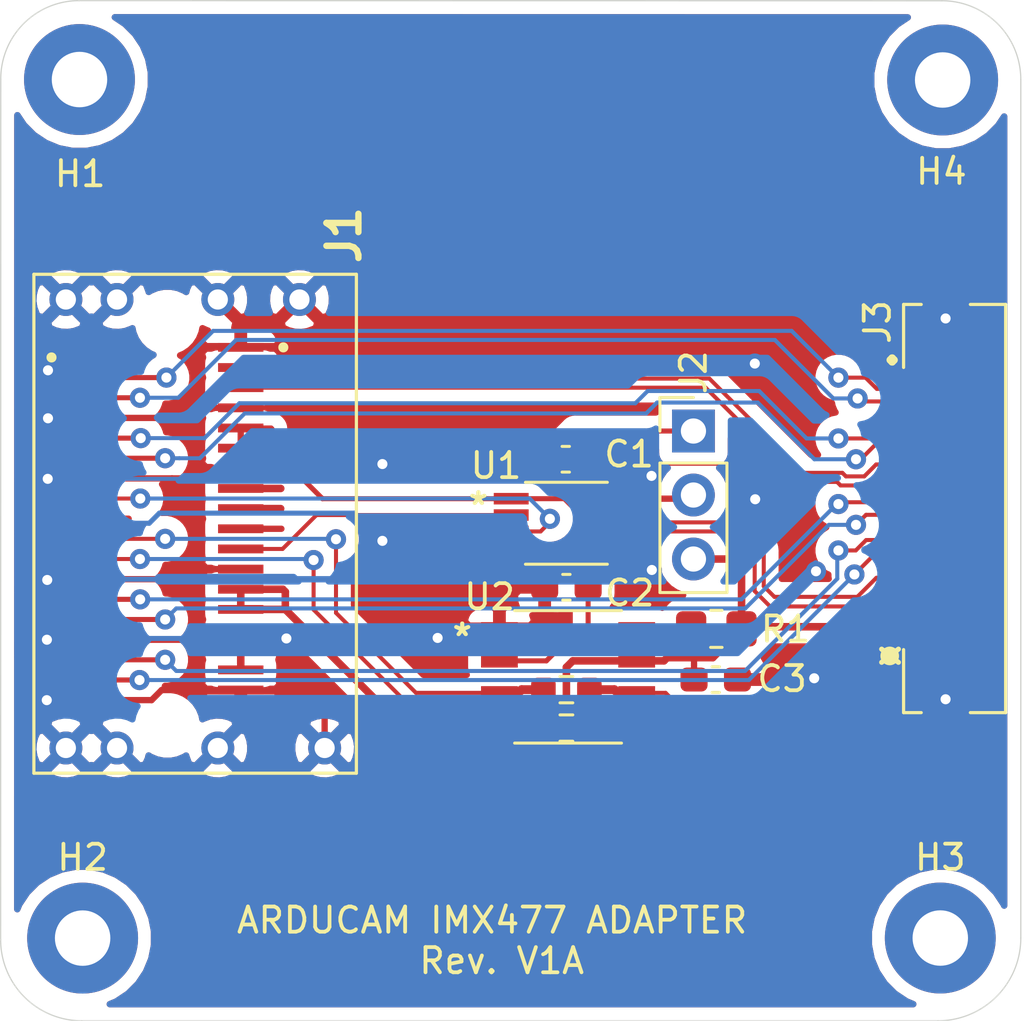
<source format=kicad_pcb>
(kicad_pcb (version 20171130) (host pcbnew 5.1.10-88a1d61d58~88~ubuntu18.04.1)

  (general
    (thickness 1.6)
    (drawings 11)
    (tracks 374)
    (zones 0)
    (modules 15)
    (nets 29)
  )

  (page A4)
  (layers
    (0 F.Cu signal)
    (31 B.Cu signal)
    (32 B.Adhes user)
    (33 F.Adhes user)
    (34 B.Paste user)
    (35 F.Paste user)
    (36 B.SilkS user)
    (37 F.SilkS user)
    (38 B.Mask user)
    (39 F.Mask user)
    (40 Dwgs.User user)
    (41 Cmts.User user)
    (42 Eco1.User user)
    (43 Eco2.User user)
    (44 Edge.Cuts user)
    (45 Margin user)
    (46 B.CrtYd user)
    (47 F.CrtYd user)
    (48 B.Fab user)
    (49 F.Fab user)
  )

  (setup
    (last_trace_width 0.2)
    (user_trace_width 0.16)
    (user_trace_width 0.2)
    (user_trace_width 0.3)
    (user_trace_width 0.35)
    (trace_clearance 0.2)
    (zone_clearance 0.508)
    (zone_45_only no)
    (trace_min 0.16)
    (via_size 0.8)
    (via_drill 0.4)
    (via_min_size 0.4)
    (via_min_drill 0.3)
    (uvia_size 0.3)
    (uvia_drill 0.1)
    (uvias_allowed no)
    (uvia_min_size 0.2)
    (uvia_min_drill 0.1)
    (edge_width 0.05)
    (segment_width 0.2)
    (pcb_text_width 0.3)
    (pcb_text_size 1.5 1.5)
    (mod_edge_width 0.12)
    (mod_text_size 1 1)
    (mod_text_width 0.15)
    (pad_size 1.524 1.524)
    (pad_drill 0.762)
    (pad_to_mask_clearance 0)
    (aux_axis_origin 0 0)
    (visible_elements FFFFFF7F)
    (pcbplotparams
      (layerselection 0x010f0_ffffffff)
      (usegerberextensions false)
      (usegerberattributes true)
      (usegerberadvancedattributes true)
      (creategerberjobfile true)
      (excludeedgelayer true)
      (linewidth 0.100000)
      (plotframeref false)
      (viasonmask false)
      (mode 1)
      (useauxorigin false)
      (hpglpennumber 1)
      (hpglpenspeed 20)
      (hpglpendiameter 15.000000)
      (psnegative false)
      (psa4output false)
      (plotreference true)
      (plotvalue true)
      (plotinvisibletext false)
      (padsonsilk false)
      (subtractmaskfromsilk false)
      (outputformat 1)
      (mirror false)
      (drillshape 0)
      (scaleselection 1)
      (outputdirectory "prod/V1B/"))
  )

  (net 0 "")
  (net 1 GND)
  (net 2 /CSI_DN0__SD_LVDS0_N)
  (net 3 /CSI_DP0__SD_LVDS0_P)
  (net 4 /CSI_DN1__SD_LVDS1_N)
  (net 5 /CSI_DP1__SD_LVDS1_P)
  (net 6 /CSI_nRST_1V8)
  (net 7 /I2C_SDA_1V8)
  (net 8 /I2C_SCL_1V8)
  (net 9 /CSI_DN2__SD_LVDS2_N)
  (net 10 /CSI_DP2__SD_LVDS2_P)
  (net 11 /CSI_DN3__SD_LVDS3_N)
  (net 12 /CSI_DP3__SD_LVDS3_P)
  (net 13 /CSI_CLK_N__SPCLK_LVDS0_N)
  (net 14 /CSI_CLK_P__SPCLK_LVDS0_P)
  (net 15 +1V8)
  (net 16 /CSI_SYNC_1V8)
  (net 17 /CSI_PWDN_1V8)
  (net 18 +3V3)
  (net 19 +5V)
  (net 20 /I2C_DAT_3V3)
  (net 21 /I2C_CLK_3V3)
  (net 22 /SENS_EN_3V3)
  (net 23 /CSI_MCLK_1V8)
  (net 24 "Net-(J1-PadB8)")
  (net 25 "Net-(J1-PadB9)")
  (net 26 /SENS_LED_3V3)
  (net 27 "Net-(R1-Pad2)")
  (net 28 VCC)

  (net_class Default "This is the default net class."
    (clearance 0.2)
    (trace_width 0.25)
    (via_dia 0.8)
    (via_drill 0.4)
    (uvia_dia 0.3)
    (uvia_drill 0.1)
    (add_net +1V8)
    (add_net +3V3)
    (add_net +5V)
    (add_net /CSI_CLK_N__SPCLK_LVDS0_N)
    (add_net /CSI_CLK_P__SPCLK_LVDS0_P)
    (add_net /CSI_DN0__SD_LVDS0_N)
    (add_net /CSI_DN1__SD_LVDS1_N)
    (add_net /CSI_DN2__SD_LVDS2_N)
    (add_net /CSI_DN3__SD_LVDS3_N)
    (add_net /CSI_DP0__SD_LVDS0_P)
    (add_net /CSI_DP1__SD_LVDS1_P)
    (add_net /CSI_DP2__SD_LVDS2_P)
    (add_net /CSI_DP3__SD_LVDS3_P)
    (add_net /CSI_MCLK_1V8)
    (add_net /CSI_PWDN_1V8)
    (add_net /CSI_SYNC_1V8)
    (add_net /CSI_nRST_1V8)
    (add_net /I2C_CLK_3V3)
    (add_net /I2C_DAT_3V3)
    (add_net /I2C_SCL_1V8)
    (add_net /I2C_SDA_1V8)
    (add_net /SENS_EN_3V3)
    (add_net /SENS_LED_3V3)
    (add_net GND)
    (add_net "Net-(J1-PadB8)")
    (add_net "Net-(J1-PadB9)")
    (add_net "Net-(R1-Pad2)")
    (add_net VCC)
  )

  (module Connector_PinHeader_2.54mm:PinHeader_1x03_P2.54mm_Vertical (layer F.Cu) (tedit 59FED5CC) (tstamp 627D06B3)
    (at 129.7559 93.11386)
    (descr "Through hole straight pin header, 1x03, 2.54mm pitch, single row")
    (tags "Through hole pin header THT 1x03 2.54mm single row")
    (path /62829930)
    (fp_text reference J2 (at 0 -2.33 90) (layer F.SilkS)
      (effects (font (size 1 1) (thickness 0.15)))
    )
    (fp_text value Conn_01x03_Male (at 0 7.41) (layer F.Fab)
      (effects (font (size 1 1) (thickness 0.15)))
    )
    (fp_line (start 1.8 -1.8) (end -1.8 -1.8) (layer F.CrtYd) (width 0.05))
    (fp_line (start 1.8 6.85) (end 1.8 -1.8) (layer F.CrtYd) (width 0.05))
    (fp_line (start -1.8 6.85) (end 1.8 6.85) (layer F.CrtYd) (width 0.05))
    (fp_line (start -1.8 -1.8) (end -1.8 6.85) (layer F.CrtYd) (width 0.05))
    (fp_line (start -1.33 -1.33) (end 0 -1.33) (layer F.SilkS) (width 0.12))
    (fp_line (start -1.33 0) (end -1.33 -1.33) (layer F.SilkS) (width 0.12))
    (fp_line (start -1.33 1.27) (end 1.33 1.27) (layer F.SilkS) (width 0.12))
    (fp_line (start 1.33 1.27) (end 1.33 6.41) (layer F.SilkS) (width 0.12))
    (fp_line (start -1.33 1.27) (end -1.33 6.41) (layer F.SilkS) (width 0.12))
    (fp_line (start -1.33 6.41) (end 1.33 6.41) (layer F.SilkS) (width 0.12))
    (fp_line (start -1.27 -0.635) (end -0.635 -1.27) (layer F.Fab) (width 0.1))
    (fp_line (start -1.27 6.35) (end -1.27 -0.635) (layer F.Fab) (width 0.1))
    (fp_line (start 1.27 6.35) (end -1.27 6.35) (layer F.Fab) (width 0.1))
    (fp_line (start 1.27 -1.27) (end 1.27 6.35) (layer F.Fab) (width 0.1))
    (fp_line (start -0.635 -1.27) (end 1.27 -1.27) (layer F.Fab) (width 0.1))
    (fp_text user %R (at 0 2.54 90) (layer F.Fab)
      (effects (font (size 1 1) (thickness 0.15)))
    )
    (pad 3 thru_hole oval (at 0 5.08) (size 1.7 1.7) (drill 1) (layers *.Cu *.Mask)
      (net 18 +3V3))
    (pad 2 thru_hole oval (at 0 2.54) (size 1.7 1.7) (drill 1) (layers *.Cu *.Mask)
      (net 28 VCC))
    (pad 1 thru_hole rect (at 0 0) (size 1.7 1.7) (drill 1) (layers *.Cu *.Mask)
      (net 15 +1V8))
    (model ${KISYS3DMOD}/Connector_PinHeader_2.54mm.3dshapes/PinHeader_1x03_P2.54mm_Vertical.wrl
      (at (xyz 0 0 0))
      (scale (xyz 1 1 1))
      (rotate (xyz 0 0 0))
    )
  )

  (module Resistor_SMD:R_0603_1608Metric_Pad0.98x0.95mm_HandSolder (layer F.Cu) (tedit 5F68FEEE) (tstamp 627CE878)
    (at 124.714 104.902 180)
    (descr "Resistor SMD 0603 (1608 Metric), square (rectangular) end terminal, IPC_7351 nominal with elongated pad for handsoldering. (Body size source: IPC-SM-782 page 72, https://www.pcb-3d.com/wordpress/wp-content/uploads/ipc-sm-782a_amendment_1_and_2.pdf), generated with kicad-footprint-generator")
    (tags "resistor handsolder")
    (path /627E4AC0)
    (attr smd)
    (fp_text reference R3 (at 4.7498 0.0381) (layer F.SilkS) hide
      (effects (font (size 1 1) (thickness 0.15)))
    )
    (fp_text value 0 (at 0 1.43) (layer F.Fab)
      (effects (font (size 1 1) (thickness 0.15)))
    )
    (fp_line (start 1.65 0.73) (end -1.65 0.73) (layer F.CrtYd) (width 0.05))
    (fp_line (start 1.65 -0.73) (end 1.65 0.73) (layer F.CrtYd) (width 0.05))
    (fp_line (start -1.65 -0.73) (end 1.65 -0.73) (layer F.CrtYd) (width 0.05))
    (fp_line (start -1.65 0.73) (end -1.65 -0.73) (layer F.CrtYd) (width 0.05))
    (fp_line (start -0.254724 0.5225) (end 0.254724 0.5225) (layer F.SilkS) (width 0.12))
    (fp_line (start -0.254724 -0.5225) (end 0.254724 -0.5225) (layer F.SilkS) (width 0.12))
    (fp_line (start 0.8 0.4125) (end -0.8 0.4125) (layer F.Fab) (width 0.1))
    (fp_line (start 0.8 -0.4125) (end 0.8 0.4125) (layer F.Fab) (width 0.1))
    (fp_line (start -0.8 -0.4125) (end 0.8 -0.4125) (layer F.Fab) (width 0.1))
    (fp_line (start -0.8 0.4125) (end -0.8 -0.4125) (layer F.Fab) (width 0.1))
    (fp_text user %R (at 0 0) (layer F.Fab)
      (effects (font (size 0.4 0.4) (thickness 0.06)))
    )
    (pad 2 smd roundrect (at 0.9125 0 180) (size 0.975 0.95) (layers F.Cu F.Paste F.Mask) (roundrect_rratio 0.25)
      (net 8 /I2C_SCL_1V8))
    (pad 1 smd roundrect (at -0.9125 0 180) (size 0.975 0.95) (layers F.Cu F.Paste F.Mask) (roundrect_rratio 0.25)
      (net 21 /I2C_CLK_3V3))
    (model ${KISYS3DMOD}/Resistor_SMD.3dshapes/R_0603_1608Metric.wrl
      (at (xyz 0 0 0))
      (scale (xyz 1 1 1))
      (rotate (xyz 0 0 0))
    )
  )

  (module Resistor_SMD:R_0603_1608Metric_Pad0.98x0.95mm_HandSolder (layer F.Cu) (tedit 5F68FEEE) (tstamp 627CE867)
    (at 124.714 103.378 180)
    (descr "Resistor SMD 0603 (1608 Metric), square (rectangular) end terminal, IPC_7351 nominal with elongated pad for handsoldering. (Body size source: IPC-SM-782 page 72, https://www.pcb-3d.com/wordpress/wp-content/uploads/ipc-sm-782a_amendment_1_and_2.pdf), generated with kicad-footprint-generator")
    (tags "resistor handsolder")
    (path /627DBFD9)
    (attr smd)
    (fp_text reference R2 (at 4.8006 0) (layer F.SilkS) hide
      (effects (font (size 1 1) (thickness 0.15)))
    )
    (fp_text value 0 (at 0 1.43) (layer F.Fab)
      (effects (font (size 1 1) (thickness 0.15)))
    )
    (fp_line (start 1.65 0.73) (end -1.65 0.73) (layer F.CrtYd) (width 0.05))
    (fp_line (start 1.65 -0.73) (end 1.65 0.73) (layer F.CrtYd) (width 0.05))
    (fp_line (start -1.65 -0.73) (end 1.65 -0.73) (layer F.CrtYd) (width 0.05))
    (fp_line (start -1.65 0.73) (end -1.65 -0.73) (layer F.CrtYd) (width 0.05))
    (fp_line (start -0.254724 0.5225) (end 0.254724 0.5225) (layer F.SilkS) (width 0.12))
    (fp_line (start -0.254724 -0.5225) (end 0.254724 -0.5225) (layer F.SilkS) (width 0.12))
    (fp_line (start 0.8 0.4125) (end -0.8 0.4125) (layer F.Fab) (width 0.1))
    (fp_line (start 0.8 -0.4125) (end 0.8 0.4125) (layer F.Fab) (width 0.1))
    (fp_line (start -0.8 -0.4125) (end 0.8 -0.4125) (layer F.Fab) (width 0.1))
    (fp_line (start -0.8 0.4125) (end -0.8 -0.4125) (layer F.Fab) (width 0.1))
    (fp_text user %R (at 0 0) (layer F.Fab)
      (effects (font (size 0.4 0.4) (thickness 0.06)))
    )
    (pad 2 smd roundrect (at 0.9125 0 180) (size 0.975 0.95) (layers F.Cu F.Paste F.Mask) (roundrect_rratio 0.25)
      (net 7 /I2C_SDA_1V8))
    (pad 1 smd roundrect (at -0.9125 0 180) (size 0.975 0.95) (layers F.Cu F.Paste F.Mask) (roundrect_rratio 0.25)
      (net 20 /I2C_DAT_3V3))
    (model ${KISYS3DMOD}/Resistor_SMD.3dshapes/R_0603_1608Metric.wrl
      (at (xyz 0 0 0))
      (scale (xyz 1 1 1))
      (rotate (xyz 0 0 0))
    )
  )

  (module footprints:PCA9306D (layer F.Cu) (tedit 0) (tstamp 618C5B36)
    (at 124.78004 102.87)
    (path /6193C4E0)
    (fp_text reference U2 (at -3.11404 -3.175 180) (layer F.SilkS)
      (effects (font (size 1 1) (thickness 0.15)))
    )
    (fp_text value PCA9306D (at 0.11176 3.62458 180) (layer F.SilkS) hide
      (effects (font (size 1 1) (thickness 0.15)))
    )
    (fp_line (start -2.2479 2.4257) (end -3.7084 2.4257) (layer F.CrtYd) (width 0.05))
    (fp_line (start -2.2479 2.7559) (end -2.2479 2.4257) (layer F.CrtYd) (width 0.05))
    (fp_line (start 2.2479 2.7559) (end -2.2479 2.7559) (layer F.CrtYd) (width 0.05))
    (fp_line (start 2.2479 2.4257) (end 2.2479 2.7559) (layer F.CrtYd) (width 0.05))
    (fp_line (start 3.7084 2.4257) (end 2.2479 2.4257) (layer F.CrtYd) (width 0.05))
    (fp_line (start 3.7084 -2.4257) (end 3.7084 2.4257) (layer F.CrtYd) (width 0.05))
    (fp_line (start 2.2479 -2.4257) (end 3.7084 -2.4257) (layer F.CrtYd) (width 0.05))
    (fp_line (start 2.2479 -2.7559) (end 2.2479 -2.4257) (layer F.CrtYd) (width 0.05))
    (fp_line (start -2.2479 -2.7559) (end 2.2479 -2.7559) (layer F.CrtYd) (width 0.05))
    (fp_line (start -2.2479 -2.4257) (end -2.2479 -2.7559) (layer F.CrtYd) (width 0.05))
    (fp_line (start -3.7084 -2.4257) (end -2.2479 -2.4257) (layer F.CrtYd) (width 0.05))
    (fp_line (start -3.7084 2.4257) (end -3.7084 -2.4257) (layer F.CrtYd) (width 0.05))
    (fp_line (start -1.9939 -2.5019) (end -1.9939 2.5019) (layer F.Fab) (width 0.1))
    (fp_line (start 1.9939 -2.5019) (end -1.9939 -2.5019) (layer F.Fab) (width 0.1))
    (fp_line (start 1.9939 2.5019) (end 1.9939 -2.5019) (layer F.Fab) (width 0.1))
    (fp_line (start -1.9939 2.5019) (end 1.9939 2.5019) (layer F.Fab) (width 0.1))
    (fp_line (start 2.1209 -2.6289) (end -2.1209 -2.6289) (layer F.SilkS) (width 0.12))
    (fp_line (start -2.1209 2.6289) (end 2.1209 2.6289) (layer F.SilkS) (width 0.12))
    (fp_line (start 3.0988 -2.1463) (end 1.9939 -2.1463) (layer F.Fab) (width 0.1))
    (fp_line (start 3.0988 -1.6637) (end 3.0988 -2.1463) (layer F.Fab) (width 0.1))
    (fp_line (start 1.9939 -1.6637) (end 3.0988 -1.6637) (layer F.Fab) (width 0.1))
    (fp_line (start 1.9939 -2.1463) (end 1.9939 -1.6637) (layer F.Fab) (width 0.1))
    (fp_line (start 3.0988 -0.8763) (end 1.9939 -0.8763) (layer F.Fab) (width 0.1))
    (fp_line (start 3.0988 -0.3937) (end 3.0988 -0.8763) (layer F.Fab) (width 0.1))
    (fp_line (start 1.9939 -0.3937) (end 3.0988 -0.3937) (layer F.Fab) (width 0.1))
    (fp_line (start 1.9939 -0.8763) (end 1.9939 -0.3937) (layer F.Fab) (width 0.1))
    (fp_line (start 3.0988 0.3937) (end 1.9939 0.3937) (layer F.Fab) (width 0.1))
    (fp_line (start 3.0988 0.8763) (end 3.0988 0.3937) (layer F.Fab) (width 0.1))
    (fp_line (start 1.9939 0.8763) (end 3.0988 0.8763) (layer F.Fab) (width 0.1))
    (fp_line (start 1.9939 0.3937) (end 1.9939 0.8763) (layer F.Fab) (width 0.1))
    (fp_line (start 3.0988 1.6637) (end 1.9939 1.6637) (layer F.Fab) (width 0.1))
    (fp_line (start 3.0988 2.1463) (end 3.0988 1.6637) (layer F.Fab) (width 0.1))
    (fp_line (start 1.9939 2.1463) (end 3.0988 2.1463) (layer F.Fab) (width 0.1))
    (fp_line (start 1.9939 1.6637) (end 1.9939 2.1463) (layer F.Fab) (width 0.1))
    (fp_line (start -3.0988 2.1463) (end -1.9939 2.1463) (layer F.Fab) (width 0.1))
    (fp_line (start -3.0988 1.6637) (end -3.0988 2.1463) (layer F.Fab) (width 0.1))
    (fp_line (start -1.9939 1.6637) (end -3.0988 1.6637) (layer F.Fab) (width 0.1))
    (fp_line (start -1.9939 2.1463) (end -1.9939 1.6637) (layer F.Fab) (width 0.1))
    (fp_line (start -3.0988 0.8763) (end -1.9939 0.8763) (layer F.Fab) (width 0.1))
    (fp_line (start -3.0988 0.3937) (end -3.0988 0.8763) (layer F.Fab) (width 0.1))
    (fp_line (start -1.9939 0.3937) (end -3.0988 0.3937) (layer F.Fab) (width 0.1))
    (fp_line (start -1.9939 0.8763) (end -1.9939 0.3937) (layer F.Fab) (width 0.1))
    (fp_line (start -3.0988 -0.3937) (end -1.9939 -0.3937) (layer F.Fab) (width 0.1))
    (fp_line (start -3.0988 -0.8763) (end -3.0988 -0.3937) (layer F.Fab) (width 0.1))
    (fp_line (start -1.9939 -0.8763) (end -3.0988 -0.8763) (layer F.Fab) (width 0.1))
    (fp_line (start -1.9939 -0.3937) (end -1.9939 -0.8763) (layer F.Fab) (width 0.1))
    (fp_line (start -3.0988 -1.6637) (end -1.9939 -1.6637) (layer F.Fab) (width 0.1))
    (fp_line (start -3.0988 -2.1463) (end -3.0988 -1.6637) (layer F.Fab) (width 0.1))
    (fp_line (start -1.9939 -2.1463) (end -3.0988 -2.1463) (layer F.Fab) (width 0.1))
    (fp_line (start -1.9939 -1.6637) (end -1.9939 -2.1463) (layer F.Fab) (width 0.1))
    (fp_text user "Copyright 2021 Accelerated Designs. All rights reserved." (at 0 0) (layer Cmts.User)
      (effects (font (size 0.127 0.127) (thickness 0.002)))
    )
    (fp_text user * (at -4.19354 -1.57734) (layer F.SilkS)
      (effects (font (size 1 1) (thickness 0.15)))
    )
    (fp_text user * (at -1.6129 -2.4257) (layer F.Fab)
      (effects (font (size 1 1) (thickness 0.15)))
    )
    (fp_text user 0.05in/1.27mm (at -5.77215 -1.27) (layer Dwgs.User)
      (effects (font (size 1 1) (thickness 0.15)))
    )
    (fp_text user 0.021in/0.533mm (at 5.77215 -1.905) (layer Dwgs.User)
      (effects (font (size 1 1) (thickness 0.15)))
    )
    (fp_text user 0.214in/5.448mm (at 0 -4.9149) (layer Dwgs.User)
      (effects (font (size 1 1) (thickness 0.15)))
    )
    (fp_text user 0.058in/1.46mm (at -2.72415 4.9149) (layer Dwgs.User)
      (effects (font (size 1 1) (thickness 0.15)))
    )
    (fp_text user * (at -4.20878 -1.5748) (layer F.SilkS)
      (effects (font (size 1 1) (thickness 0.15)))
    )
    (fp_text user * (at -1.6129 -2.4257) (layer F.Fab)
      (effects (font (size 1 1) (thickness 0.15)))
    )
    (fp_arc (start 0 -2.5019) (end -0.332317 -2.5019) (angle -180) (layer F.CrtYd) (width 0.05))
    (fp_arc (start 0 -2.5019) (end -0.3048 -2.5019) (angle -180) (layer F.Fab) (width 0.1))
    (pad 1 smd rect (at -2.72415 -1.905) (size 1.4605 0.5334) (layers F.Cu F.Paste F.Mask)
      (net 1 GND))
    (pad 2 smd rect (at -2.72415 -0.635) (size 1.4605 0.5334) (layers F.Cu F.Paste F.Mask)
      (net 15 +1V8))
    (pad 3 smd rect (at -2.72415 0.635) (size 1.4605 0.5334) (layers F.Cu F.Paste F.Mask)
      (net 7 /I2C_SDA_1V8))
    (pad 4 smd rect (at -2.72415 1.905) (size 1.4605 0.5334) (layers F.Cu F.Paste F.Mask)
      (net 8 /I2C_SCL_1V8))
    (pad 5 smd rect (at 2.72415 1.905) (size 1.4605 0.5334) (layers F.Cu F.Paste F.Mask)
      (net 21 /I2C_CLK_3V3))
    (pad 6 smd rect (at 2.72415 0.635) (size 1.4605 0.5334) (layers F.Cu F.Paste F.Mask)
      (net 20 /I2C_DAT_3V3))
    (pad 7 smd rect (at 2.72415 -0.635) (size 1.4605 0.5334) (layers F.Cu F.Paste F.Mask)
      (net 18 +3V3))
    (pad 8 smd rect (at 2.72415 -1.905) (size 1.4605 0.5334) (layers F.Cu F.Paste F.Mask)
      (net 27 "Net-(R1-Pad2)"))
    (model ${KIPRJMOD}/3d_models/SO8_SOT96-1_NXP.step
      (at (xyz 0 0 0))
      (scale (xyz 1 1 1))
      (rotate (xyz 0 0 0))
    )
  )

  (module footprints:NLSX5012DMR2G (layer F.Cu) (tedit 0) (tstamp 618C5AC5)
    (at 124.714 96.774)
    (path /618CE481)
    (fp_text reference U1 (at -2.794 -2.286 180) (layer F.SilkS)
      (effects (font (size 1 1) (thickness 0.15)))
    )
    (fp_text value NLSX5012DMR2G (at -2.40665 2.547981) (layer F.SilkS) hide
      (effects (font (size 1 1) (thickness 0.15)))
    )
    (fp_line (start -1.4986 -0.7718) (end -1.4986 -1.1782) (layer F.Fab) (width 0.1))
    (fp_line (start -1.4986 -1.1782) (end -2.5273 -1.1782) (layer F.Fab) (width 0.1))
    (fp_line (start -2.5273 -1.1782) (end -2.5273 -0.7718) (layer F.Fab) (width 0.1))
    (fp_line (start -2.5273 -0.7718) (end -1.4986 -0.7718) (layer F.Fab) (width 0.1))
    (fp_line (start -1.4986 -0.1218) (end -1.4986 -0.5282) (layer F.Fab) (width 0.1))
    (fp_line (start -1.4986 -0.5282) (end -2.5273 -0.5282) (layer F.Fab) (width 0.1))
    (fp_line (start -2.5273 -0.5282) (end -2.5273 -0.1218) (layer F.Fab) (width 0.1))
    (fp_line (start -2.5273 -0.1218) (end -1.4986 -0.1218) (layer F.Fab) (width 0.1))
    (fp_line (start -1.4986 0.5282) (end -1.4986 0.1218) (layer F.Fab) (width 0.1))
    (fp_line (start -1.4986 0.1218) (end -2.5273 0.1218) (layer F.Fab) (width 0.1))
    (fp_line (start -2.5273 0.1218) (end -2.5273 0.5282) (layer F.Fab) (width 0.1))
    (fp_line (start -2.5273 0.5282) (end -1.4986 0.5282) (layer F.Fab) (width 0.1))
    (fp_line (start -1.4986 1.1782) (end -1.4986 0.7718) (layer F.Fab) (width 0.1))
    (fp_line (start -1.4986 0.7718) (end -2.5273 0.7718) (layer F.Fab) (width 0.1))
    (fp_line (start -2.5273 0.7718) (end -2.5273 1.1782) (layer F.Fab) (width 0.1))
    (fp_line (start -2.5273 1.1782) (end -1.4986 1.1782) (layer F.Fab) (width 0.1))
    (fp_line (start 1.4986 0.7718) (end 1.4986 1.1782) (layer F.Fab) (width 0.1))
    (fp_line (start 1.4986 1.1782) (end 2.5273 1.1782) (layer F.Fab) (width 0.1))
    (fp_line (start 2.5273 1.1782) (end 2.5273 0.7718) (layer F.Fab) (width 0.1))
    (fp_line (start 2.5273 0.7718) (end 1.4986 0.7718) (layer F.Fab) (width 0.1))
    (fp_line (start 1.4986 0.1218) (end 1.4986 0.5282) (layer F.Fab) (width 0.1))
    (fp_line (start 1.4986 0.5282) (end 2.5273 0.5282) (layer F.Fab) (width 0.1))
    (fp_line (start 2.5273 0.5282) (end 2.5273 0.1218) (layer F.Fab) (width 0.1))
    (fp_line (start 2.5273 0.1218) (end 1.4986 0.1218) (layer F.Fab) (width 0.1))
    (fp_line (start 1.4986 -0.5282) (end 1.4986 -0.1218) (layer F.Fab) (width 0.1))
    (fp_line (start 1.4986 -0.1218) (end 2.5273 -0.1218) (layer F.Fab) (width 0.1))
    (fp_line (start 2.5273 -0.1218) (end 2.5273 -0.5282) (layer F.Fab) (width 0.1))
    (fp_line (start 2.5273 -0.5282) (end 1.4986 -0.5282) (layer F.Fab) (width 0.1))
    (fp_line (start 1.4986 -1.1782) (end 1.4986 -0.7718) (layer F.Fab) (width 0.1))
    (fp_line (start 1.4986 -0.7718) (end 2.5273 -0.7718) (layer F.Fab) (width 0.1))
    (fp_line (start 2.5273 -0.7718) (end 2.5273 -1.1782) (layer F.Fab) (width 0.1))
    (fp_line (start 2.5273 -1.1782) (end 1.4986 -1.1782) (layer F.Fab) (width 0.1))
    (fp_line (start -1.6256 1.6256) (end 1.6256 1.6256) (layer F.SilkS) (width 0.12))
    (fp_line (start 1.6256 -1.6256) (end -1.6256 -1.6256) (layer F.SilkS) (width 0.12))
    (fp_line (start -1.4986 1.4986) (end 1.4986 1.4986) (layer F.Fab) (width 0.1))
    (fp_line (start 1.4986 1.4986) (end 1.4986 -1.4986) (layer F.Fab) (width 0.1))
    (fp_line (start 1.4986 -1.4986) (end -1.4986 -1.4986) (layer F.Fab) (width 0.1))
    (fp_line (start -1.4986 -1.4986) (end -1.4986 1.4986) (layer F.Fab) (width 0.1))
    (fp_line (start -3.1369 1.4576) (end -3.1369 -1.4576) (layer F.CrtYd) (width 0.05))
    (fp_line (start -3.1369 -1.4576) (end -1.7526 -1.4576) (layer F.CrtYd) (width 0.05))
    (fp_line (start -1.7526 -1.4576) (end -1.7526 -1.7526) (layer F.CrtYd) (width 0.05))
    (fp_line (start -1.7526 -1.7526) (end 1.7526 -1.7526) (layer F.CrtYd) (width 0.05))
    (fp_line (start 1.7526 -1.7526) (end 1.7526 -1.4576) (layer F.CrtYd) (width 0.05))
    (fp_line (start 1.7526 -1.4576) (end 3.1369 -1.4576) (layer F.CrtYd) (width 0.05))
    (fp_line (start 3.1369 -1.4576) (end 3.1369 1.4576) (layer F.CrtYd) (width 0.05))
    (fp_line (start 3.1369 1.4576) (end 1.7526 1.4576) (layer F.CrtYd) (width 0.05))
    (fp_line (start 1.7526 1.4576) (end 1.7526 1.7526) (layer F.CrtYd) (width 0.05))
    (fp_line (start 1.7526 1.7526) (end -1.7526 1.7526) (layer F.CrtYd) (width 0.05))
    (fp_line (start -1.7526 1.7526) (end -1.7526 1.4576) (layer F.CrtYd) (width 0.05))
    (fp_line (start -1.7526 1.4576) (end -3.1369 1.4576) (layer F.CrtYd) (width 0.05))
    (fp_arc (start 0 -1.4986) (end -0.3048 -1.4986) (angle -180) (layer F.Fab) (width 0.1))
    (fp_arc (start 0 -1.4986) (end -0.249767 -1.4986) (angle -180) (layer F.CrtYd) (width 0.05))
    (fp_text user * (at -1.1176 -1.4224) (layer F.Fab)
      (effects (font (size 1 1) (thickness 0.15)))
    )
    (fp_text user * (at -3.50139 -0.690519) (layer F.SilkS)
      (effects (font (size 1 1) (thickness 0.15)))
    )
    (fp_text user 0.054in/1.384mm (at -2.19075 3.9116) (layer Dwgs.User)
      (effects (font (size 1 1) (thickness 0.15)))
    )
    (fp_text user 0.172in/4.382mm (at 0 -3.9116) (layer Dwgs.User)
      (effects (font (size 1 1) (thickness 0.15)))
    )
    (fp_text user 0.018in/0.457mm (at 5.23875 -0.975) (layer Dwgs.User)
      (effects (font (size 1 1) (thickness 0.15)))
    )
    (fp_text user 0.026in/0.65mm (at -5.23875 -0.65) (layer Dwgs.User)
      (effects (font (size 1 1) (thickness 0.15)))
    )
    (fp_text user * (at -1.1176 -1.4224) (layer F.Fab)
      (effects (font (size 1 1) (thickness 0.15)))
    )
    (fp_text user * (at -3.48615 -0.690519) (layer F.SilkS)
      (effects (font (size 1 1) (thickness 0.15)))
    )
    (fp_text user "Copyright 2021 Accelerated Designs. All rights reserved." (at 0 0) (layer Cmts.User)
      (effects (font (size 0.127 0.127) (thickness 0.002)))
    )
    (pad 8 smd rect (at 2.19075 -0.974999) (size 1.3843 0.4572) (layers F.Cu F.Paste F.Mask)
      (net 28 VCC))
    (pad 7 smd rect (at 2.19075 -0.325001) (size 1.3843 0.4572) (layers F.Cu F.Paste F.Mask)
      (net 22 /SENS_EN_3V3))
    (pad 6 smd rect (at 2.19075 0.325001) (size 1.3843 0.4572) (layers F.Cu F.Paste F.Mask)
      (net 26 /SENS_LED_3V3))
    (pad 5 smd rect (at 2.19075 0.974999) (size 1.3843 0.4572) (layers F.Cu F.Paste F.Mask)
      (net 15 +1V8))
    (pad 4 smd rect (at -2.19075 0.974999) (size 1.3843 0.4572) (layers F.Cu F.Paste F.Mask)
      (net 1 GND))
    (pad 3 smd rect (at -2.19075 0.325001) (size 1.3843 0.4572) (layers F.Cu F.Paste F.Mask)
      (net 23 /CSI_MCLK_1V8))
    (pad 2 smd rect (at -2.19075 -0.325001) (size 1.3843 0.4572) (layers F.Cu F.Paste F.Mask)
      (net 17 /CSI_PWDN_1V8))
    (pad 1 smd rect (at -2.19075 -0.974999) (size 1.3843 0.4572) (layers F.Cu F.Paste F.Mask)
      (net 15 +1V8))
    (model ${KIPRJMOD}/3d_models/MICRO8_3P10X3P10_ONS.step
      (at (xyz 0 0 0))
      (scale (xyz 1 1 1))
      (rotate (xyz 0 0 0))
    )
  )

  (module Resistor_SMD:R_0805_2012Metric_Pad1.20x1.40mm_HandSolder (layer F.Cu) (tedit 5F68FEEE) (tstamp 618C5472)
    (at 130.66522 100.965 180)
    (descr "Resistor SMD 0805 (2012 Metric), square (rectangular) end terminal, IPC_7351 nominal with elongated pad for handsoldering. (Body size source: IPC-SM-782 page 72, https://www.pcb-3d.com/wordpress/wp-content/uploads/ipc-sm-782a_amendment_1_and_2.pdf), generated with kicad-footprint-generator")
    (tags "resistor handsolder")
    (path /619C89CA)
    (attr smd)
    (fp_text reference R1 (at -2.74828 -0.0127 180) (layer F.SilkS)
      (effects (font (size 1 1) (thickness 0.15)))
    )
    (fp_text value 200K (at 0 1.65) (layer F.Fab)
      (effects (font (size 1 1) (thickness 0.15)))
    )
    (fp_line (start -1 0.625) (end -1 -0.625) (layer F.Fab) (width 0.1))
    (fp_line (start -1 -0.625) (end 1 -0.625) (layer F.Fab) (width 0.1))
    (fp_line (start 1 -0.625) (end 1 0.625) (layer F.Fab) (width 0.1))
    (fp_line (start 1 0.625) (end -1 0.625) (layer F.Fab) (width 0.1))
    (fp_line (start -0.227064 -0.735) (end 0.227064 -0.735) (layer F.SilkS) (width 0.12))
    (fp_line (start -0.227064 0.735) (end 0.227064 0.735) (layer F.SilkS) (width 0.12))
    (fp_line (start -1.85 0.95) (end -1.85 -0.95) (layer F.CrtYd) (width 0.05))
    (fp_line (start -1.85 -0.95) (end 1.85 -0.95) (layer F.CrtYd) (width 0.05))
    (fp_line (start 1.85 -0.95) (end 1.85 0.95) (layer F.CrtYd) (width 0.05))
    (fp_line (start 1.85 0.95) (end -1.85 0.95) (layer F.CrtYd) (width 0.05))
    (fp_text user %R (at 0 0) (layer F.Fab)
      (effects (font (size 0.5 0.5) (thickness 0.08)))
    )
    (pad 2 smd roundrect (at 1 0 180) (size 1.2 1.4) (layers F.Cu F.Paste F.Mask) (roundrect_rratio 0.2083325)
      (net 27 "Net-(R1-Pad2)"))
    (pad 1 smd roundrect (at -1 0 180) (size 1.2 1.4) (layers F.Cu F.Paste F.Mask) (roundrect_rratio 0.2083325)
      (net 18 +3V3))
    (model ${KISYS3DMOD}/Resistor_SMD.3dshapes/R_0805_2012Metric.wrl
      (at (xyz 0 0 0))
      (scale (xyz 1 1 1))
      (rotate (xyz 0 0 0))
    )
  )

  (module Capacitor_SMD:C_0603_1608Metric_Pad1.08x0.95mm_HandSolder (layer F.Cu) (tedit 5F68FEEF) (tstamp 618C52F9)
    (at 130.64236 102.97668)
    (descr "Capacitor SMD 0603 (1608 Metric), square (rectangular) end terminal, IPC_7351 nominal with elongated pad for handsoldering. (Body size source: IPC-SM-782 page 76, https://www.pcb-3d.com/wordpress/wp-content/uploads/ipc-sm-782a_amendment_1_and_2.pdf), generated with kicad-footprint-generator")
    (tags "capacitor handsolder")
    (path /619AC978)
    (attr smd)
    (fp_text reference C3 (at 2.63144 -0.03048 180) (layer F.SilkS)
      (effects (font (size 1 1) (thickness 0.15)))
    )
    (fp_text value C (at 0 1.43 90) (layer F.Fab)
      (effects (font (size 1 1) (thickness 0.15)))
    )
    (fp_line (start -0.8 0.4) (end -0.8 -0.4) (layer F.Fab) (width 0.1))
    (fp_line (start -0.8 -0.4) (end 0.8 -0.4) (layer F.Fab) (width 0.1))
    (fp_line (start 0.8 -0.4) (end 0.8 0.4) (layer F.Fab) (width 0.1))
    (fp_line (start 0.8 0.4) (end -0.8 0.4) (layer F.Fab) (width 0.1))
    (fp_line (start -0.146267 -0.51) (end 0.146267 -0.51) (layer F.SilkS) (width 0.12))
    (fp_line (start -0.146267 0.51) (end 0.146267 0.51) (layer F.SilkS) (width 0.12))
    (fp_line (start -1.65 0.73) (end -1.65 -0.73) (layer F.CrtYd) (width 0.05))
    (fp_line (start -1.65 -0.73) (end 1.65 -0.73) (layer F.CrtYd) (width 0.05))
    (fp_line (start 1.65 -0.73) (end 1.65 0.73) (layer F.CrtYd) (width 0.05))
    (fp_line (start 1.65 0.73) (end -1.65 0.73) (layer F.CrtYd) (width 0.05))
    (fp_text user %R (at 0 0) (layer F.Fab)
      (effects (font (size 0.4 0.4) (thickness 0.06)))
    )
    (pad 2 smd roundrect (at 0.8625 0) (size 1.075 0.95) (layers F.Cu F.Paste F.Mask) (roundrect_rratio 0.25)
      (net 1 GND))
    (pad 1 smd roundrect (at -0.8625 0) (size 1.075 0.95) (layers F.Cu F.Paste F.Mask) (roundrect_rratio 0.25)
      (net 18 +3V3))
    (model ${KISYS3DMOD}/Capacitor_SMD.3dshapes/C_0603_1608Metric.wrl
      (at (xyz 0 0 0))
      (scale (xyz 1 1 1))
      (rotate (xyz 0 0 0))
    )
  )

  (module Capacitor_SMD:C_0603_1608Metric_Pad1.08x0.95mm_HandSolder (layer F.Cu) (tedit 5F68FEEF) (tstamp 610D385C)
    (at 124.714 99.314 180)
    (descr "Capacitor SMD 0603 (1608 Metric), square (rectangular) end terminal, IPC_7351 nominal with elongated pad for handsoldering. (Body size source: IPC-SM-782 page 76, https://www.pcb-3d.com/wordpress/wp-content/uploads/ipc-sm-782a_amendment_1_and_2.pdf), generated with kicad-footprint-generator")
    (tags "capacitor handsolder")
    (path /619778C4)
    (attr smd)
    (fp_text reference C2 (at -2.50952 -0.23114) (layer F.SilkS)
      (effects (font (size 1 1) (thickness 0.15)))
    )
    (fp_text value C (at 0 1.43) (layer F.Fab)
      (effects (font (size 1 1) (thickness 0.15)))
    )
    (fp_line (start 1.65 0.73) (end -1.65 0.73) (layer F.CrtYd) (width 0.05))
    (fp_line (start 1.65 -0.73) (end 1.65 0.73) (layer F.CrtYd) (width 0.05))
    (fp_line (start -1.65 -0.73) (end 1.65 -0.73) (layer F.CrtYd) (width 0.05))
    (fp_line (start -1.65 0.73) (end -1.65 -0.73) (layer F.CrtYd) (width 0.05))
    (fp_line (start -0.146267 0.51) (end 0.146267 0.51) (layer F.SilkS) (width 0.12))
    (fp_line (start -0.146267 -0.51) (end 0.146267 -0.51) (layer F.SilkS) (width 0.12))
    (fp_line (start 0.8 0.4) (end -0.8 0.4) (layer F.Fab) (width 0.1))
    (fp_line (start 0.8 -0.4) (end 0.8 0.4) (layer F.Fab) (width 0.1))
    (fp_line (start -0.8 -0.4) (end 0.8 -0.4) (layer F.Fab) (width 0.1))
    (fp_line (start -0.8 0.4) (end -0.8 -0.4) (layer F.Fab) (width 0.1))
    (fp_text user %R (at 0 0) (layer F.Fab)
      (effects (font (size 0.4 0.4) (thickness 0.06)))
    )
    (pad 2 smd roundrect (at 0.8625 0 180) (size 1.075 0.95) (layers F.Cu F.Paste F.Mask) (roundrect_rratio 0.25)
      (net 1 GND))
    (pad 1 smd roundrect (at -0.8625 0 180) (size 1.075 0.95) (layers F.Cu F.Paste F.Mask) (roundrect_rratio 0.25)
      (net 15 +1V8))
    (model ${KISYS3DMOD}/Capacitor_SMD.3dshapes/C_0603_1608Metric.wrl
      (at (xyz 0 0 0))
      (scale (xyz 1 1 1))
      (rotate (xyz 0 0 0))
    )
  )

  (module Capacitor_SMD:C_0603_1608Metric_Pad1.08x0.95mm_HandSolder (layer F.Cu) (tedit 5F68FEEF) (tstamp 610D384B)
    (at 124.6886 94.234 180)
    (descr "Capacitor SMD 0603 (1608 Metric), square (rectangular) end terminal, IPC_7351 nominal with elongated pad for handsoldering. (Body size source: IPC-SM-782 page 76, https://www.pcb-3d.com/wordpress/wp-content/uploads/ipc-sm-782a_amendment_1_and_2.pdf), generated with kicad-footprint-generator")
    (tags "capacitor handsolder")
    (path /619130F9)
    (attr smd)
    (fp_text reference C1 (at -2.51206 0.20066 180) (layer F.SilkS)
      (effects (font (size 1 1) (thickness 0.15)))
    )
    (fp_text value C (at 0 1.43) (layer F.Fab)
      (effects (font (size 1 1) (thickness 0.15)))
    )
    (fp_line (start 1.65 0.73) (end -1.65 0.73) (layer F.CrtYd) (width 0.05))
    (fp_line (start 1.65 -0.73) (end 1.65 0.73) (layer F.CrtYd) (width 0.05))
    (fp_line (start -1.65 -0.73) (end 1.65 -0.73) (layer F.CrtYd) (width 0.05))
    (fp_line (start -1.65 0.73) (end -1.65 -0.73) (layer F.CrtYd) (width 0.05))
    (fp_line (start -0.146267 0.51) (end 0.146267 0.51) (layer F.SilkS) (width 0.12))
    (fp_line (start -0.146267 -0.51) (end 0.146267 -0.51) (layer F.SilkS) (width 0.12))
    (fp_line (start 0.8 0.4) (end -0.8 0.4) (layer F.Fab) (width 0.1))
    (fp_line (start 0.8 -0.4) (end 0.8 0.4) (layer F.Fab) (width 0.1))
    (fp_line (start -0.8 -0.4) (end 0.8 -0.4) (layer F.Fab) (width 0.1))
    (fp_line (start -0.8 0.4) (end -0.8 -0.4) (layer F.Fab) (width 0.1))
    (fp_text user %R (at 0 0) (layer F.Fab)
      (effects (font (size 0.4 0.4) (thickness 0.06)))
    )
    (pad 2 smd roundrect (at 0.8625 0 180) (size 1.075 0.95) (layers F.Cu F.Paste F.Mask) (roundrect_rratio 0.25)
      (net 1 GND))
    (pad 1 smd roundrect (at -0.8625 0 180) (size 1.075 0.95) (layers F.Cu F.Paste F.Mask) (roundrect_rratio 0.25)
      (net 28 VCC))
    (model ${KISYS3DMOD}/Capacitor_SMD.3dshapes/C_0603_1608Metric.wrl
      (at (xyz 0 0 0))
      (scale (xyz 1 1 1))
      (rotate (xyz 0 0 0))
    )
  )

  (module MountingHole:MountingHole_2.2mm_M2_Pad (layer F.Cu) (tedit 56D1B4CB) (tstamp 60ABCE35)
    (at 139.64666 79.18196)
    (descr "Mounting Hole 2.2mm, M2")
    (tags "mounting hole 2.2mm m2")
    (path /60CC780D)
    (attr virtual)
    (fp_text reference H4 (at -0.0508 3.6322) (layer F.SilkS)
      (effects (font (size 1 1) (thickness 0.15)))
    )
    (fp_text value MountingHole (at -7.63524 -0.05588) (layer F.Fab)
      (effects (font (size 1 1) (thickness 0.15)))
    )
    (fp_circle (center 0 0) (end 2.2 0) (layer Cmts.User) (width 0.15))
    (fp_circle (center 0 0) (end 2.45 0) (layer F.CrtYd) (width 0.05))
    (fp_text user %R (at 0.3 0) (layer F.Fab)
      (effects (font (size 1 1) (thickness 0.15)))
    )
    (pad 1 thru_hole circle (at 0 0) (size 4.4 4.4) (drill 2.2) (layers *.Cu *.Mask))
  )

  (module MountingHole:MountingHole_2.2mm_M2_Pad (layer F.Cu) (tedit 56D1B4CB) (tstamp 60ABCE2D)
    (at 139.55268 113.23574)
    (descr "Mounting Hole 2.2mm, M2")
    (tags "mounting hole 2.2mm m2")
    (path /60CC7807)
    (attr virtual)
    (fp_text reference H3 (at 0 -3.2) (layer F.SilkS)
      (effects (font (size 1 1) (thickness 0.15)))
    )
    (fp_text value MountingHole (at -7.88416 -0.25654) (layer F.Fab)
      (effects (font (size 1 1) (thickness 0.15)))
    )
    (fp_circle (center 0 0) (end 2.2 0) (layer Cmts.User) (width 0.15))
    (fp_circle (center 0 0) (end 2.45 0) (layer F.CrtYd) (width 0.05))
    (fp_text user %R (at 0.3 0) (layer F.Fab)
      (effects (font (size 1 1) (thickness 0.15)))
    )
    (pad 1 thru_hole circle (at 0 0) (size 4.4 4.4) (drill 2.2) (layers *.Cu *.Mask))
  )

  (module MountingHole:MountingHole_2.2mm_M2_Pad (layer F.Cu) (tedit 56D1B4CB) (tstamp 60ABADE0)
    (at 105.51414 113.23828)
    (descr "Mounting Hole 2.2mm, M2")
    (tags "mounting hole 2.2mm m2")
    (path /60AE35B5)
    (attr virtual)
    (fp_text reference H2 (at 0 -3.2) (layer F.SilkS)
      (effects (font (size 1 1) (thickness 0.15)))
    )
    (fp_text value MountingHole (at 7.46252 -0.14224) (layer F.Fab)
      (effects (font (size 1 1) (thickness 0.15)))
    )
    (fp_circle (center 0 0) (end 2.2 0) (layer Cmts.User) (width 0.15))
    (fp_circle (center 0 0) (end 2.45 0) (layer F.CrtYd) (width 0.05))
    (fp_text user %R (at 0.3 0) (layer F.Fab)
      (effects (font (size 1 1) (thickness 0.15)))
    )
    (pad 1 thru_hole circle (at 0 0) (size 4.4 4.4) (drill 2.2) (layers *.Cu *.Mask))
  )

  (module MountingHole:MountingHole_2.2mm_M2_Pad (layer F.Cu) (tedit 56D1B4CB) (tstamp 60ABADD8)
    (at 105.38968 79.16418)
    (descr "Mounting Hole 2.2mm, M2")
    (tags "mounting hole 2.2mm m2")
    (path /60AE2E30)
    (attr virtual)
    (fp_text reference H1 (at 0.0254 3.74142 180) (layer F.SilkS)
      (effects (font (size 1 1) (thickness 0.15)))
    )
    (fp_text value MountingHole (at 7.6708 0.02794) (layer F.Fab)
      (effects (font (size 1 1) (thickness 0.15)))
    )
    (fp_circle (center 0 0) (end 2.2 0) (layer Cmts.User) (width 0.15))
    (fp_circle (center 0 0) (end 2.45 0) (layer F.CrtYd) (width 0.05))
    (fp_text user %R (at 0.3 0) (layer F.Fab)
      (effects (font (size 1 1) (thickness 0.15)))
    )
    (pad 1 thru_hole circle (at 0 0) (size 4.4 4.4) (drill 2.2) (layers *.Cu *.Mask))
  )

  (module footprints:TE_1888863-4 (layer F.Cu) (tedit 5F360A12) (tstamp 60AB6FAC)
    (at 108.8794 96.7935 270)
    (path /60AAB188)
    (fp_text reference J1 (at -11.45458 -7.00556 90) (layer F.SilkS)
      (effects (font (size 1.27 1.27) (thickness 0.254)))
    )
    (fp_text value 1888863-4 (at -0.95 5.29 90) (layer F.Fab)
      (effects (font (size 1 1) (thickness 0.015)))
    )
    (fp_line (start -10.15 5.55) (end -10.15 -7.75) (layer F.CrtYd) (width 0.05))
    (fp_line (start 10.15 5.55) (end -10.15 5.55) (layer F.CrtYd) (width 0.05))
    (fp_line (start 10.15 -7.75) (end 10.15 5.55) (layer F.CrtYd) (width 0.05))
    (fp_line (start -10.15 -7.75) (end 10.15 -7.75) (layer F.CrtYd) (width 0.05))
    (fp_circle (center -7 -4.6) (end -6.9 -4.6) (layer F.Fab) (width 0.2))
    (fp_circle (center -7 -4.6) (end -6.9 -4.6) (layer F.SilkS) (width 0.2))
    (fp_circle (center -6.6 4.6) (end -6.5 4.6) (layer F.Fab) (width 0.2))
    (fp_circle (center -6.6 4.6) (end -6.5 4.6) (layer F.SilkS) (width 0.2))
    (fp_line (start 9.9 5.3) (end -9.9 5.3) (layer F.SilkS) (width 0.127))
    (fp_line (start 9.9 -7.5) (end 9.9 5.3) (layer F.SilkS) (width 0.127))
    (fp_line (start -9.9 -7.5) (end 9.9 -7.5) (layer F.SilkS) (width 0.127))
    (fp_line (start -9.9 5.3) (end -9.9 -7.5) (layer F.SilkS) (width 0.127))
    (fp_line (start -9.9 5.3) (end -9.9 -7.5) (layer F.Fab) (width 0.127))
    (fp_line (start 9.9 5.3) (end -9.9 5.3) (layer F.Fab) (width 0.127))
    (fp_line (start 9.9 -7.5) (end 9.9 5.3) (layer F.Fab) (width 0.127))
    (fp_line (start -9.9 -7.5) (end 9.9 -7.5) (layer F.Fab) (width 0.127))
    (fp_poly (pts (xy 8.65 4.69) (xy 9.15 4.69) (xy 9.15 5.3) (xy 8.65 5.3)) (layer Dwgs.User) (width 0.01))
    (fp_poly (pts (xy 8.65 2.66) (xy 9.15 2.66) (xy 9.15 3.37) (xy 8.65 3.37)) (layer Dwgs.User) (width 0.01))
    (fp_poly (pts (xy 8.65 -1.34) (xy 9.15 -1.34) (xy 9.15 1.34) (xy 8.65 1.34)) (layer Dwgs.User) (width 0.01))
    (fp_poly (pts (xy 8.65 -5.58) (xy 9.15 -5.58) (xy 9.15 -2.66) (xy 8.65 -2.66)) (layer Dwgs.User) (width 0.01))
    (fp_poly (pts (xy 8.65 -7.5) (xy 9.15 -7.5) (xy 9.15 -6.9) (xy 8.65 -6.9)) (layer Dwgs.User) (width 0.01))
    (fp_poly (pts (xy 8.65 -7.5) (xy 9.15 -7.5) (xy 9.15 -6.9) (xy 8.65 -6.9)) (layer Dwgs.User) (width 0.01))
    (fp_poly (pts (xy 8.65 4.69) (xy 9.15 4.69) (xy 9.15 5.3) (xy 8.65 5.3)) (layer Dwgs.User) (width 0.01))
    (fp_poly (pts (xy 8.65 2.66) (xy 9.15 2.66) (xy 9.15 3.37) (xy 8.65 3.37)) (layer Dwgs.User) (width 0.01))
    (fp_poly (pts (xy 8.65 -1.34) (xy 9.15 -1.34) (xy 9.15 1.34) (xy 8.65 1.34)) (layer Dwgs.User) (width 0.01))
    (fp_poly (pts (xy 8.65 -5.58) (xy 9.15 -5.58) (xy 9.15 -2.66) (xy 8.65 -2.66)) (layer Dwgs.User) (width 0.01))
    (fp_poly (pts (xy -9.15 4.69) (xy -8.65 4.69) (xy -8.65 5.3) (xy -9.15 5.3)) (layer Dwgs.User) (width 0.01))
    (fp_poly (pts (xy -9.15 2.66) (xy -8.65 2.66) (xy -8.65 3.37) (xy -9.15 3.37)) (layer Dwgs.User) (width 0.01))
    (fp_poly (pts (xy -9.15 -1.34) (xy -8.65 -1.34) (xy -8.65 1.34) (xy -9.15 1.34)) (layer Dwgs.User) (width 0.01))
    (fp_poly (pts (xy -9.15 -4.58) (xy -8.65 -4.58) (xy -8.65 -2.66) (xy -9.15 -2.66)) (layer Dwgs.User) (width 0.01))
    (fp_poly (pts (xy -9.15 -7.5) (xy -8.65 -7.5) (xy -8.65 -5.9) (xy -9.15 -5.9)) (layer Dwgs.User) (width 0.01))
    (fp_poly (pts (xy -9.15 -7.5) (xy -8.65 -7.5) (xy -8.65 -5.9) (xy -9.15 -5.9)) (layer Dwgs.User) (width 0.01))
    (fp_poly (pts (xy -9.15 4.69) (xy -8.65 4.69) (xy -8.65 5.3) (xy -9.15 5.3)) (layer Dwgs.User) (width 0.01))
    (fp_poly (pts (xy -9.15 2.66) (xy -8.65 2.66) (xy -8.65 3.37) (xy -9.15 3.37)) (layer Dwgs.User) (width 0.01))
    (fp_poly (pts (xy -9.15 -1.34) (xy -8.65 -1.34) (xy -8.65 1.34) (xy -9.15 1.34)) (layer Dwgs.User) (width 0.01))
    (fp_poly (pts (xy -9.15 -4.58) (xy -8.65 -4.58) (xy -8.65 -2.66) (xy -9.15 -2.66)) (layer Dwgs.User) (width 0.01))
    (fp_text user A1 (at -7.5 4.4 90) (layer F.Fab)
      (effects (font (size 0.32 0.32) (thickness 0.015)))
    )
    (fp_text user B1 (at -7.8 -4 90) (layer F.Fab)
      (effects (font (size 0.32 0.32) (thickness 0.015)))
    )
    (pad S8 thru_hole circle (at 8.9 4.03 270) (size 1.308 1.308) (drill 0.8) (layers *.Cu *.Mask)
      (net 1 GND))
    (pad S7 thru_hole circle (at 8.9 2 270) (size 1.308 1.308) (drill 0.8) (layers *.Cu *.Mask)
      (net 1 GND))
    (pad S6 thru_hole circle (at 8.9 -2 270) (size 1.308 1.308) (drill 0.8) (layers *.Cu *.Mask)
      (net 1 GND))
    (pad S5 thru_hole circle (at 8.9 -6.24 270) (size 1.308 1.308) (drill 0.8) (layers *.Cu *.Mask)
      (net 1 GND))
    (pad S4 thru_hole circle (at -8.9 4.03 270) (size 1.308 1.308) (drill 0.8) (layers *.Cu *.Mask)
      (net 1 GND))
    (pad S3 thru_hole circle (at -8.9 2 270) (size 1.308 1.308) (drill 0.8) (layers *.Cu *.Mask)
      (net 1 GND))
    (pad S2 thru_hole circle (at -8.9 -2 270) (size 1.308 1.308) (drill 0.8) (layers *.Cu *.Mask)
      (net 1 GND))
    (pad S1 thru_hole circle (at -8.9 -5.24 270) (size 1.308 1.308) (drill 0.8) (layers *.Cu *.Mask)
      (net 1 GND))
    (pad A18 smd rect (at 7 2.91 270) (size 0.35 1.8) (layers F.Cu F.Paste F.Mask)
      (net 1 GND))
    (pad A17 smd rect (at 6.2 2.91 270) (size 0.35 1.8) (layers F.Cu F.Paste F.Mask)
      (net 12 /CSI_DP3__SD_LVDS3_P))
    (pad A16 smd rect (at 5.4 2.91 270) (size 0.35 1.8) (layers F.Cu F.Paste F.Mask)
      (net 11 /CSI_DN3__SD_LVDS3_N))
    (pad A15 smd rect (at 4.6 2.91 270) (size 0.35 1.8) (layers F.Cu F.Paste F.Mask)
      (net 1 GND))
    (pad A14 smd rect (at 3.8 2.91 270) (size 0.35 1.8) (layers F.Cu F.Paste F.Mask)
      (net 10 /CSI_DP2__SD_LVDS2_P))
    (pad A13 smd rect (at 3 2.91 270) (size 0.35 1.8) (layers F.Cu F.Paste F.Mask)
      (net 9 /CSI_DN2__SD_LVDS2_N))
    (pad A12 smd rect (at 2.2 2.91 270) (size 0.35 1.8) (layers F.Cu F.Paste F.Mask)
      (net 1 GND))
    (pad A11 smd rect (at 1.4 2.91 270) (size 0.35 1.8) (layers F.Cu F.Paste F.Mask)
      (net 8 /I2C_SCL_1V8))
    (pad A10 smd rect (at 0.6 2.91 270) (size 0.35 1.8) (layers F.Cu F.Paste F.Mask)
      (net 7 /I2C_SDA_1V8))
    (pad A9 smd rect (at -0.2 2.91 270) (size 0.35 1.8) (layers F.Cu F.Paste F.Mask)
      (net 6 /CSI_nRST_1V8))
    (pad A8 smd rect (at -1 2.91 270) (size 0.35 1.8) (layers F.Cu F.Paste F.Mask)
      (net 23 /CSI_MCLK_1V8))
    (pad A7 smd rect (at -1.8 2.91 270) (size 0.35 1.8) (layers F.Cu F.Paste F.Mask)
      (net 1 GND))
    (pad A6 smd rect (at -2.6 2.91 270) (size 0.35 1.8) (layers F.Cu F.Paste F.Mask)
      (net 5 /CSI_DP1__SD_LVDS1_P))
    (pad A5 smd rect (at -3.4 2.91 270) (size 0.35 1.8) (layers F.Cu F.Paste F.Mask)
      (net 4 /CSI_DN1__SD_LVDS1_N))
    (pad A4 smd rect (at -4.2 2.91 270) (size 0.35 1.8) (layers F.Cu F.Paste F.Mask)
      (net 1 GND))
    (pad A3 smd rect (at -5 2.91 270) (size 0.35 1.8) (layers F.Cu F.Paste F.Mask)
      (net 3 /CSI_DP0__SD_LVDS0_P))
    (pad A2 smd rect (at -5.8 2.91 270) (size 0.35 1.8) (layers F.Cu F.Paste F.Mask)
      (net 2 /CSI_DN0__SD_LVDS0_N))
    (pad A1 smd rect (at -6.6 2.91 270) (size 0.35 1.8) (layers F.Cu F.Paste F.Mask)
      (net 1 GND))
    (pad B18 smd rect (at 6.6 -2.91 270) (size 0.35 1.8) (layers F.Cu F.Paste F.Mask)
      (net 1 GND))
    (pad B17 smd rect (at 5.8 -2.91 270) (size 0.35 1.8) (layers F.Cu F.Paste F.Mask)
      (net 19 +5V))
    (pad B16 smd rect (at 5 -2.91 270) (size 0.35 1.8) (layers F.Cu F.Paste F.Mask)
      (net 19 +5V))
    (pad B15 smd rect (at 4.2 -2.91 270) (size 0.35 1.8) (layers F.Cu F.Paste F.Mask)
      (net 1 GND))
    (pad B14 smd rect (at 3.4 -2.91 270) (size 0.35 1.8) (layers F.Cu F.Paste F.Mask)
      (net 18 +3V3))
    (pad B13 smd rect (at 2.6 -2.91 270) (size 0.35 1.8) (layers F.Cu F.Paste F.Mask)
      (net 18 +3V3))
    (pad B12 smd rect (at 1.8 -2.91 270) (size 0.35 1.8) (layers F.Cu F.Paste F.Mask)
      (net 1 GND))
    (pad B11 smd rect (at 1 -2.91 270) (size 0.35 1.8) (layers F.Cu F.Paste F.Mask)
      (net 17 /CSI_PWDN_1V8))
    (pad B10 smd rect (at 0.2 -2.91 270) (size 0.35 1.8) (layers F.Cu F.Paste F.Mask)
      (net 16 /CSI_SYNC_1V8))
    (pad B9 smd rect (at -0.6 -2.91 270) (size 0.35 1.8) (layers F.Cu F.Paste F.Mask)
      (net 25 "Net-(J1-PadB9)"))
    (pad B8 smd rect (at -1.4 -2.91 270) (size 0.35 1.8) (layers F.Cu F.Paste F.Mask)
      (net 24 "Net-(J1-PadB8)"))
    (pad B7 smd rect (at -2.2 -2.91 270) (size 0.35 1.8) (layers F.Cu F.Paste F.Mask)
      (net 1 GND))
    (pad B6 smd rect (at -3 -2.91 270) (size 0.35 1.8) (layers F.Cu F.Paste F.Mask)
      (net 15 +1V8))
    (pad B5 smd rect (at -3.8 -2.91 270) (size 0.35 1.8) (layers F.Cu F.Paste F.Mask)
      (net 15 +1V8))
    (pad B4 smd rect (at -4.6 -2.91 270) (size 0.35 1.8) (layers F.Cu F.Paste F.Mask)
      (net 1 GND))
    (pad B3 smd rect (at -5.4 -2.91 270) (size 0.35 1.8) (layers F.Cu F.Paste F.Mask)
      (net 14 /CSI_CLK_P__SPCLK_LVDS0_P))
    (pad B2 smd rect (at -6.2 -2.91 270) (size 0.35 1.8) (layers F.Cu F.Paste F.Mask)
      (net 13 /CSI_CLK_N__SPCLK_LVDS0_N))
    (pad B1 smd rect (at -7 -2.91 270) (size 0.35 1.8) (layers F.Cu F.Paste F.Mask)
      (net 1 GND))
    (pad None np_thru_hole circle (at 8 0 270) (size 1.55 1.55) (drill 1.55) (layers *.Cu *.Mask))
    (pad None np_thru_hole circle (at -8 0 270) (size 1.55 1.55) (drill 1.55) (layers *.Cu *.Mask))
    (model /home/khang/Workspace/Dev/Dynimlabs/dynim_imx8_camera_adapters/libraries/KiCad/Connectors/TE/1888863-4/1888863-4/c-1888863-4-a-3d.stp
      (offset (xyz 0 0 9))
      (scale (xyz 1 1 1))
      (rotate (xyz 0 0 0))
    )
    (model ${KIPRJMOD}/3d_models/c-1888863-4-a-3d.stp
      (offset (xyz 0 0 9))
      (scale (xyz 1 1 1))
      (rotate (xyz 0 0 0))
    )
  )

  (module footprints:MOLEX_54548-2271 (layer F.Cu) (tedit 627BB3C9) (tstamp 627C20C3)
    (at 137.8458 96.1898 90)
    (path /627DEC01)
    (fp_text reference J3 (at 7.4041 -0.7874 90) (layer F.SilkS)
      (effects (font (size 1.00174 1.00174) (thickness 0.15)))
    )
    (fp_text value 54548-2271 (at -1.1557 2.3622 90) (layer F.Fab)
      (effects (font (size 1.001929 1.001929) (thickness 0.15)))
    )
    (fp_line (start -8.1 0.25) (end 8.1 0.25) (layer F.Fab) (width 0.127))
    (fp_line (start 8.1 0.25) (end 8.1 3.15) (layer F.Fab) (width 0.127))
    (fp_line (start 8.1 3.15) (end 8.1 4.3) (layer F.Fab) (width 0.127))
    (fp_line (start 8.1 4.3) (end -8.1 4.3) (layer F.Fab) (width 0.127))
    (fp_line (start -8.1 4.3) (end -8.1 3.15) (layer F.Fab) (width 0.127))
    (fp_line (start -8.1 3.15) (end -8.1 0.25) (layer F.Fab) (width 0.127))
    (fp_line (start 8.1 3.15) (end -8.1 3.15) (layer F.Fab) (width 0.127))
    (fp_line (start 8.1 3.15) (end 10.05 3.15) (layer F.Fab) (width 0.127))
    (fp_line (start -5.6 0.25) (end -8.1 0.25) (layer F.SilkS) (width 0.127))
    (fp_line (start -8.1 0.25) (end -8.1 0.95) (layer F.SilkS) (width 0.127))
    (fp_line (start 5.6 0.25) (end 8.1 0.25) (layer F.SilkS) (width 0.127))
    (fp_line (start 8.1 0.25) (end 8.1 0.95) (layer F.SilkS) (width 0.127))
    (fp_line (start 8.1 2.9) (end 8.1 4.3) (layer F.SilkS) (width 0.127))
    (fp_line (start 8.1 4.3) (end -8.1 4.3) (layer F.SilkS) (width 0.127))
    (fp_line (start -8.1 4.3) (end -8.1 2.9) (layer F.SilkS) (width 0.127))
    (fp_circle (center -5.85 -0.3) (end -5.779291 -0.3) (layer F.SilkS) (width 0.3))
    (fp_line (start -5.65 -0.75) (end 5.65 -0.75) (layer F.CrtYd) (width 0.05))
    (fp_line (start 5.65 -0.75) (end 5.65 0) (layer F.CrtYd) (width 0.05))
    (fp_line (start 5.65 0) (end 8.35 0) (layer F.CrtYd) (width 0.05))
    (fp_line (start 8.35 0) (end 8.35 1) (layer F.CrtYd) (width 0.05))
    (fp_line (start 8.35 1) (end 8.6 1) (layer F.CrtYd) (width 0.05))
    (fp_line (start 8.6 1) (end 8.6 2.8) (layer F.CrtYd) (width 0.05))
    (fp_line (start 8.6 2.8) (end 8.35 2.8) (layer F.CrtYd) (width 0.05))
    (fp_line (start 8.35 2.8) (end 8.35 4.55) (layer F.CrtYd) (width 0.05))
    (fp_line (start 8.35 4.55) (end -8.35 4.55) (layer F.CrtYd) (width 0.05))
    (fp_line (start -8.35 4.55) (end -8.35 2.8) (layer F.CrtYd) (width 0.05))
    (fp_line (start -8.35 2.8) (end -8.6 2.8) (layer F.CrtYd) (width 0.05))
    (fp_line (start -8.6 2.8) (end -8.6 1) (layer F.CrtYd) (width 0.05))
    (fp_line (start -8.6 1) (end -8.35 1) (layer F.CrtYd) (width 0.05))
    (fp_line (start -8.35 1) (end -8.35 0) (layer F.CrtYd) (width 0.05))
    (fp_line (start -8.35 0) (end -5.65 0) (layer F.CrtYd) (width 0.05))
    (fp_line (start -5.65 0) (end -5.65 -0.75) (layer F.CrtYd) (width 0.05))
    (fp_circle (center -5.85 -0.3) (end -5.779291 -0.3) (layer F.Fab) (width 0.3))
    (fp_text user Actuator~Locked (at 9.00698 3.00233 90) (layer F.Fab)
      (effects (font (size 0.788016 0.788016) (thickness 0.15)))
    )
    (pad 22 smd rect (at 5.25 0 180) (size 1 0.3) (layers F.Cu F.Paste F.Mask)
      (net 1 GND))
    (pad 21 smd rect (at 4.75 0 180) (size 1 0.3) (layers F.Cu F.Paste F.Mask)
      (net 2 /CSI_DN0__SD_LVDS0_N))
    (pad 20 smd rect (at 4.25 0 180) (size 1 0.3) (layers F.Cu F.Paste F.Mask)
      (net 3 /CSI_DP0__SD_LVDS0_P))
    (pad 19 smd rect (at 3.75 0 180) (size 1 0.3) (layers F.Cu F.Paste F.Mask)
      (net 1 GND))
    (pad 18 smd rect (at 3.25 0 180) (size 1 0.3) (layers F.Cu F.Paste F.Mask)
      (net 4 /CSI_DN1__SD_LVDS1_N))
    (pad 17 smd rect (at 2.75 0 180) (size 1 0.3) (layers F.Cu F.Paste F.Mask)
      (net 5 /CSI_DP1__SD_LVDS1_P))
    (pad 16 smd rect (at 2.25 0 180) (size 1 0.3) (layers F.Cu F.Paste F.Mask)
      (net 1 GND))
    (pad 15 smd rect (at 1.75 0 180) (size 1 0.3) (layers F.Cu F.Paste F.Mask)
      (net 13 /CSI_CLK_N__SPCLK_LVDS0_N))
    (pad 14 smd rect (at 1.25 0 180) (size 1 0.3) (layers F.Cu F.Paste F.Mask)
      (net 14 /CSI_CLK_P__SPCLK_LVDS0_P))
    (pad 13 smd rect (at 0.75 0 180) (size 1 0.3) (layers F.Cu F.Paste F.Mask)
      (net 1 GND))
    (pad 12 smd rect (at 0.25 0 180) (size 1 0.3) (layers F.Cu F.Paste F.Mask)
      (net 9 /CSI_DN2__SD_LVDS2_N))
    (pad 11 smd rect (at -0.25 0 180) (size 1 0.3) (layers F.Cu F.Paste F.Mask)
      (net 10 /CSI_DP2__SD_LVDS2_P))
    (pad 10 smd rect (at -0.75 0 180) (size 1 0.3) (layers F.Cu F.Paste F.Mask)
      (net 1 GND))
    (pad 9 smd rect (at -1.25 0 180) (size 1 0.3) (layers F.Cu F.Paste F.Mask)
      (net 11 /CSI_DN3__SD_LVDS3_N))
    (pad 8 smd rect (at -1.75 0 180) (size 1 0.3) (layers F.Cu F.Paste F.Mask)
      (net 12 /CSI_DP3__SD_LVDS3_P))
    (pad 7 smd rect (at -2.25 0 180) (size 1 0.3) (layers F.Cu F.Paste F.Mask)
      (net 1 GND))
    (pad 6 smd rect (at -2.75 0 180) (size 1 0.3) (layers F.Cu F.Paste F.Mask)
      (net 22 /SENS_EN_3V3))
    (pad 5 smd rect (at -3.25 0 180) (size 1 0.3) (layers F.Cu F.Paste F.Mask)
      (net 26 /SENS_LED_3V3))
    (pad 4 smd rect (at -3.75 0 180) (size 1 0.3) (layers F.Cu F.Paste F.Mask)
      (net 1 GND))
    (pad 3 smd rect (at -4.25 0 180) (size 1 0.3) (layers F.Cu F.Paste F.Mask)
      (net 21 /I2C_CLK_3V3))
    (pad 2 smd rect (at -4.75 0 180) (size 1 0.3) (layers F.Cu F.Paste F.Mask)
      (net 20 /I2C_DAT_3V3))
    (pad SH2 smd rect (at 7.525 1.9 180) (size 1.3 1.65) (layers F.Cu F.Paste F.Mask)
      (net 1 GND))
    (pad SH1 smd rect (at -7.525 1.9 180) (size 1.3 1.65) (layers F.Cu F.Paste F.Mask)
      (net 1 GND))
    (pad 1 smd rect (at -5.25 0 180) (size 1 0.3) (layers F.Cu F.Paste F.Mask)
      (net 18 +3V3))
    (model ${KIPRJMOD}/3d_models/545482271.stp
      (offset (xyz 0 -0.1 0))
      (scale (xyz 1 1 1))
      (rotate (xyz -90 0 0))
    )
  )

  (gr_text x (at 137.4394 102.0318 90) (layer F.SilkS)
    (effects (font (size 1 1) (thickness 0.2)))
  )
  (gr_text . (at 137.6426 89.6874) (layer F.SilkS)
    (effects (font (size 1.5 1.5) (thickness 0.3)))
  )
  (gr_text "ARDUCAM IMX477 ADAPTER\n Rev. V1A" (at 121.76506 113.3348) (layer F.SilkS)
    (effects (font (size 1 1) (thickness 0.15)))
  )
  (gr_arc (start 139.46124 113.2332) (end 139.46124 116.51996) (angle -90) (layer Edge.Cuts) (width 0.05))
  (gr_arc (start 105.48112 113.29924) (end 102.2604 113.29924) (angle -90) (layer Edge.Cuts) (width 0.05))
  (gr_arc (start 105.37444 79.14132) (end 105.37444 76.03236) (angle -90) (layer Edge.Cuts) (width 0.05))
  (gr_arc (start 139.61872 79.16672) (end 142.748 79.16164) (angle -90) (layer Edge.Cuts) (width 0.05))
  (gr_line (start 142.748 79.16164) (end 142.748 113.2332) (layer Edge.Cuts) (width 0.05))
  (gr_line (start 105.37444 76.03236) (end 139.61364 76.03744) (layer Edge.Cuts) (width 0.05) (tstamp 60ABACA2))
  (gr_line (start 102.2604 113.29924) (end 102.26548 79.14132) (layer Edge.Cuts) (width 0.05))
  (gr_line (start 139.46124 116.51996) (end 105.48112 116.51996) (layer Edge.Cuts) (width 0.05))

  (via (at 139.7635 103.759) (size 0.8) (drill 0.4) (layers F.Cu B.Cu) (net 1))
  (via (at 139.7635 88.646) (size 0.8) (drill 0.4) (layers F.Cu B.Cu) (net 1))
  (via (at 134.54888 102.92588) (size 0.8) (drill 0.4) (layers F.Cu B.Cu) (net 1))
  (segment (start 105.9694 89.2135) (end 105.9894 89.1935) (width 0.25) (layer F.Cu) (net 1))
  (segment (start 105.9694 90.1935) (end 105.9694 89.2135) (width 0.25) (layer F.Cu) (net 1) (status 10))
  (segment (start 105.9694 94.9935) (end 107.7894 94.9935) (width 0.25) (layer F.Cu) (net 1) (status 10))
  (segment (start 105.9694 101.3935) (end 107.7894 101.3935) (width 0.25) (layer F.Cu) (net 1) (status 10))
  (segment (start 105.9694 92.5935) (end 107.008 92.5935) (width 0.2) (layer F.Cu) (net 1))
  (segment (start 109.90778 100.9935) (end 111.7894 100.9935) (width 0.25) (layer F.Cu) (net 1))
  (segment (start 110.10274 94.5935) (end 110.10392 94.59232) (width 0.25) (layer F.Cu) (net 1))
  (via (at 104.12984 95.01124) (size 0.8) (drill 0.4) (layers F.Cu B.Cu) (net 1))
  (via (at 104.14 92.6084) (size 0.8) (drill 0.4) (layers F.Cu B.Cu) (net 1))
  (via (at 104.10952 99.02444) (size 0.8) (drill 0.4) (layers F.Cu B.Cu) (net 1))
  (via (at 104.09174 103.79456) (size 0.8) (drill 0.4) (layers F.Cu B.Cu) (net 1))
  (via (at 104.14 90.7034) (size 0.8) (drill 0.4) (layers F.Cu B.Cu) (net 1))
  (via (at 104.09682 101.3968) (size 0.8) (drill 0.4) (layers F.Cu B.Cu) (net 1))
  (segment (start 104.1679 94.9935) (end 104.14 95.0214) (width 0.25) (layer F.Cu) (net 1))
  (segment (start 107.7894 94.9935) (end 104.1679 94.9935) (width 0.25) (layer F.Cu) (net 1))
  (segment (start 104.1549 92.5935) (end 104.14 92.6084) (width 0.25) (layer F.Cu) (net 1))
  (segment (start 105.9694 92.5935) (end 104.1549 92.5935) (width 0.25) (layer F.Cu) (net 1))
  (segment (start 104.1049 98.9935) (end 104.06888 99.02952) (width 0.25) (layer F.Cu) (net 1))
  (segment (start 105.9694 98.9935) (end 104.1049 98.9935) (width 0.25) (layer F.Cu) (net 1))
  (segment (start 104.11282 101.3935) (end 104.06888 101.43744) (width 0.25) (layer F.Cu) (net 1))
  (segment (start 105.9694 101.3935) (end 104.11282 101.3935) (width 0.25) (layer F.Cu) (net 1))
  (segment (start 109.90778 100.9935) (end 109.88492 100.9935) (width 0.25) (layer F.Cu) (net 1))
  (segment (start 109.48492 101.3935) (end 107.7894 101.3935) (width 0.25) (layer F.Cu) (net 1))
  (segment (start 109.88492 100.9935) (end 109.48492 101.3935) (width 0.25) (layer F.Cu) (net 1))
  (segment (start 105.9694 98.9935) (end 108.7394 98.9935) (width 0.25) (layer F.Cu) (net 1))
  (segment (start 107.008 92.5935) (end 108.7894 92.5935) (width 0.25) (layer F.Cu) (net 1))
  (segment (start 109.139399 98.593501) (end 108.7394 98.9935) (width 0.25) (layer F.Cu) (net 1))
  (segment (start 111.7894 98.5935) (end 109.139399 98.593501) (width 0.25) (layer F.Cu) (net 1))
  (segment (start 109.189399 92.193501) (end 108.7894 92.5935) (width 0.25) (layer F.Cu) (net 1))
  (segment (start 111.7894 92.1935) (end 109.189399 92.193501) (width 0.25) (layer F.Cu) (net 1))
  (segment (start 109.062402 94.9935) (end 107.7894 94.9935) (width 0.25) (layer F.Cu) (net 1))
  (segment (start 110.78854 94.5935) (end 110.10274 94.5935) (width 0.25) (layer F.Cu) (net 1))
  (segment (start 111.7894 94.5935) (end 110.78854 94.5935) (width 0.25) (layer F.Cu) (net 1))
  (segment (start 109.70274 94.9935) (end 110.10392 94.59232) (width 0.25) (layer F.Cu) (net 1))
  (segment (start 109.062402 94.9935) (end 109.70274 94.9935) (width 0.25) (layer F.Cu) (net 1))
  (segment (start 104.14 95.00108) (end 104.12984 95.01124) (width 0.25) (layer F.Cu) (net 1))
  (segment (start 104.14 92.6084) (end 104.14 95.00108) (width 0.25) (layer F.Cu) (net 1))
  (segment (start 104.15524 92.59316) (end 104.14 92.6084) (width 0.25) (layer F.Cu) (net 1))
  (segment (start 104.15524 90.19032) (end 104.15524 92.59316) (width 0.25) (layer F.Cu) (net 1))
  (segment (start 105.96622 90.19032) (end 105.9694 90.1935) (width 0.25) (layer F.Cu) (net 1))
  (segment (start 104.10952 101.42474) (end 104.09682 101.43744) (width 0.25) (layer F.Cu) (net 1))
  (segment (start 104.10952 99.02444) (end 104.10952 101.42474) (width 0.25) (layer F.Cu) (net 1))
  (segment (start 104.09174 101.44252) (end 104.09682 101.43744) (width 0.25) (layer F.Cu) (net 1))
  (segment (start 104.09174 103.79456) (end 104.09174 101.44252) (width 0.25) (layer F.Cu) (net 1))
  (segment (start 104.0928 103.7935) (end 104.09174 103.79456) (width 0.25) (layer F.Cu) (net 1))
  (segment (start 105.9694 103.7935) (end 104.0928 103.7935) (width 0.25) (layer F.Cu) (net 1))
  (segment (start 110.0805 100.9935) (end 109.7407 101.3333) (width 0.25) (layer F.Cu) (net 1))
  (segment (start 109.6805 101.3935) (end 110.0805 100.9935) (width 0.25) (layer F.Cu) (net 1))
  (segment (start 107.7894 101.3935) (end 109.6805 101.3935) (width 0.25) (layer F.Cu) (net 1))
  (segment (start 111.7894 100.9935) (end 110.0805 100.9935) (width 0.25) (layer F.Cu) (net 1))
  (segment (start 108.651398 103.3935) (end 111.7894 103.3935) (width 0.25) (layer F.Cu) (net 1))
  (segment (start 108.251398 103.7935) (end 108.651398 103.3935) (width 0.25) (layer F.Cu) (net 1))
  (segment (start 105.9694 103.7935) (end 108.251398 103.7935) (width 0.25) (layer F.Cu) (net 1))
  (segment (start 115.1194 103.1735) (end 115.1194 105.6935) (width 0.25) (layer F.Cu) (net 1))
  (segment (start 112.9394 100.9935) (end 113.66895 101.72305) (width 0.25) (layer F.Cu) (net 1))
  (segment (start 111.7894 100.9935) (end 112.9394 100.9935) (width 0.25) (layer F.Cu) (net 1))
  (segment (start 111.7939 89.789) (end 111.7894 89.7935) (width 0.25) (layer F.Cu) (net 1))
  (segment (start 104.14076 101.3935) (end 104.09682 101.43744) (width 0.25) (layer B.Cu) (net 1))
  (segment (start 107.7894 101.3935) (end 104.10012 101.3935) (width 0.25) (layer B.Cu) (net 1))
  (segment (start 104.10012 101.3935) (end 104.09682 101.3968) (width 0.25) (layer B.Cu) (net 1))
  (segment (start 104.6499 90.1935) (end 104.14 90.7034) (width 0.25) (layer F.Cu) (net 1))
  (segment (start 105.9694 90.1935) (end 104.6499 90.1935) (width 0.25) (layer F.Cu) (net 1))
  (segment (start 122.48165 97.7935) (end 122.48515 97.79) (width 0.2) (layer F.Cu) (net 1))
  (segment (start 123.8515 99.314) (end 123.8515 100.6845) (width 0.2) (layer F.Cu) (net 1))
  (segment (start 123.571 100.965) (end 122.05589 100.965) (width 0.2) (layer F.Cu) (net 1))
  (segment (start 123.8515 100.6845) (end 123.571 100.965) (width 0.2) (layer F.Cu) (net 1))
  (segment (start 122.52325 97.748999) (end 123.656999 97.748999) (width 0.2) (layer F.Cu) (net 1))
  (segment (start 123.8515 97.9435) (end 123.8515 99.314) (width 0.2) (layer F.Cu) (net 1))
  (segment (start 123.656999 97.748999) (end 123.8515 97.9435) (width 0.2) (layer F.Cu) (net 1))
  (segment (start 111.7894 88.8035) (end 110.8794 87.8935) (width 0.3) (layer F.Cu) (net 1))
  (segment (start 111.7894 89.7935) (end 111.7894 88.8035) (width 0.3) (layer F.Cu) (net 1))
  (segment (start 137.8458 90.9398) (end 137.8458 89.1032) (width 0.3) (layer F.Cu) (net 1))
  (segment (start 138.2842 88.6648) (end 139.7458 88.6648) (width 0.3) (layer F.Cu) (net 1))
  (segment (start 137.8458 89.1032) (end 138.2842 88.6648) (width 0.3) (layer F.Cu) (net 1))
  (via (at 117.4115 97.4725) (size 0.8) (drill 0.4) (layers F.Cu B.Cu) (net 1))
  (segment (start 139.7635 103.6971) (end 139.7458 103.7148) (width 0.2) (layer F.Cu) (net 1))
  (segment (start 139.7557 90.9398) (end 139.7635 90.932) (width 0.2) (layer F.Cu) (net 1))
  (segment (start 137.8458 90.9398) (end 139.7557 90.9398) (width 0.2) (layer F.Cu) (net 1))
  (segment (start 139.7635 88.646) (end 139.7635 90.932) (width 0.2) (layer F.Cu) (net 1))
  (segment (start 139.7162 92.4398) (end 139.7635 92.3925) (width 0.2) (layer F.Cu) (net 1))
  (segment (start 139.7635 90.932) (end 139.7635 92.3925) (width 0.2) (layer F.Cu) (net 1))
  (segment (start 139.7388 96.9398) (end 139.7635 96.9645) (width 0.2) (layer F.Cu) (net 1))
  (segment (start 139.7092 99.9398) (end 139.7635 99.8855) (width 0.2) (layer F.Cu) (net 1))
  (segment (start 112.776 93.4085) (end 128.27 93.4085) (width 0.16) (layer B.Cu) (net 1))
  (segment (start 111.17326 95.01124) (end 112.776 93.4085) (width 0.16) (layer B.Cu) (net 1))
  (segment (start 104.12984 95.01124) (end 111.17326 95.01124) (width 0.16) (layer B.Cu) (net 1))
  (segment (start 117.4115 97.4725) (end 115.824 99.06) (width 0.16) (layer B.Cu) (net 1))
  (segment (start 115.8875 98.9965) (end 113.6015 98.9965) (width 0.25) (layer B.Cu) (net 1))
  (segment (start 117.4115 97.4725) (end 115.8875 98.9965) (width 0.16) (layer B.Cu) (net 1))
  (via (at 117.4115 94.4245) (size 0.8) (drill 0.4) (layers F.Cu B.Cu) (net 1))
  (via (at 132.207 95.8215) (size 0.8) (drill 0.4) (layers F.Cu B.Cu) (net 1))
  (segment (start 104.13746 98.9965) (end 104.10952 99.02444) (width 0.2) (layer B.Cu) (net 1))
  (segment (start 113.6015 98.9965) (end 104.13746 98.9965) (width 0.2) (layer B.Cu) (net 1))
  (segment (start 113.66895 101.72305) (end 115.1194 103.1735) (width 0.25) (layer F.Cu) (net 1) (tstamp 627CA814))
  (via (at 113.6015 101.346) (size 0.8) (drill 0.4) (layers F.Cu B.Cu) (net 1))
  (segment (start 104.14762 101.346) (end 104.09682 101.3968) (width 0.2) (layer B.Cu) (net 1))
  (segment (start 113.6015 101.346) (end 104.14762 101.346) (width 0.2) (layer B.Cu) (net 1))
  (via (at 134.62 98.679) (size 0.8) (drill 0.4) (layers F.Cu B.Cu) (net 1))
  (segment (start 115.1805 92.1935) (end 117.4115 94.4245) (width 0.2) (layer F.Cu) (net 1))
  (segment (start 111.7894 92.1935) (end 115.1805 92.1935) (width 0.2) (layer F.Cu) (net 1))
  (segment (start 139.7635 99.8855) (end 139.7635 103.6971) (width 0.2) (layer F.Cu) (net 1))
  (segment (start 137.8458 99.9398) (end 139.7092 99.9398) (width 0.2) (layer F.Cu) (net 1))
  (segment (start 137.8458 98.4398) (end 139.6852 98.4398) (width 0.2) (layer F.Cu) (net 1))
  (segment (start 139.6852 98.4398) (end 139.7635 98.3615) (width 0.2) (layer F.Cu) (net 1))
  (segment (start 139.7635 96.9645) (end 139.7635 98.3615) (width 0.2) (layer F.Cu) (net 1))
  (segment (start 139.7635 95.377) (end 139.7635 96.9645) (width 0.2) (layer F.Cu) (net 1))
  (segment (start 139.7007 95.4398) (end 139.7635 95.377) (width 0.2) (layer F.Cu) (net 1))
  (segment (start 137.8458 96.9398) (end 139.7388 96.9398) (width 0.2) (layer F.Cu) (net 1))
  (segment (start 137.8458 92.4398) (end 139.7162 92.4398) (width 0.2) (layer F.Cu) (net 1))
  (segment (start 137.8458 95.4398) (end 139.7007 95.4398) (width 0.2) (layer F.Cu) (net 1))
  (segment (start 139.7635 93.98) (end 139.7635 95.377) (width 0.2) (layer F.Cu) (net 1))
  (segment (start 139.7233 93.9398) (end 139.7635 93.98) (width 0.2) (layer F.Cu) (net 1))
  (segment (start 137.8458 93.9398) (end 139.7233 93.9398) (width 0.2) (layer F.Cu) (net 1))
  (segment (start 139.7635 92.3925) (end 139.7635 93.98) (width 0.2) (layer F.Cu) (net 1))
  (segment (start 139.7635 98.3615) (end 139.7635 99.8855) (width 0.2) (layer F.Cu) (net 1))
  (via (at 128.1049 98.6282) (size 0.8) (drill 0.4) (layers F.Cu B.Cu) (net 1))
  (via (at 132.19176 90.4367) (size 0.8) (drill 0.4) (layers F.Cu B.Cu) (net 1))
  (via (at 128.0922 94.8944) (size 0.8) (drill 0.4) (layers F.Cu B.Cu) (net 1))
  (segment (start 104.12984 95.01124) (end 103.88346 95.01124) (width 0.25) (layer F.Cu) (net 1))
  (segment (start 103.88346 95.01124) (end 103.7463 95.1484) (width 0.25) (layer F.Cu) (net 1))
  (segment (start 103.7463 98.66122) (end 104.10952 99.02444) (width 0.25) (layer F.Cu) (net 1))
  (segment (start 103.7463 95.1484) (end 103.7463 98.66122) (width 0.25) (layer F.Cu) (net 1))
  (segment (start 132.207 95.8215) (end 130.7973 94.4118) (width 0.16) (layer F.Cu) (net 1))
  (segment (start 128.63576 94.4118) (end 128.15316 94.8944) (width 0.16) (layer F.Cu) (net 1))
  (segment (start 130.7973 94.4118) (end 128.63576 94.4118) (width 0.16) (layer F.Cu) (net 1))
  (via (at 119.60352 101.32568) (size 0.8) (drill 0.4) (layers F.Cu B.Cu) (net 1))
  (segment (start 117.4115 97.4725) (end 116.31168 96.37268) (width 0.2) (layer B.Cu) (net 1))
  (segment (start 116.31168 96.37268) (end 108.5596 96.37268) (width 0.2) (layer B.Cu) (net 1))
  (segment (start 108.5596 96.37268) (end 108.15828 96.774) (width 0.2) (layer B.Cu) (net 1))
  (segment (start 108.15828 96.774) (end 104.14 96.774) (width 0.2) (layer B.Cu) (net 1))
  (via (at 135.509 90.9955) (size 0.8) (drill 0.4) (layers F.Cu B.Cu) (net 2))
  (via (at 108.8394 90.9935) (size 0.8) (drill 0.4) (layers F.Cu B.Cu) (net 2))
  (segment (start 105.9694 90.9935) (end 108.8394 90.9935) (width 0.2) (layer F.Cu) (net 2))
  (segment (start 137.8458 91.4398) (end 137.0328 91.4398) (width 0.16) (layer F.Cu) (net 2))
  (segment (start 136.5885 90.9955) (end 135.509 90.9955) (width 0.16) (layer F.Cu) (net 2))
  (segment (start 137.0328 91.4398) (end 136.5885 90.9955) (width 0.16) (layer F.Cu) (net 2))
  (segment (start 108.8394 90.9935) (end 110.693471 89.139429) (width 0.16) (layer B.Cu) (net 2))
  (segment (start 135.109001 90.595501) (end 135.509 90.9955) (width 0.16) (layer B.Cu) (net 2))
  (segment (start 110.693471 89.139429) (end 133.652929 89.139429) (width 0.16) (layer B.Cu) (net 2))
  (segment (start 133.652929 89.139429) (end 135.109001 90.595501) (width 0.16) (layer B.Cu) (net 2))
  (via (at 136.271 91.821) (size 0.8) (drill 0.4) (layers F.Cu B.Cu) (net 3))
  (via (at 107.7894 91.7935) (size 0.8) (drill 0.4) (layers F.Cu B.Cu) (net 3))
  (segment (start 107.7894 91.7935) (end 105.9694 91.7935) (width 0.2) (layer F.Cu) (net 3))
  (segment (start 136.3898 91.9398) (end 136.271 91.821) (width 0.16) (layer F.Cu) (net 3))
  (segment (start 137.8458 91.9398) (end 136.3898 91.9398) (width 0.16) (layer F.Cu) (net 3))
  (segment (start 109.311 91.7935) (end 107.7894 91.7935) (width 0.16) (layer B.Cu) (net 3))
  (segment (start 111.60506 89.49944) (end 109.311 91.7935) (width 0.16) (layer B.Cu) (net 3))
  (segment (start 132.98678 89.49944) (end 111.60506 89.49944) (width 0.16) (layer B.Cu) (net 3))
  (segment (start 136.271 91.821) (end 135.30834 91.821) (width 0.16) (layer B.Cu) (net 3))
  (segment (start 135.30834 91.821) (end 132.98678 89.49944) (width 0.16) (layer B.Cu) (net 3))
  (via (at 135.509 93.4085) (size 0.8) (drill 0.4) (layers F.Cu B.Cu) (net 4))
  (via (at 107.82046 93.3958) (size 0.8) (drill 0.4) (layers F.Cu B.Cu) (net 4))
  (segment (start 105.9717 93.3958) (end 105.9694 93.3935) (width 0.2) (layer F.Cu) (net 4))
  (segment (start 107.82046 93.3958) (end 105.9717 93.3958) (width 0.2) (layer F.Cu) (net 4))
  (segment (start 137.8458 92.9398) (end 137.1842 92.9398) (width 0.16) (layer F.Cu) (net 4))
  (segment (start 136.7155 93.4085) (end 135.509 93.4085) (width 0.16) (layer F.Cu) (net 4))
  (segment (start 137.1842 92.9398) (end 136.7155 93.4085) (width 0.16) (layer F.Cu) (net 4))
  (segment (start 110.3503 93.3958) (end 107.82046 93.3958) (width 0.16) (layer B.Cu) (net 4))
  (segment (start 134.24662 93.4085) (end 132.36448 91.52636) (width 0.16) (layer B.Cu) (net 4))
  (segment (start 127.93726 91.52636) (end 127.45212 92.0115) (width 0.16) (layer B.Cu) (net 4))
  (segment (start 135.509 93.4085) (end 134.24662 93.4085) (width 0.16) (layer B.Cu) (net 4))
  (segment (start 127.45212 92.0115) (end 111.7346 92.0115) (width 0.16) (layer B.Cu) (net 4))
  (segment (start 132.36448 91.52636) (end 127.93726 91.52636) (width 0.16) (layer B.Cu) (net 4))
  (segment (start 111.7346 92.0115) (end 110.3503 93.3958) (width 0.16) (layer B.Cu) (net 4))
  (via (at 136.2075 94.234) (size 0.8) (drill 0.4) (layers F.Cu B.Cu) (net 5))
  (via (at 108.7894 94.1935) (size 0.8) (drill 0.4) (layers F.Cu B.Cu) (net 5))
  (segment (start 105.9694 94.1935) (end 108.7894 94.1935) (width 0.2) (layer F.Cu) (net 5))
  (segment (start 136.39913 94.234) (end 136.2075 94.234) (width 0.16) (layer F.Cu) (net 5))
  (segment (start 137.19333 93.4398) (end 136.39913 94.234) (width 0.16) (layer F.Cu) (net 5))
  (segment (start 137.8458 93.4398) (end 137.19333 93.4398) (width 0.16) (layer F.Cu) (net 5))
  (segment (start 136.2075 94.234) (end 134.5565 94.234) (width 0.16) (layer B.Cu) (net 5))
  (segment (start 134.5565 94.234) (end 132.306359 91.983859) (width 0.16) (layer B.Cu) (net 5))
  (segment (start 110.168412 94.1935) (end 109.355085 94.1935) (width 0.16) (layer B.Cu) (net 5))
  (segment (start 109.355085 94.1935) (end 108.7894 94.1935) (width 0.16) (layer B.Cu) (net 5))
  (segment (start 111.947222 92.41469) (end 110.168412 94.1935) (width 0.16) (layer B.Cu) (net 5))
  (segment (start 127.880642 92.41469) (end 111.947222 92.41469) (width 0.16) (layer B.Cu) (net 5))
  (segment (start 128.311473 91.983859) (end 127.880642 92.41469) (width 0.16) (layer B.Cu) (net 5))
  (segment (start 132.306359 91.983859) (end 128.311473 91.983859) (width 0.16) (layer B.Cu) (net 5))
  (segment (start 105.9694 96.5935) (end 104.68372 96.5935) (width 0.25) (layer F.Cu) (net 6))
  (segment (start 105.9694 96.5935) (end 107.34024 96.5935) (width 0.25) (layer F.Cu) (net 6))
  (via (at 115.57 97.409) (size 0.8) (drill 0.4) (layers F.Cu B.Cu) (net 7))
  (via (at 108.7894 97.3935) (size 0.8) (drill 0.4) (layers F.Cu B.Cu) (net 7))
  (segment (start 105.9694 97.3935) (end 108.7894 97.3935) (width 0.16) (layer F.Cu) (net 7) (status 10))
  (segment (start 115.5545 97.3935) (end 115.57 97.409) (width 0.16) (layer B.Cu) (net 7))
  (segment (start 108.7894 97.3935) (end 115.5545 97.3935) (width 0.16) (layer B.Cu) (net 7))
  (segment (start 122.05589 103.505) (end 118.745 103.505) (width 0.16) (layer F.Cu) (net 7))
  (segment (start 115.57 100.33) (end 115.57 97.409) (width 0.16) (layer F.Cu) (net 7))
  (segment (start 118.745 103.505) (end 115.57 100.33) (width 0.16) (layer F.Cu) (net 7))
  (segment (start 122.05589 103.505) (end 122.809 103.505) (width 0.16) (layer F.Cu) (net 7))
  (segment (start 122.936 103.378) (end 123.8015 103.378) (width 0.35) (layer F.Cu) (net 7))
  (segment (start 122.809 103.505) (end 122.936 103.378) (width 0.35) (layer F.Cu) (net 7))
  (via (at 114.681 98.2345) (size 0.8) (drill 0.4) (layers F.Cu B.Cu) (net 8))
  (segment (start 105.9694 98.1935) (end 107.7894 98.1935) (width 0.16) (layer F.Cu) (net 8) (status 10))
  (via (at 107.7894 98.1935) (size 0.8) (drill 0.4) (layers F.Cu B.Cu) (net 8))
  (segment (start 107.78976 98.19386) (end 107.7894 98.1935) (width 0.2) (layer B.Cu) (net 8))
  (segment (start 114.64 98.1935) (end 114.681 98.2345) (width 0.16) (layer B.Cu) (net 8))
  (segment (start 107.7894 98.1935) (end 114.64 98.1935) (width 0.16) (layer B.Cu) (net 8))
  (segment (start 122.05589 104.775) (end 119.253 104.775) (width 0.16) (layer F.Cu) (net 8))
  (segment (start 114.681 100.203) (end 114.681 98.2345) (width 0.16) (layer F.Cu) (net 8))
  (segment (start 119.253 104.775) (end 114.681 100.203) (width 0.16) (layer F.Cu) (net 8))
  (segment (start 122.05589 104.775) (end 122.936 104.775) (width 0.35) (layer F.Cu) (net 8))
  (segment (start 123.063 104.902) (end 123.8015 104.902) (width 0.35) (layer F.Cu) (net 8))
  (segment (start 122.936 104.775) (end 123.063 104.902) (width 0.35) (layer F.Cu) (net 8))
  (via (at 135.509 96.012) (size 0.8) (drill 0.4) (layers F.Cu B.Cu) (net 9))
  (via (at 107.7976 99.79406) (size 0.8) (drill 0.4) (layers F.Cu B.Cu) (net 9))
  (segment (start 107.79704 99.7935) (end 107.7976 99.79406) (width 0.2) (layer F.Cu) (net 9))
  (segment (start 105.9694 99.7935) (end 107.79704 99.7935) (width 0.2) (layer F.Cu) (net 9))
  (segment (start 107.7976 99.79406) (end 131.66344 99.79406) (width 0.16) (layer B.Cu) (net 9))
  (segment (start 135.5177 95.9398) (end 135.509 95.9485) (width 0.16) (layer F.Cu) (net 9))
  (segment (start 135.5812 95.9398) (end 135.509 96.012) (width 0.16) (layer F.Cu) (net 9))
  (segment (start 137.8458 95.9398) (end 135.5812 95.9398) (width 0.16) (layer F.Cu) (net 9))
  (segment (start 135.4455 96.012) (end 131.66344 99.79406) (width 0.16) (layer B.Cu) (net 9))
  (segment (start 135.509 96.012) (end 135.4455 96.012) (width 0.16) (layer B.Cu) (net 9))
  (via (at 136.2075 96.8375) (size 0.8) (drill 0.4) (layers F.Cu B.Cu) (net 10))
  (segment (start 131.812561 100.15407) (end 109.22883 100.15407) (width 0.16) (layer B.Cu) (net 10))
  (via (at 108.7894 100.5935) (size 0.8) (drill 0.4) (layers F.Cu B.Cu) (net 10))
  (segment (start 105.9694 100.5935) (end 108.7894 100.5935) (width 0.2) (layer F.Cu) (net 10) (status 10))
  (segment (start 109.22883 100.15407) (end 108.7894 100.5935) (width 0.16) (layer B.Cu) (net 10))
  (segment (start 135.129131 96.8375) (end 136.2075 96.8375) (width 0.16) (layer B.Cu) (net 10))
  (segment (start 131.812561 100.15407) (end 135.129131 96.8375) (width 0.16) (layer B.Cu) (net 10))
  (segment (start 137.8458 96.4398) (end 137.1132 96.4398) (width 0.16) (layer F.Cu) (net 10))
  (segment (start 136.6052 96.4398) (end 136.2075 96.8375) (width 0.16) (layer F.Cu) (net 10))
  (segment (start 137.8458 96.4398) (end 136.6052 96.4398) (width 0.16) (layer F.Cu) (net 10))
  (via (at 135.509 97.8535) (size 0.8) (drill 0.4) (layers F.Cu B.Cu) (net 11))
  (via (at 108.7894 102.1935) (size 0.8) (drill 0.4) (layers F.Cu B.Cu) (net 11))
  (segment (start 105.9694 102.1935) (end 108.7894 102.1935) (width 0.2) (layer F.Cu) (net 11))
  (segment (start 109.23289 102.63699) (end 108.7894 102.1935) (width 0.16) (layer B.Cu) (net 11))
  (segment (start 131.80388 102.63699) (end 109.23289 102.63699) (width 0.16) (layer B.Cu) (net 11))
  (segment (start 135.463999 98.976871) (end 131.80388 102.63699) (width 0.16) (layer B.Cu) (net 11))
  (segment (start 135.463999 97.898501) (end 135.509 97.8535) (width 0.16) (layer B.Cu) (net 11))
  (segment (start 135.463999 98.976871) (end 135.463999 97.898501) (width 0.16) (layer B.Cu) (net 11))
  (segment (start 136.197902 97.8535) (end 135.509 97.8535) (width 0.16) (layer F.Cu) (net 11))
  (segment (start 136.611602 97.4398) (end 136.197902 97.8535) (width 0.16) (layer F.Cu) (net 11))
  (segment (start 137.8458 97.4398) (end 136.611602 97.4398) (width 0.16) (layer F.Cu) (net 11))
  (via (at 136.144 98.806) (size 0.8) (drill 0.4) (layers F.Cu B.Cu) (net 12))
  (via (at 107.7722 102.997) (size 0.8) (drill 0.4) (layers F.Cu B.Cu) (net 12))
  (segment (start 107.7687 102.9935) (end 107.7722 102.997) (width 0.2) (layer F.Cu) (net 12))
  (segment (start 105.9694 102.9935) (end 107.7687 102.9935) (width 0.2) (layer F.Cu) (net 12))
  (segment (start 137.0102 97.9398) (end 137.8458 97.9398) (width 0.16) (layer F.Cu) (net 12))
  (segment (start 136.144 98.806) (end 137.0102 97.9398) (width 0.16) (layer F.Cu) (net 12))
  (segment (start 131.953 102.997) (end 107.7722 102.997) (width 0.16) (layer B.Cu) (net 12))
  (segment (start 136.144 98.806) (end 131.953 102.997) (width 0.16) (layer B.Cu) (net 12))
  (segment (start 113.32199 91.03349) (end 112.882 90.5935) (width 0.16) (layer F.Cu) (net 13))
  (segment (start 129.831991 91.03349) (end 113.32199 91.03349) (width 0.16) (layer F.Cu) (net 13))
  (segment (start 112.882 90.5935) (end 111.7894 90.5935) (width 0.16) (layer F.Cu) (net 13))
  (segment (start 135.808001 94.914001) (end 135.66775 94.77375) (width 0.16) (layer F.Cu) (net 13))
  (segment (start 136.533901 94.914001) (end 135.808001 94.914001) (width 0.16) (layer F.Cu) (net 13))
  (segment (start 137.008102 94.4398) (end 136.533901 94.914001) (width 0.16) (layer F.Cu) (net 13))
  (segment (start 137.8458 94.4398) (end 137.008102 94.4398) (width 0.16) (layer F.Cu) (net 13))
  (segment (start 134.128924 94.77375) (end 130.386234 91.03106) (width 0.16) (layer F.Cu) (net 13))
  (segment (start 135.66775 94.77375) (end 134.128924 94.77375) (width 0.16) (layer F.Cu) (net 13))
  (segment (start 129.834421 91.03106) (end 129.831991 91.03349) (width 0.16) (layer F.Cu) (net 13))
  (segment (start 130.386234 91.03106) (end 129.834421 91.03106) (width 0.16) (layer F.Cu) (net 13))
  (segment (start 135.596511 95.274011) (end 135.45626 95.13376) (width 0.16) (layer F.Cu) (net 14))
  (segment (start 136.683022 95.274011) (end 135.596511 95.274011) (width 0.16) (layer F.Cu) (net 14))
  (segment (start 137.017232 94.9398) (end 136.683022 95.274011) (width 0.16) (layer F.Cu) (net 14))
  (segment (start 137.8458 94.9398) (end 137.017232 94.9398) (width 0.16) (layer F.Cu) (net 14))
  (segment (start 133.979802 95.13376) (end 135.45626 95.13376) (width 0.16) (layer F.Cu) (net 14))
  (segment (start 130.239542 91.3935) (end 133.979802 95.13376) (width 0.16) (layer F.Cu) (net 14))
  (segment (start 111.7894 91.3935) (end 130.239542 91.3935) (width 0.16) (layer F.Cu) (net 14))
  (segment (start 111.7894 93.7935) (end 111.7894 92.9935) (width 0.25) (layer F.Cu) (net 15))
  (segment (start 115.031501 95.799001) (end 113.026 93.7935) (width 0.2) (layer F.Cu) (net 15))
  (segment (start 122.52325 95.799001) (end 115.031501 95.799001) (width 0.2) (layer F.Cu) (net 15))
  (segment (start 111.7894 93.7935) (end 113.026 93.7935) (width 0.2) (layer F.Cu) (net 15))
  (segment (start 113.026 93.027) (end 113.026 93.7935) (width 0.2) (layer F.Cu) (net 15))
  (segment (start 112.9925 92.9935) (end 113.026 93.027) (width 0.2) (layer F.Cu) (net 15))
  (segment (start 111.7894 92.9935) (end 112.9925 92.9935) (width 0.2) (layer F.Cu) (net 15))
  (segment (start 129.7559 93.11386) (end 125.05944 93.11386) (width 0.2) (layer F.Cu) (net 15))
  (segment (start 124.66361 95.76775) (end 124.632359 95.799001) (width 0.2) (layer F.Cu) (net 15))
  (segment (start 124.66361 93.50969) (end 124.66361 95.76775) (width 0.2) (layer F.Cu) (net 15))
  (segment (start 125.05944 93.11386) (end 124.66361 93.50969) (width 0.2) (layer F.Cu) (net 15))
  (segment (start 124.632359 95.799001) (end 122.52325 95.799001) (width 0.2) (layer F.Cu) (net 15))
  (segment (start 126.90475 97.748999) (end 125.536599 97.748999) (width 0.2) (layer F.Cu) (net 15))
  (segment (start 125.5765 97.7889) (end 125.536599 97.748999) (width 0.2) (layer F.Cu) (net 15))
  (segment (start 125.5765 99.314) (end 125.5765 97.7889) (width 0.2) (layer F.Cu) (net 15))
  (segment (start 125.5765 96.743142) (end 124.632359 95.799001) (width 0.2) (layer F.Cu) (net 15))
  (segment (start 125.5765 97.7889) (end 125.5765 96.743142) (width 0.2) (layer F.Cu) (net 15))
  (segment (start 124.51334 101.64064) (end 123.91898 102.235) (width 0.2) (layer F.Cu) (net 15))
  (segment (start 123.91898 102.235) (end 122.05589 102.235) (width 0.2) (layer F.Cu) (net 15))
  (segment (start 125.5765 101.5122) (end 125.44806 101.64064) (width 0.2) (layer F.Cu) (net 15))
  (segment (start 125.44806 101.64064) (end 124.51334 101.64064) (width 0.2) (layer F.Cu) (net 15))
  (segment (start 125.5765 99.314) (end 125.5765 101.5122) (width 0.2) (layer F.Cu) (net 15))
  (segment (start 111.7894 96.9935) (end 113.40232 96.9935) (width 0.25) (layer F.Cu) (net 16))
  (segment (start 113.448702 97.7935) (end 114.793203 96.448999) (width 0.16) (layer F.Cu) (net 17))
  (segment (start 114.793203 96.448999) (end 122.52325 96.448999) (width 0.16) (layer F.Cu) (net 17))
  (segment (start 111.7894 97.7935) (end 113.448702 97.7935) (width 0.16) (layer F.Cu) (net 17))
  (segment (start 111.7894 100.1935) (end 111.7894 99.3935) (width 0.3) (layer F.Cu) (net 18))
  (segment (start 127.50419 102.235) (end 128.5875 102.235) (width 0.3) (layer F.Cu) (net 18))
  (segment (start 128.5875 102.235) (end 128.7145 102.108) (width 0.3) (layer F.Cu) (net 18))
  (segment (start 130.52222 102.108) (end 131.66522 100.965) (width 0.3) (layer F.Cu) (net 18))
  (segment (start 129.77986 102.15736) (end 129.7305 102.108) (width 0.25) (layer F.Cu) (net 18))
  (segment (start 129.77986 102.97668) (end 129.77986 102.15736) (width 0.25) (layer F.Cu) (net 18))
  (segment (start 128.7145 102.108) (end 129.7305 102.108) (width 0.3) (layer F.Cu) (net 18))
  (segment (start 129.7305 102.108) (end 130.52222 102.108) (width 0.3) (layer F.Cu) (net 18))
  (segment (start 111.7894 100.1935) (end 113.559002 100.1935) (width 0.3) (layer F.Cu) (net 18))
  (segment (start 111.7894 99.3935) (end 113.4585 99.3935) (width 0.3) (layer F.Cu) (net 18))
  (segment (start 113.559002 99.494002) (end 113.559002 100.1935) (width 0.3) (layer F.Cu) (net 18))
  (segment (start 113.4585 99.3935) (end 113.559002 99.494002) (width 0.3) (layer F.Cu) (net 18))
  (segment (start 135.42518 100.88118) (end 131.66522 100.88118) (width 0.3) (layer F.Cu) (net 18))
  (segment (start 137.8458 101.4398) (end 135.9838 101.4398) (width 0.3) (layer F.Cu) (net 18))
  (segment (start 135.9838 101.4398) (end 135.42518 100.88118) (width 0.3) (layer F.Cu) (net 18))
  (segment (start 119.232702 105.8672) (end 113.559002 100.1935) (width 0.3) (layer F.Cu) (net 18))
  (segment (start 124.154666 105.8672) (end 123.9774 105.8672) (width 0.3) (layer F.Cu) (net 18))
  (segment (start 123.9774 105.8672) (end 119.232702 105.8672) (width 0.3) (layer F.Cu) (net 18))
  (segment (start 124.968 102.235) (end 127.50419 102.235) (width 0.3) (layer F.Cu) (net 18))
  (segment (start 124.714 102.489) (end 124.968 102.235) (width 0.3) (layer F.Cu) (net 18))
  (segment (start 124.714 105.5116) (end 124.714 102.489) (width 0.3) (layer F.Cu) (net 18))
  (segment (start 123.9774 105.8672) (end 124.3584 105.8672) (width 0.3) (layer F.Cu) (net 18))
  (segment (start 124.3584 105.8672) (end 124.714 105.5116) (width 0.3) (layer F.Cu) (net 18))
  (segment (start 131.17576 98.19386) (end 131.66522 98.68332) (width 0.3) (layer F.Cu) (net 18))
  (segment (start 129.7559 98.19386) (end 131.17576 98.19386) (width 0.3) (layer F.Cu) (net 18))
  (segment (start 131.66522 100.965) (end 131.66522 98.68332) (width 0.3) (layer F.Cu) (net 18))
  (segment (start 111.7894 101.7935) (end 111.7894 102.5935) (width 0.3) (layer F.Cu) (net 19))
  (segment (start 138.499802 100.9398) (end 137.8458 100.9398) (width 0.16) (layer F.Cu) (net 20))
  (segment (start 136.261292 104.33371) (end 138.684 101.911002) (width 0.16) (layer F.Cu) (net 20))
  (segment (start 138.684 101.911002) (end 138.684 101.123998) (width 0.16) (layer F.Cu) (net 20))
  (segment (start 138.684 101.123998) (end 138.499802 100.9398) (width 0.16) (layer F.Cu) (net 20))
  (segment (start 136.261292 104.33371) (end 129.47971 104.33371) (width 0.16) (layer F.Cu) (net 20))
  (segment (start 128.651 103.505) (end 127.50419 103.505) (width 0.16) (layer F.Cu) (net 20))
  (segment (start 129.47971 104.33371) (end 128.651 103.505) (width 0.16) (layer F.Cu) (net 20))
  (segment (start 127.50419 103.505) (end 126.746 103.505) (width 0.16) (layer F.Cu) (net 20))
  (segment (start 126.619 103.378) (end 125.6265 103.378) (width 0.35) (layer F.Cu) (net 20))
  (segment (start 126.746 103.505) (end 126.619 103.378) (width 0.35) (layer F.Cu) (net 20))
  (segment (start 137.8458 100.9398) (end 136.83508 100.9398) (width 0.2) (layer F.Cu) (net 20))
  (segment (start 136.329132 104.775) (end 127.50419 104.775) (width 0.16) (layer F.Cu) (net 21))
  (segment (start 139.04401 102.060123) (end 136.329132 104.775) (width 0.16) (layer F.Cu) (net 21))
  (segment (start 138.5398 100.4398) (end 137.8458 100.4398) (width 0.16) (layer F.Cu) (net 21))
  (segment (start 139.04401 100.94401) (end 138.5398 100.4398) (width 0.16) (layer F.Cu) (net 21))
  (segment (start 139.04401 102.060123) (end 139.04401 100.94401) (width 0.16) (layer F.Cu) (net 21))
  (segment (start 127.50419 104.775) (end 126.365 104.775) (width 0.35) (layer F.Cu) (net 21))
  (segment (start 126.238 104.902) (end 125.6265 104.902) (width 0.35) (layer F.Cu) (net 21))
  (segment (start 126.365 104.775) (end 126.238 104.902) (width 0.35) (layer F.Cu) (net 21))
  (segment (start 137.8458 100.4398) (end 136.83546 100.4398) (width 0.2) (layer F.Cu) (net 21))
  (segment (start 128.0795 96.738991) (end 127.789508 96.448999) (width 0.16) (layer F.Cu) (net 22))
  (segment (start 131.473491 96.738991) (end 128.0795 96.738991) (width 0.16) (layer F.Cu) (net 22))
  (segment (start 132.53847 97.866339) (end 132.53847 97.80397) (width 0.16) (layer F.Cu) (net 22))
  (segment (start 137.8458 98.9398) (end 137.016602 98.9398) (width 0.16) (layer F.Cu) (net 22))
  (segment (start 137.016602 98.9398) (end 136.261402 99.695) (width 0.16) (layer F.Cu) (net 22))
  (segment (start 136.261402 99.695) (end 132.969 99.695) (width 0.16) (layer F.Cu) (net 22))
  (segment (start 127.789508 96.448999) (end 126.90475 96.448999) (width 0.16) (layer F.Cu) (net 22))
  (segment (start 132.969 99.695) (end 132.54669 99.27269) (width 0.16) (layer F.Cu) (net 22))
  (segment (start 132.53847 97.80397) (end 131.473491 96.738991) (width 0.16) (layer F.Cu) (net 22))
  (segment (start 132.54669 99.27269) (end 132.54669 97.874559) (width 0.16) (layer F.Cu) (net 22))
  (segment (start 132.54669 97.874559) (end 132.53847 97.866339) (width 0.16) (layer F.Cu) (net 22))
  (via (at 107.80268 95.79356) (size 0.8) (drill 0.4) (layers F.Cu B.Cu) (net 23))
  (via (at 124.05868 96.59874) (size 0.8) (drill 0.4) (layers F.Cu B.Cu) (net 23))
  (segment (start 123.96724 96.5073) (end 124.05868 96.59874) (width 0.16) (layer B.Cu) (net 23))
  (segment (start 124.05868 96.59874) (end 124.05868 96.73082) (width 0.16) (layer F.Cu) (net 23))
  (segment (start 123.690499 97.099001) (end 122.52325 97.099001) (width 0.16) (layer F.Cu) (net 23))
  (segment (start 124.05868 96.73082) (end 123.690499 97.099001) (width 0.16) (layer F.Cu) (net 23))
  (segment (start 124.05868 96.59874) (end 124.05868 96.49968) (width 0.16) (layer B.Cu) (net 23))
  (segment (start 107.80262 95.7935) (end 107.80268 95.79356) (width 0.16) (layer F.Cu) (net 23))
  (segment (start 105.9694 95.7935) (end 107.80262 95.7935) (width 0.16) (layer F.Cu) (net 23))
  (segment (start 123.2535 95.79356) (end 124.05868 96.59874) (width 0.16) (layer B.Cu) (net 23))
  (segment (start 107.80268 95.79356) (end 123.2535 95.79356) (width 0.16) (layer B.Cu) (net 23))
  (segment (start 111.7894 95.3935) (end 113.3767 95.3935) (width 0.3) (layer F.Cu) (net 24))
  (segment (start 111.7894 96.1935) (end 113.37406 96.1935) (width 0.3) (layer F.Cu) (net 25))
  (segment (start 131.262001 97.099001) (end 126.90475 97.099001) (width 0.16) (layer F.Cu) (net 26))
  (segment (start 137.8458 99.4398) (end 137.025732 99.4398) (width 0.16) (layer F.Cu) (net 26))
  (segment (start 132.79628 100.076) (end 132.18668 99.4664) (width 0.16) (layer F.Cu) (net 26))
  (segment (start 132.18668 99.4664) (end 132.18668 98.02368) (width 0.16) (layer F.Cu) (net 26))
  (segment (start 137.025732 99.4398) (end 136.389532 100.076) (width 0.16) (layer F.Cu) (net 26))
  (segment (start 136.389532 100.076) (end 132.79628 100.076) (width 0.16) (layer F.Cu) (net 26))
  (segment (start 132.18668 98.02368) (end 131.262001 97.099001) (width 0.16) (layer F.Cu) (net 26))
  (segment (start 129.66522 100.965) (end 127.50419 100.965) (width 0.25) (layer F.Cu) (net 27))
  (segment (start 130.152501 95.799001) (end 130.175 95.8215) (width 0.3) (layer F.Cu) (net 28))
  (segment (start 129.610759 95.799001) (end 129.7559 95.65386) (width 0.25) (layer F.Cu) (net 28))
  (segment (start 126.90475 95.799001) (end 129.610759 95.799001) (width 0.25) (layer F.Cu) (net 28))
  (segment (start 126.90475 95.799001) (end 125.887841 95.799001) (width 0.25) (layer F.Cu) (net 28))
  (segment (start 125.5511 95.46226) (end 125.5511 94.234) (width 0.25) (layer F.Cu) (net 28))
  (segment (start 125.887841 95.799001) (end 125.5511 95.46226) (width 0.25) (layer F.Cu) (net 28))

  (zone (net 1) (net_name GND) (layer F.Cu) (tstamp 627CE4A8) (hatch edge 0.508)
    (connect_pads (clearance 0.508))
    (min_thickness 0.254)
    (fill yes (arc_segments 32) (thermal_gap 0.508) (thermal_bridge_width 0.508))
    (polygon
      (pts
        (xy 142.875 116.3955) (xy 102.2985 116.3955) (xy 102.235 76.2635) (xy 142.875 76.2)
      )
    )
    (filled_polygon
      (pts
        (xy 138.262444 76.697239) (xy 137.839453 76.979872) (xy 137.444572 77.374753) (xy 137.134316 77.839084) (xy 136.920608 78.355021)
        (xy 136.81166 78.902737) (xy 136.81166 79.461183) (xy 136.920608 80.008899) (xy 137.134316 80.524836) (xy 137.444572 80.989167)
        (xy 137.839453 81.384048) (xy 138.303784 81.694304) (xy 138.819721 81.908012) (xy 139.367437 82.01696) (xy 139.925883 82.01696)
        (xy 140.473599 81.908012) (xy 140.989536 81.694304) (xy 141.453867 81.384048) (xy 141.848748 80.989167) (xy 142.088 80.631101)
        (xy 142.088001 111.948335) (xy 142.065024 111.892864) (xy 141.754768 111.428533) (xy 141.359887 111.033652) (xy 140.895556 110.723396)
        (xy 140.379619 110.509688) (xy 139.831903 110.40074) (xy 139.273457 110.40074) (xy 138.725741 110.509688) (xy 138.209804 110.723396)
        (xy 137.745473 111.033652) (xy 137.350592 111.428533) (xy 137.040336 111.892864) (xy 136.826628 112.408801) (xy 136.71768 112.956517)
        (xy 136.71768 113.514963) (xy 136.826628 114.062679) (xy 137.040336 114.578616) (xy 137.350592 115.042947) (xy 137.745473 115.437828)
        (xy 138.209804 115.748084) (xy 138.479897 115.85996) (xy 106.593055 115.85996) (xy 106.857016 115.750624) (xy 107.321347 115.440368)
        (xy 107.716228 115.045487) (xy 108.026484 114.581156) (xy 108.240192 114.065219) (xy 108.34914 113.517503) (xy 108.34914 112.959057)
        (xy 108.240192 112.411341) (xy 108.026484 111.895404) (xy 107.716228 111.431073) (xy 107.321347 111.036192) (xy 106.857016 110.725936)
        (xy 106.341079 110.512228) (xy 105.793363 110.40328) (xy 105.234917 110.40328) (xy 104.687201 110.512228) (xy 104.171264 110.725936)
        (xy 103.706933 111.036192) (xy 103.312052 111.431073) (xy 103.001796 111.895404) (xy 102.920579 112.091478) (xy 102.921398 106.581887)
        (xy 104.140618 106.581887) (xy 104.194493 106.810968) (xy 104.425084 106.917263) (xy 104.671981 106.976528) (xy 104.925696 106.986488)
        (xy 105.176479 106.946759) (xy 105.414693 106.858868) (xy 105.504307 106.810968) (xy 105.558182 106.581887) (xy 106.170618 106.581887)
        (xy 106.224493 106.810968) (xy 106.455084 106.917263) (xy 106.701981 106.976528) (xy 106.955696 106.986488) (xy 107.206479 106.946759)
        (xy 107.444693 106.858868) (xy 107.534307 106.810968) (xy 107.588182 106.581887) (xy 110.170618 106.581887) (xy 110.224493 106.810968)
        (xy 110.455084 106.917263) (xy 110.701981 106.976528) (xy 110.955696 106.986488) (xy 111.206479 106.946759) (xy 111.444693 106.858868)
        (xy 111.534307 106.810968) (xy 111.588182 106.581887) (xy 114.410618 106.581887) (xy 114.464493 106.810968) (xy 114.695084 106.917263)
        (xy 114.941981 106.976528) (xy 115.195696 106.986488) (xy 115.446479 106.946759) (xy 115.684693 106.858868) (xy 115.774307 106.810968)
        (xy 115.828182 106.581887) (xy 115.1194 105.873105) (xy 114.410618 106.581887) (xy 111.588182 106.581887) (xy 110.8794 105.873105)
        (xy 110.170618 106.581887) (xy 107.588182 106.581887) (xy 106.8794 105.873105) (xy 106.170618 106.581887) (xy 105.558182 106.581887)
        (xy 104.8494 105.873105) (xy 104.140618 106.581887) (xy 102.921398 106.581887) (xy 102.921519 105.769796) (xy 103.556412 105.769796)
        (xy 103.596141 106.020579) (xy 103.684032 106.258793) (xy 103.731932 106.348407) (xy 103.961013 106.402282) (xy 104.669795 105.6935)
        (xy 105.029005 105.6935) (xy 105.737787 106.402282) (xy 105.8644 106.372505) (xy 105.991013 106.402282) (xy 106.699795 105.6935)
        (xy 105.991013 104.984718) (xy 105.8644 105.014495) (xy 105.737787 104.984718) (xy 105.029005 105.6935) (xy 104.669795 105.6935)
        (xy 103.961013 104.984718) (xy 103.731932 105.038593) (xy 103.625637 105.269184) (xy 103.566372 105.516081) (xy 103.556412 105.769796)
        (xy 102.921519 105.769796) (xy 102.921662 104.805113) (xy 104.140618 104.805113) (xy 104.8494 105.513895) (xy 105.558182 104.805113)
        (xy 105.510969 104.60436) (xy 105.68365 104.6035) (xy 105.8424 104.44475) (xy 105.8424 103.8415) (xy 104.59315 103.8415)
        (xy 104.4344 104.00025) (xy 104.445265 104.10113) (xy 104.483132 104.220345) (xy 104.543529 104.329881) (xy 104.623082 104.424278)
        (xy 104.522321 104.440241) (xy 104.284107 104.528132) (xy 104.194493 104.576032) (xy 104.140618 104.805113) (xy 102.921662 104.805113)
        (xy 102.922883 96.5935) (xy 103.920043 96.5935) (xy 103.934717 96.742486) (xy 103.978174 96.885747) (xy 104.048746 97.017776)
        (xy 104.143719 97.133501) (xy 104.259444 97.228474) (xy 104.391473 97.299046) (xy 104.431328 97.311136) (xy 104.431328 97.5685)
        (xy 104.443588 97.692982) (xy 104.47408 97.7935) (xy 104.443588 97.894018) (xy 104.431328 98.0185) (xy 104.431328 98.3685)
        (xy 104.443588 98.492982) (xy 104.474336 98.594346) (xy 104.445265 98.68587) (xy 104.4344 98.78675) (xy 104.59315 98.9455)
        (xy 104.801831 98.9455) (xy 104.82522 98.958002) (xy 104.942241 98.9935) (xy 104.82522 99.028998) (xy 104.801831 99.0415)
        (xy 104.59315 99.0415) (xy 104.4344 99.20025) (xy 104.445265 99.30113) (xy 104.474336 99.392654) (xy 104.443588 99.494018)
        (xy 104.431328 99.6185) (xy 104.431328 99.9685) (xy 104.443588 100.092982) (xy 104.47408 100.1935) (xy 104.443588 100.294018)
        (xy 104.431328 100.4185) (xy 104.431328 100.7685) (xy 104.443588 100.892982) (xy 104.474336 100.994346) (xy 104.445265 101.08587)
        (xy 104.4344 101.18675) (xy 104.59315 101.3455) (xy 104.801831 101.3455) (xy 104.82522 101.358002) (xy 104.942241 101.3935)
        (xy 104.82522 101.428998) (xy 104.801831 101.4415) (xy 104.59315 101.4415) (xy 104.4344 101.60025) (xy 104.445265 101.70113)
        (xy 104.474336 101.792654) (xy 104.443588 101.894018) (xy 104.431328 102.0185) (xy 104.431328 102.3685) (xy 104.443588 102.492982)
        (xy 104.47408 102.5935) (xy 104.443588 102.694018) (xy 104.431328 102.8185) (xy 104.431328 103.1685) (xy 104.443588 103.292982)
        (xy 104.474336 103.394346) (xy 104.445265 103.48587) (xy 104.4344 103.58675) (xy 104.59315 103.7455) (xy 104.801831 103.7455)
        (xy 104.82522 103.758002) (xy 104.944918 103.794312) (xy 105.0694 103.806572) (xy 106.1164 103.806572) (xy 106.1164 103.8415)
        (xy 106.0964 103.8415) (xy 106.0964 104.44475) (xy 106.226571 104.574921) (xy 106.224493 104.576032) (xy 106.170618 104.805113)
        (xy 106.8794 105.513895) (xy 106.893543 105.499753) (xy 107.073148 105.679358) (xy 107.059005 105.6935) (xy 107.767787 106.402282)
        (xy 107.996868 106.348407) (xy 108.103163 106.117816) (xy 108.133611 105.990971) (xy 108.211515 106.043025) (xy 108.468118 106.149314)
        (xy 108.740527 106.2035) (xy 109.018273 106.2035) (xy 109.290682 106.149314) (xy 109.547285 106.043025) (xy 109.621808 105.99323)
        (xy 109.626141 106.020579) (xy 109.714032 106.258793) (xy 109.761932 106.348407) (xy 109.991013 106.402282) (xy 110.699795 105.6935)
        (xy 111.059005 105.6935) (xy 111.767787 106.402282) (xy 111.996868 106.348407) (xy 112.103163 106.117816) (xy 112.162428 105.870919)
        (xy 112.166397 105.769796) (xy 113.826412 105.769796) (xy 113.866141 106.020579) (xy 113.954032 106.258793) (xy 114.001932 106.348407)
        (xy 114.231013 106.402282) (xy 114.939795 105.6935) (xy 115.299005 105.6935) (xy 116.007787 106.402282) (xy 116.236868 106.348407)
        (xy 116.343163 106.117816) (xy 116.402428 105.870919) (xy 116.412388 105.617204) (xy 116.372659 105.366421) (xy 116.284768 105.128207)
        (xy 116.236868 105.038593) (xy 116.007787 104.984718) (xy 115.299005 105.6935) (xy 114.939795 105.6935) (xy 114.231013 104.984718)
        (xy 114.001932 105.038593) (xy 113.895637 105.269184) (xy 113.836372 105.516081) (xy 113.826412 105.769796) (xy 112.166397 105.769796)
        (xy 112.172388 105.617204) (xy 112.132659 105.366421) (xy 112.044768 105.128207) (xy 111.996868 105.038593) (xy 111.767787 104.984718)
        (xy 111.059005 105.6935) (xy 110.699795 105.6935) (xy 110.685653 105.679358) (xy 110.865258 105.499753) (xy 110.8794 105.513895)
        (xy 111.588182 104.805113) (xy 114.410618 104.805113) (xy 115.1194 105.513895) (xy 115.828182 104.805113) (xy 115.774307 104.576032)
        (xy 115.543716 104.469737) (xy 115.296819 104.410472) (xy 115.043104 104.400512) (xy 114.792321 104.440241) (xy 114.554107 104.528132)
        (xy 114.464493 104.576032) (xy 114.410618 104.805113) (xy 111.588182 104.805113) (xy 111.534307 104.576032) (xy 111.303716 104.469737)
        (xy 111.056819 104.410472) (xy 110.803104 104.400512) (xy 110.552321 104.440241) (xy 110.314107 104.528132) (xy 110.269031 104.552226)
        (xy 110.235214 104.382218) (xy 110.128925 104.125615) (xy 109.974618 103.894678) (xy 109.778222 103.698282) (xy 109.631507 103.60025)
        (xy 110.2544 103.60025) (xy 110.265265 103.70113) (xy 110.303132 103.820345) (xy 110.363529 103.929881) (xy 110.444136 104.025529)
        (xy 110.541853 104.103614) (xy 110.652927 104.161135) (xy 110.773088 104.195881) (xy 110.897719 104.206518) (xy 111.50365 104.2035)
        (xy 111.6624 104.04475) (xy 111.6624 103.4415) (xy 111.9164 103.4415) (xy 111.9164 104.04475) (xy 112.07515 104.2035)
        (xy 112.681081 104.206518) (xy 112.805712 104.195881) (xy 112.925873 104.161135) (xy 113.036947 104.103614) (xy 113.134664 104.025529)
        (xy 113.215271 103.929881) (xy 113.275668 103.820345) (xy 113.313535 103.70113) (xy 113.3244 103.60025) (xy 113.16565 103.4415)
        (xy 111.9164 103.4415) (xy 111.6624 103.4415) (xy 110.41315 103.4415) (xy 110.2544 103.60025) (xy 109.631507 103.60025)
        (xy 109.547285 103.543975) (xy 109.290682 103.437686) (xy 109.018273 103.3835) (xy 108.740527 103.3835) (xy 108.731651 103.385266)
        (xy 108.767426 103.298898) (xy 108.781429 103.2285) (xy 108.891339 103.2285) (xy 109.091298 103.188726) (xy 109.279656 103.110705)
        (xy 109.449174 102.997437) (xy 109.593337 102.853274) (xy 109.706605 102.683756) (xy 109.784626 102.495398) (xy 109.8244 102.295439)
        (xy 109.8244 102.091561) (xy 109.784626 101.891602) (xy 109.706605 101.703244) (xy 109.593337 101.533726) (xy 109.453111 101.3935)
        (xy 109.593337 101.253274) (xy 109.706605 101.083756) (xy 109.784626 100.895398) (xy 109.8244 100.695439) (xy 109.8244 100.491561)
        (xy 109.784626 100.291602) (xy 109.706605 100.103244) (xy 109.593337 99.933726) (xy 109.449174 99.789563) (xy 109.279656 99.676295)
        (xy 109.091298 99.598274) (xy 108.891339 99.5585) (xy 108.806021 99.5585) (xy 108.792826 99.492162) (xy 108.714805 99.303804)
        (xy 108.601537 99.134286) (xy 108.457374 98.990123) (xy 108.456843 98.989768) (xy 108.593337 98.853274) (xy 108.706605 98.683756)
        (xy 108.784626 98.495398) (xy 108.797933 98.4285) (xy 108.891339 98.4285) (xy 109.091298 98.388726) (xy 109.279656 98.310705)
        (xy 109.449174 98.197437) (xy 109.593337 98.053274) (xy 109.706605 97.883756) (xy 109.784626 97.695398) (xy 109.8244 97.495439)
        (xy 109.8244 97.291561) (xy 109.784626 97.091602) (xy 109.706605 96.903244) (xy 109.593337 96.733726) (xy 109.449174 96.589563)
        (xy 109.279656 96.476295) (xy 109.091298 96.398274) (xy 108.891339 96.3585) (xy 108.687461 96.3585) (xy 108.667304 96.362509)
        (xy 108.719885 96.283816) (xy 108.797906 96.095458) (xy 108.83768 95.895499) (xy 108.83768 95.691621) (xy 108.797906 95.491662)
        (xy 108.719885 95.303304) (xy 108.667211 95.224472) (xy 108.687461 95.2285) (xy 108.891339 95.2285) (xy 109.091298 95.188726)
        (xy 109.279656 95.110705) (xy 109.449174 94.997437) (xy 109.593337 94.853274) (xy 109.706605 94.683756) (xy 109.784626 94.495398)
        (xy 109.8244 94.295439) (xy 109.8244 94.091561) (xy 109.784626 93.891602) (xy 109.706605 93.703244) (xy 109.593337 93.533726)
        (xy 109.449174 93.389563) (xy 109.279656 93.276295) (xy 109.091298 93.198274) (xy 108.891339 93.1585) (xy 108.828535 93.1585)
        (xy 108.815686 93.093902) (xy 108.737665 92.905544) (xy 108.624397 92.736026) (xy 108.480234 92.591863) (xy 108.464956 92.581655)
        (xy 108.593337 92.453274) (xy 108.706605 92.283756) (xy 108.784626 92.095398) (xy 108.797933 92.0285) (xy 108.941339 92.0285)
        (xy 109.141298 91.988726) (xy 109.329656 91.910705) (xy 109.499174 91.797437) (xy 109.643337 91.653274) (xy 109.756605 91.483756)
        (xy 109.834626 91.295398) (xy 109.8744 91.095439) (xy 109.8744 90.891561) (xy 109.834626 90.691602) (xy 109.756605 90.503244)
        (xy 109.699982 90.4185) (xy 110.251328 90.4185) (xy 110.251328 90.7685) (xy 110.263588 90.892982) (xy 110.29408 90.9935)
        (xy 110.263588 91.094018) (xy 110.251328 91.2185) (xy 110.251328 91.5685) (xy 110.263588 91.692982) (xy 110.294336 91.794346)
        (xy 110.265265 91.88587) (xy 110.2544 91.98675) (xy 110.41315 92.1455) (xy 110.621831 92.1455) (xy 110.64522 92.158002)
        (xy 110.762241 92.1935) (xy 110.64522 92.228998) (xy 110.621831 92.2415) (xy 110.41315 92.2415) (xy 110.2544 92.40025)
        (xy 110.265265 92.50113) (xy 110.294336 92.592654) (xy 110.263588 92.694018) (xy 110.251328 92.8185) (xy 110.251328 93.1685)
        (xy 110.263588 93.292982) (xy 110.29408 93.3935) (xy 110.263588 93.494018) (xy 110.251328 93.6185) (xy 110.251328 93.9685)
        (xy 110.263588 94.092982) (xy 110.294336 94.194346) (xy 110.265265 94.28587) (xy 110.2544 94.38675) (xy 110.41315 94.5455)
        (xy 110.621831 94.5455) (xy 110.64522 94.558002) (xy 110.762241 94.5935) (xy 110.64522 94.628998) (xy 110.621831 94.6415)
        (xy 110.41315 94.6415) (xy 110.2544 94.80025) (xy 110.265265 94.90113) (xy 110.294336 94.992654) (xy 110.263588 95.094018)
        (xy 110.251328 95.2185) (xy 110.251328 95.5685) (xy 110.263588 95.692982) (xy 110.29408 95.7935) (xy 110.263588 95.894018)
        (xy 110.251328 96.0185) (xy 110.251328 96.3685) (xy 110.263588 96.492982) (xy 110.29408 96.5935) (xy 110.263588 96.694018)
        (xy 110.251328 96.8185) (xy 110.251328 97.1685) (xy 110.263588 97.292982) (xy 110.29408 97.3935) (xy 110.263588 97.494018)
        (xy 110.251328 97.6185) (xy 110.251328 97.9685) (xy 110.263588 98.092982) (xy 110.294336 98.194346) (xy 110.265265 98.28587)
        (xy 110.2544 98.38675) (xy 110.41315 98.5455) (xy 110.621831 98.5455) (xy 110.64522 98.558002) (xy 110.762241 98.5935)
        (xy 110.64522 98.628998) (xy 110.621831 98.6415) (xy 110.41315 98.6415) (xy 110.2544 98.80025) (xy 110.265265 98.90113)
        (xy 110.294336 98.992654) (xy 110.263588 99.094018) (xy 110.251328 99.2185) (xy 110.251328 99.5685) (xy 110.263588 99.692982)
        (xy 110.29408 99.7935) (xy 110.263588 99.894018) (xy 110.251328 100.0185) (xy 110.251328 100.3685) (xy 110.263588 100.492982)
        (xy 110.294336 100.594346) (xy 110.265265 100.68587) (xy 110.2544 100.78675) (xy 110.41315 100.9455) (xy 110.621831 100.9455)
        (xy 110.64522 100.958002) (xy 110.762241 100.9935) (xy 110.64522 101.028998) (xy 110.621831 101.0415) (xy 110.41315 101.0415)
        (xy 110.2544 101.20025) (xy 110.265265 101.30113) (xy 110.294336 101.392654) (xy 110.263588 101.494018) (xy 110.251328 101.6185)
        (xy 110.251328 101.9685) (xy 110.263588 102.092982) (xy 110.29408 102.1935) (xy 110.263588 102.294018) (xy 110.251328 102.4185)
        (xy 110.251328 102.7685) (xy 110.263588 102.892982) (xy 110.294336 102.994346) (xy 110.265265 103.08587) (xy 110.2544 103.18675)
        (xy 110.41315 103.3455) (xy 110.621831 103.3455) (xy 110.64522 103.358002) (xy 110.764918 103.394312) (xy 110.8894 103.406572)
        (xy 112.6894 103.406572) (xy 112.813882 103.394312) (xy 112.93358 103.358002) (xy 112.956969 103.3455) (xy 113.16565 103.3455)
        (xy 113.3244 103.18675) (xy 113.313535 103.08587) (xy 113.284464 102.994346) (xy 113.315212 102.892982) (xy 113.327472 102.7685)
        (xy 113.327472 102.4185) (xy 113.315212 102.294018) (xy 113.28472 102.1935) (xy 113.315212 102.092982) (xy 113.327472 101.9685)
        (xy 113.327472 101.6185) (xy 113.315212 101.494018) (xy 113.284464 101.392654) (xy 113.313535 101.30113) (xy 113.3244 101.20025)
        (xy 113.244652 101.120502) (xy 113.3244 101.120502) (xy 113.3244 101.069055) (xy 118.65036 106.395016) (xy 118.674938 106.424964)
        (xy 118.704886 106.449542) (xy 118.704889 106.449545) (xy 118.722455 106.463961) (xy 118.794469 106.523062) (xy 118.930842 106.595954)
        (xy 119.044374 106.630394) (xy 119.078814 106.640841) (xy 119.093192 106.642257) (xy 119.194141 106.6522) (xy 119.194148 106.6522)
        (xy 119.232701 106.655997) (xy 119.271254 106.6522) (xy 124.319847 106.6522) (xy 124.3584 106.655997) (xy 124.396953 106.6522)
        (xy 124.396961 106.6522) (xy 124.512287 106.640841) (xy 124.66026 106.595954) (xy 124.796633 106.523062) (xy 124.916164 106.424964)
        (xy 124.940747 106.39501) (xy 125.241811 106.093946) (xy 125.271764 106.069364) (xy 125.320822 106.009588) (xy 125.3765 106.015072)
        (xy 125.8765 106.015072) (xy 126.047316 105.998248) (xy 126.211567 105.948423) (xy 126.362942 105.867512) (xy 126.495623 105.758623)
        (xy 126.586155 105.648309) (xy 126.649458 105.667512) (xy 126.77394 105.679772) (xy 128.23444 105.679772) (xy 128.358922 105.667512)
        (xy 128.47862 105.631202) (xy 128.588934 105.572237) (xy 128.685625 105.492885) (xy 128.687993 105.49) (xy 136.294022 105.49)
        (xy 136.329132 105.493458) (xy 136.364242 105.49) (xy 136.364252 105.49) (xy 136.469296 105.479654) (xy 136.604074 105.43877)
        (xy 136.728286 105.372377) (xy 136.837159 105.283027) (xy 136.859548 105.255746) (xy 137.575494 104.5398) (xy 138.457728 104.5398)
        (xy 138.469988 104.664282) (xy 138.506298 104.78398) (xy 138.565263 104.894294) (xy 138.644615 104.990985) (xy 138.741306 105.070337)
        (xy 138.85162 105.129302) (xy 138.971318 105.165612) (xy 139.0958 105.177872) (xy 139.46005 105.1748) (xy 139.6188 105.01605)
        (xy 139.6188 103.8418) (xy 139.8728 103.8418) (xy 139.8728 105.01605) (xy 140.03155 105.1748) (xy 140.3958 105.177872)
        (xy 140.520282 105.165612) (xy 140.63998 105.129302) (xy 140.750294 105.070337) (xy 140.846985 104.990985) (xy 140.926337 104.894294)
        (xy 140.985302 104.78398) (xy 141.021612 104.664282) (xy 141.033872 104.5398) (xy 141.0308 104.00055) (xy 140.87205 103.8418)
        (xy 139.8728 103.8418) (xy 139.6188 103.8418) (xy 138.61955 103.8418) (xy 138.4608 104.00055) (xy 138.457728 104.5398)
        (xy 137.575494 104.5398) (xy 138.573523 103.541773) (xy 138.61955 103.5878) (xy 139.6188 103.5878) (xy 139.6188 102.486799)
        (xy 139.641386 102.459278) (xy 139.641387 102.459277) (xy 139.665828 102.41355) (xy 139.8728 102.41355) (xy 139.8728 103.5878)
        (xy 140.87205 103.5878) (xy 141.0308 103.42905) (xy 141.033872 102.8898) (xy 141.021612 102.765318) (xy 140.985302 102.64562)
        (xy 140.926337 102.535306) (xy 140.846985 102.438615) (xy 140.750294 102.359263) (xy 140.63998 102.300298) (xy 140.520282 102.263988)
        (xy 140.3958 102.251728) (xy 140.03155 102.2548) (xy 139.8728 102.41355) (xy 139.665828 102.41355) (xy 139.70778 102.335065)
        (xy 139.746774 102.206518) (xy 139.748664 102.200288) (xy 139.750731 102.179302) (xy 139.75901 102.095243) (xy 139.75901 102.095235)
        (xy 139.762468 102.060123) (xy 139.75901 102.025011) (xy 139.75901 100.979122) (xy 139.762468 100.94401) (xy 139.75901 100.908898)
        (xy 139.75901 100.90889) (xy 139.748664 100.803846) (xy 139.744248 100.789286) (xy 139.728564 100.737585) (xy 139.70778 100.669068)
        (xy 139.641387 100.544856) (xy 139.616884 100.514999) (xy 139.574425 100.463262) (xy 139.574421 100.463258) (xy 139.552037 100.435983)
        (xy 139.524761 100.413598) (xy 139.07022 99.959059) (xy 139.047827 99.931773) (xy 138.9808 99.876765) (xy 138.9808 99.812798)
        (xy 138.941727 99.812798) (xy 138.948553 99.790297) (xy 138.9808 99.75805) (xy 138.973624 99.693858) (xy 138.983872 99.5898)
        (xy 138.983872 99.2898) (xy 138.974023 99.1898) (xy 138.983872 99.0898) (xy 138.983872 98.7898) (xy 138.973624 98.685742)
        (xy 138.9808 98.62155) (xy 138.948553 98.589303) (xy 138.935302 98.54562) (xy 138.878739 98.4398) (xy 138.935302 98.33398)
        (xy 138.948553 98.290297) (xy 138.9808 98.25805) (xy 138.973624 98.193858) (xy 138.983872 98.0898) (xy 138.983872 97.7898)
        (xy 138.974023 97.6898) (xy 138.983872 97.5898) (xy 138.983872 97.2898) (xy 138.973624 97.185742) (xy 138.9808 97.12155)
        (xy 138.948553 97.089303) (xy 138.935302 97.04562) (xy 138.878739 96.9398) (xy 138.935302 96.83398) (xy 138.948553 96.790297)
        (xy 138.9808 96.75805) (xy 138.973624 96.693858) (xy 138.983872 96.5898) (xy 138.983872 96.2898) (xy 138.974023 96.1898)
        (xy 138.983872 96.0898) (xy 138.983872 95.7898) (xy 138.973624 95.685742) (xy 138.9808 95.62155) (xy 138.948553 95.589303)
        (xy 138.935302 95.54562) (xy 138.878739 95.4398) (xy 138.935302 95.33398) (xy 138.948553 95.290297) (xy 138.9808 95.25805)
        (xy 138.973624 95.193858) (xy 138.983872 95.0898) (xy 138.983872 94.7898) (xy 138.974023 94.6898) (xy 138.983872 94.5898)
        (xy 138.983872 94.2898) (xy 138.973624 94.185742) (xy 138.9808 94.12155) (xy 138.948553 94.089303) (xy 138.935302 94.04562)
        (xy 138.878739 93.9398) (xy 138.935302 93.83398) (xy 138.948553 93.790297) (xy 138.9808 93.75805) (xy 138.973624 93.693858)
        (xy 138.983872 93.5898) (xy 138.983872 93.2898) (xy 138.974023 93.1898) (xy 138.983872 93.0898) (xy 138.983872 92.7898)
        (xy 138.973624 92.685742) (xy 138.9808 92.62155) (xy 138.948553 92.589303) (xy 138.935302 92.54562) (xy 138.878739 92.4398)
        (xy 138.935302 92.33398) (xy 138.948553 92.290297) (xy 138.9808 92.25805) (xy 138.973624 92.193858) (xy 138.983872 92.0898)
        (xy 138.983872 91.7898) (xy 138.974023 91.6898) (xy 138.983872 91.5898) (xy 138.983872 91.2898) (xy 138.973624 91.185742)
        (xy 138.9808 91.12155) (xy 138.948553 91.089303) (xy 138.935302 91.04562) (xy 138.876337 90.935306) (xy 138.843525 90.895325)
        (xy 138.9808 90.75805) (xy 138.969077 90.653191) (xy 138.93045 90.534221) (xy 138.869355 90.425072) (xy 138.78814 90.32994)
        (xy 138.689926 90.25248) (xy 138.578488 90.195669) (xy 138.458108 90.161689) (xy 138.333412 90.151848) (xy 138.13155 90.1548)
        (xy 137.9728 90.31355) (xy 137.9728 90.651728) (xy 137.7188 90.651728) (xy 137.7188 90.31355) (xy 137.56005 90.1548)
        (xy 137.358188 90.151848) (xy 137.233492 90.161689) (xy 137.113112 90.195669) (xy 137.001674 90.25248) (xy 136.90346 90.32994)
        (xy 136.889872 90.345857) (xy 136.863442 90.33173) (xy 136.728664 90.290846) (xy 136.62362 90.2805) (xy 136.62361 90.2805)
        (xy 136.5885 90.277042) (xy 136.55339 90.2805) (xy 136.257711 90.2805) (xy 136.168774 90.191563) (xy 135.999256 90.078295)
        (xy 135.810898 90.000274) (xy 135.610939 89.9605) (xy 135.407061 89.9605) (xy 135.207102 90.000274) (xy 135.018744 90.078295)
        (xy 134.849226 90.191563) (xy 134.705063 90.335726) (xy 134.591795 90.505244) (xy 134.513774 90.693602) (xy 134.474 90.893561)
        (xy 134.474 91.097439) (xy 134.513774 91.297398) (xy 134.591795 91.485756) (xy 134.705063 91.655274) (xy 134.849226 91.799437)
        (xy 135.018744 91.912705) (xy 135.207102 91.990726) (xy 135.251229 91.999503) (xy 135.275774 92.122898) (xy 135.353795 92.311256)
        (xy 135.396755 92.37555) (xy 135.207102 92.413274) (xy 135.018744 92.491295) (xy 134.849226 92.604563) (xy 134.705063 92.748726)
        (xy 134.591795 92.918244) (xy 134.513774 93.106602) (xy 134.474 93.306561) (xy 134.474 93.510439) (xy 134.513774 93.710398)
        (xy 134.591795 93.898756) (xy 134.698699 94.05875) (xy 134.425086 94.05875) (xy 130.916655 90.550319) (xy 130.894261 90.523033)
        (xy 130.785388 90.433683) (xy 130.661176 90.36729) (xy 130.526398 90.326406) (xy 130.421354 90.31606) (xy 130.421344 90.31606)
        (xy 130.386234 90.312602) (xy 130.351124 90.31606) (xy 129.869533 90.31606) (xy 129.834421 90.312602) (xy 129.799309 90.31606)
        (xy 129.799301 90.31606) (xy 129.774629 90.31849) (xy 113.618152 90.31849) (xy 113.41242 90.112759) (xy 113.390027 90.085473)
        (xy 113.321296 90.029067) (xy 113.3244 90.00025) (xy 113.16565 89.8415) (xy 112.956969 89.8415) (xy 112.93358 89.828998)
        (xy 112.813882 89.792688) (xy 112.6894 89.780428) (xy 110.8894 89.780428) (xy 110.764918 89.792688) (xy 110.64522 89.828998)
        (xy 110.621831 89.8415) (xy 110.41315 89.8415) (xy 110.2544 90.00025) (xy 110.265265 90.10113) (xy 110.294336 90.192654)
        (xy 110.263588 90.294018) (xy 110.251328 90.4185) (xy 109.699982 90.4185) (xy 109.643337 90.333726) (xy 109.499174 90.189563)
        (xy 109.382202 90.111405) (xy 109.547285 90.043025) (xy 109.778222 89.888718) (xy 109.974618 89.692322) (xy 110.128925 89.461385)
        (xy 110.235214 89.204782) (xy 110.269628 89.031774) (xy 110.455084 89.117263) (xy 110.489208 89.125454) (xy 110.444136 89.161471)
        (xy 110.363529 89.257119) (xy 110.303132 89.366655) (xy 110.265265 89.48587) (xy 110.2544 89.58675) (xy 110.41315 89.7455)
        (xy 111.6624 89.7455) (xy 111.6624 89.14225) (xy 111.9164 89.14225) (xy 111.9164 89.7455) (xy 113.16565 89.7455)
        (xy 113.3244 89.58675) (xy 113.313959 89.4898) (xy 138.457728 89.4898) (xy 138.469988 89.614282) (xy 138.506298 89.73398)
        (xy 138.565263 89.844294) (xy 138.644615 89.940985) (xy 138.741306 90.020337) (xy 138.85162 90.079302) (xy 138.971318 90.115612)
        (xy 139.0958 90.127872) (xy 139.46005 90.1248) (xy 139.6188 89.96605) (xy 139.6188 88.7918) (xy 139.8728 88.7918)
        (xy 139.8728 89.96605) (xy 140.03155 90.1248) (xy 140.3958 90.127872) (xy 140.520282 90.115612) (xy 140.63998 90.079302)
        (xy 140.750294 90.020337) (xy 140.846985 89.940985) (xy 140.926337 89.844294) (xy 140.985302 89.73398) (xy 141.021612 89.614282)
        (xy 141.033872 89.4898) (xy 141.0308 88.95055) (xy 140.87205 88.7918) (xy 139.8728 88.7918) (xy 139.6188 88.7918)
        (xy 138.61955 88.7918) (xy 138.4608 88.95055) (xy 138.457728 89.4898) (xy 113.313959 89.4898) (xy 113.313535 89.48587)
        (xy 113.275668 89.366655) (xy 113.215271 89.257119) (xy 113.134664 89.161471) (xy 113.036947 89.083386) (xy 112.925873 89.025865)
        (xy 112.805712 88.991119) (xy 112.681081 88.980482) (xy 112.07515 88.9835) (xy 111.9164 89.14225) (xy 111.6624 89.14225)
        (xy 111.532229 89.012079) (xy 111.534307 89.010968) (xy 111.588182 88.781887) (xy 113.410618 88.781887) (xy 113.464493 89.010968)
        (xy 113.695084 89.117263) (xy 113.941981 89.176528) (xy 114.195696 89.186488) (xy 114.446479 89.146759) (xy 114.684693 89.058868)
        (xy 114.774307 89.010968) (xy 114.828182 88.781887) (xy 114.1194 88.073105) (xy 113.410618 88.781887) (xy 111.588182 88.781887)
        (xy 110.8794 88.073105) (xy 110.865258 88.087248) (xy 110.685653 87.907643) (xy 110.699795 87.8935) (xy 111.059005 87.8935)
        (xy 111.767787 88.602282) (xy 111.996868 88.548407) (xy 112.103163 88.317816) (xy 112.162428 88.070919) (xy 112.166397 87.969796)
        (xy 112.826412 87.969796) (xy 112.866141 88.220579) (xy 112.954032 88.458793) (xy 113.001932 88.548407) (xy 113.231013 88.602282)
        (xy 113.939795 87.8935) (xy 114.299005 87.8935) (xy 115.007787 88.602282) (xy 115.236868 88.548407) (xy 115.343163 88.317816)
        (xy 115.402428 88.070919) (xy 115.4115 87.8398) (xy 138.457728 87.8398) (xy 138.4608 88.37905) (xy 138.61955 88.5378)
        (xy 139.6188 88.5378) (xy 139.6188 87.36355) (xy 139.8728 87.36355) (xy 139.8728 88.5378) (xy 140.87205 88.5378)
        (xy 141.0308 88.37905) (xy 141.033872 87.8398) (xy 141.021612 87.715318) (xy 140.985302 87.59562) (xy 140.926337 87.485306)
        (xy 140.846985 87.388615) (xy 140.750294 87.309263) (xy 140.63998 87.250298) (xy 140.520282 87.213988) (xy 140.3958 87.201728)
        (xy 140.03155 87.2048) (xy 139.8728 87.36355) (xy 139.6188 87.36355) (xy 139.46005 87.2048) (xy 139.0958 87.201728)
        (xy 138.971318 87.213988) (xy 138.85162 87.250298) (xy 138.741306 87.309263) (xy 138.644615 87.388615) (xy 138.565263 87.485306)
        (xy 138.506298 87.59562) (xy 138.469988 87.715318) (xy 138.457728 87.8398) (xy 115.4115 87.8398) (xy 115.412388 87.817204)
        (xy 115.372659 87.566421) (xy 115.284768 87.328207) (xy 115.236868 87.238593) (xy 115.007787 87.184718) (xy 114.299005 87.8935)
        (xy 113.939795 87.8935) (xy 113.231013 87.184718) (xy 113.001932 87.238593) (xy 112.895637 87.469184) (xy 112.836372 87.716081)
        (xy 112.826412 87.969796) (xy 112.166397 87.969796) (xy 112.172388 87.817204) (xy 112.132659 87.566421) (xy 112.044768 87.328207)
        (xy 111.996868 87.238593) (xy 111.767787 87.184718) (xy 111.059005 87.8935) (xy 110.699795 87.8935) (xy 109.991013 87.184718)
        (xy 109.761932 87.238593) (xy 109.655637 87.469184) (xy 109.625189 87.596029) (xy 109.547285 87.543975) (xy 109.290682 87.437686)
        (xy 109.018273 87.3835) (xy 108.740527 87.3835) (xy 108.468118 87.437686) (xy 108.211515 87.543975) (xy 108.136992 87.59377)
        (xy 108.132659 87.566421) (xy 108.044768 87.328207) (xy 107.996868 87.238593) (xy 107.767787 87.184718) (xy 107.059005 87.8935)
        (xy 107.073148 87.907643) (xy 106.893543 88.087248) (xy 106.8794 88.073105) (xy 106.170618 88.781887) (xy 106.224493 89.010968)
        (xy 106.455084 89.117263) (xy 106.701981 89.176528) (xy 106.955696 89.186488) (xy 107.206479 89.146759) (xy 107.444693 89.058868)
        (xy 107.489769 89.034774) (xy 107.523586 89.204782) (xy 107.629875 89.461385) (xy 107.784182 89.692322) (xy 107.980578 89.888718)
        (xy 108.211515 90.043025) (xy 108.327213 90.090949) (xy 108.179626 90.189563) (xy 108.110689 90.2585) (xy 107.36265 90.2585)
        (xy 107.34565 90.2415) (xy 107.136969 90.2415) (xy 107.11358 90.228998) (xy 106.993882 90.192688) (xy 106.8694 90.180428)
        (xy 105.0694 90.180428) (xy 104.944918 90.192688) (xy 104.82522 90.228998) (xy 104.801831 90.2415) (xy 104.59315 90.2415)
        (xy 104.4344 90.40025) (xy 104.445265 90.50113) (xy 104.474336 90.592654) (xy 104.443588 90.694018) (xy 104.431328 90.8185)
        (xy 104.431328 91.1685) (xy 104.443588 91.292982) (xy 104.47408 91.3935) (xy 104.443588 91.494018) (xy 104.431328 91.6185)
        (xy 104.431328 91.9685) (xy 104.443588 92.092982) (xy 104.474336 92.194346) (xy 104.445265 92.28587) (xy 104.4344 92.38675)
        (xy 104.59315 92.5455) (xy 104.801831 92.5455) (xy 104.82522 92.558002) (xy 104.942241 92.5935) (xy 104.82522 92.628998)
        (xy 104.801831 92.6415) (xy 104.59315 92.6415) (xy 104.4344 92.80025) (xy 104.445265 92.90113) (xy 104.474336 92.992654)
        (xy 104.443588 93.094018) (xy 104.431328 93.2185) (xy 104.431328 93.5685) (xy 104.443588 93.692982) (xy 104.47408 93.7935)
        (xy 104.443588 93.894018) (xy 104.431328 94.0185) (xy 104.431328 94.3685) (xy 104.443588 94.492982) (xy 104.474336 94.594346)
        (xy 104.445265 94.68587) (xy 104.4344 94.78675) (xy 104.59315 94.9455) (xy 104.801831 94.9455) (xy 104.82522 94.958002)
        (xy 104.942241 94.9935) (xy 104.82522 95.028998) (xy 104.801831 95.0415) (xy 104.59315 95.0415) (xy 104.4344 95.20025)
        (xy 104.445265 95.30113) (xy 104.474336 95.392654) (xy 104.443588 95.494018) (xy 104.431328 95.6185) (xy 104.431328 95.875864)
        (xy 104.391473 95.887954) (xy 104.259444 95.958526) (xy 104.143719 96.053499) (xy 104.048746 96.169224) (xy 103.978174 96.301253)
        (xy 103.934717 96.444514) (xy 103.920043 96.5935) (xy 102.922883 96.5935) (xy 102.923864 89.98675) (xy 104.4344 89.98675)
        (xy 104.59315 90.1455) (xy 105.8424 90.1455) (xy 105.8424 89.54225) (xy 106.0964 89.54225) (xy 106.0964 90.1455)
        (xy 107.34565 90.1455) (xy 107.5044 89.98675) (xy 107.493535 89.88587) (xy 107.455668 89.766655) (xy 107.395271 89.657119)
        (xy 107.314664 89.561471) (xy 107.216947 89.483386) (xy 107.105873 89.425865) (xy 106.985712 89.391119) (xy 106.861081 89.380482)
        (xy 106.25515 89.3835) (xy 106.0964 89.54225) (xy 105.8424 89.54225) (xy 105.68365 89.3835) (xy 105.077719 89.380482)
        (xy 104.953088 89.391119) (xy 104.832927 89.425865) (xy 104.721853 89.483386) (xy 104.624136 89.561471) (xy 104.543529 89.657119)
        (xy 104.483132 89.766655) (xy 104.445265 89.88587) (xy 104.4344 89.98675) (xy 102.923864 89.98675) (xy 102.924044 88.781887)
        (xy 104.140618 88.781887) (xy 104.194493 89.010968) (xy 104.425084 89.117263) (xy 104.671981 89.176528) (xy 104.925696 89.186488)
        (xy 105.176479 89.146759) (xy 105.414693 89.058868) (xy 105.504307 89.010968) (xy 105.558182 88.781887) (xy 104.8494 88.073105)
        (xy 104.140618 88.781887) (xy 102.924044 88.781887) (xy 102.924165 87.969796) (xy 103.556412 87.969796) (xy 103.596141 88.220579)
        (xy 103.684032 88.458793) (xy 103.731932 88.548407) (xy 103.961013 88.602282) (xy 104.669795 87.8935) (xy 105.029005 87.8935)
        (xy 105.737787 88.602282) (xy 105.8644 88.572505) (xy 105.991013 88.602282) (xy 106.699795 87.8935) (xy 105.991013 87.184718)
        (xy 105.8644 87.214495) (xy 105.737787 87.184718) (xy 105.029005 87.8935) (xy 104.669795 87.8935) (xy 103.961013 87.184718)
        (xy 103.731932 87.238593) (xy 103.625637 87.469184) (xy 103.566372 87.716081) (xy 103.556412 87.969796) (xy 102.924165 87.969796)
        (xy 102.924308 87.005113) (xy 104.140618 87.005113) (xy 104.8494 87.713895) (xy 105.558182 87.005113) (xy 106.170618 87.005113)
        (xy 106.8794 87.713895) (xy 107.588182 87.005113) (xy 110.170618 87.005113) (xy 110.8794 87.713895) (xy 111.588182 87.005113)
        (xy 113.410618 87.005113) (xy 114.1194 87.713895) (xy 114.828182 87.005113) (xy 114.774307 86.776032) (xy 114.543716 86.669737)
        (xy 114.296819 86.610472) (xy 114.043104 86.600512) (xy 113.792321 86.640241) (xy 113.554107 86.728132) (xy 113.464493 86.776032)
        (xy 113.410618 87.005113) (xy 111.588182 87.005113) (xy 111.534307 86.776032) (xy 111.303716 86.669737) (xy 111.056819 86.610472)
        (xy 110.803104 86.600512) (xy 110.552321 86.640241) (xy 110.314107 86.728132) (xy 110.224493 86.776032) (xy 110.170618 87.005113)
        (xy 107.588182 87.005113) (xy 107.534307 86.776032) (xy 107.303716 86.669737) (xy 107.056819 86.610472) (xy 106.803104 86.600512)
        (xy 106.552321 86.640241) (xy 106.314107 86.728132) (xy 106.224493 86.776032) (xy 106.170618 87.005113) (xy 105.558182 87.005113)
        (xy 105.504307 86.776032) (xy 105.273716 86.669737) (xy 105.026819 86.610472) (xy 104.773104 86.600512) (xy 104.522321 86.640241)
        (xy 104.284107 86.728132) (xy 104.194493 86.776032) (xy 104.140618 87.005113) (xy 102.924308 87.005113) (xy 102.925265 80.578787)
        (xy 103.187592 80.971387) (xy 103.582473 81.366268) (xy 104.046804 81.676524) (xy 104.562741 81.890232) (xy 105.110457 81.99918)
        (xy 105.668903 81.99918) (xy 106.216619 81.890232) (xy 106.732556 81.676524) (xy 107.196887 81.366268) (xy 107.591768 80.971387)
        (xy 107.902024 80.507056) (xy 108.115732 79.991119) (xy 108.22468 79.443403) (xy 108.22468 78.884957) (xy 108.115732 78.337241)
        (xy 107.902024 77.821304) (xy 107.591768 77.356973) (xy 107.196887 76.962092) (xy 106.793519 76.69257)
      )
    )
    (filled_polygon
      (pts
        (xy 135.401457 101.967615) (xy 135.426036 101.997564) (xy 135.455984 102.022142) (xy 135.455987 102.022145) (xy 135.470966 102.034438)
        (xy 135.545567 102.095662) (xy 135.66806 102.161135) (xy 135.68194 102.168554) (xy 135.829913 102.213442) (xy 135.904826 102.22082)
        (xy 135.945239 102.2248) (xy 135.945244 102.2248) (xy 135.9838 102.228597) (xy 136.022355 102.2248) (xy 137.314608 102.2248)
        (xy 137.3458 102.227872) (xy 137.355968 102.227872) (xy 135.965131 103.61871) (xy 132.655265 103.61871) (xy 132.668172 103.576162)
        (xy 132.680432 103.45168) (xy 132.67736 103.26243) (xy 132.51861 103.10368) (xy 131.63186 103.10368) (xy 131.63186 103.12368)
        (xy 131.37786 103.12368) (xy 131.37786 103.10368) (xy 131.35786 103.10368) (xy 131.35786 102.84968) (xy 131.37786 102.84968)
        (xy 131.37786 102.82968) (xy 131.63186 102.82968) (xy 131.63186 102.84968) (xy 132.51861 102.84968) (xy 132.67736 102.69093)
        (xy 132.680432 102.50168) (xy 132.668172 102.377198) (xy 132.631862 102.2575) (xy 132.572897 102.147186) (xy 132.550073 102.119375)
        (xy 132.643182 102.042962) (xy 132.753625 101.908387) (xy 132.835692 101.754851) (xy 132.86259 101.66618) (xy 135.100023 101.66618)
      )
    )
    (filled_polygon
      (pts
        (xy 121.193028 97.327601) (xy 121.202831 97.427139) (xy 121.1961 97.488649) (xy 121.225211 97.51776) (xy 121.241598 97.571781)
        (xy 121.300563 97.682095) (xy 121.379915 97.778786) (xy 121.46742 97.850599) (xy 121.35485 97.850599) (xy 121.1961 98.009349)
        (xy 121.207323 98.111904) (xy 121.24551 98.231016) (xy 121.306201 98.34039) (xy 121.387064 98.435822) (xy 121.484991 98.513644)
        (xy 121.596218 98.570867) (xy 121.716472 98.60529) (xy 121.841131 98.615592) (xy 122.2375 98.612599) (xy 122.39625 98.453849)
        (xy 122.39625 97.965673) (xy 122.65025 97.965673) (xy 122.65025 98.453849) (xy 122.74774 98.551339) (xy 122.724498 98.59482)
        (xy 122.688188 98.714518) (xy 122.675928 98.839) (xy 122.679 99.02825) (xy 122.83775 99.187) (xy 123.7245 99.187)
        (xy 123.7245 98.36275) (xy 123.722796 98.361046) (xy 123.740299 98.34039) (xy 123.80099 98.231016) (xy 123.839177 98.111904)
        (xy 123.8504 98.009349) (xy 123.717052 97.876001) (xy 123.8504 97.876001) (xy 123.8504 97.797668) (xy 123.965441 97.762771)
        (xy 124.089653 97.696378) (xy 124.167692 97.632333) (xy 124.360578 97.593966) (xy 124.548936 97.515945) (xy 124.718454 97.402677)
        (xy 124.8415 97.279631) (xy 124.8415 97.508436) (xy 124.812234 97.604914) (xy 124.798043 97.748999) (xy 124.812234 97.893084)
        (xy 124.841501 97.989564) (xy 124.841501 98.320992) (xy 124.791394 98.347774) (xy 124.743494 98.308463) (xy 124.63318 98.249498)
        (xy 124.513482 98.213188) (xy 124.389 98.200928) (xy 124.13725 98.204) (xy 123.9785 98.36275) (xy 123.9785 99.187)
        (xy 123.9985 99.187) (xy 123.9985 99.441) (xy 123.9785 99.441) (xy 123.9785 100.26525) (xy 124.13725 100.424)
        (xy 124.389 100.427072) (xy 124.513482 100.414812) (xy 124.63318 100.378502) (xy 124.743494 100.319537) (xy 124.791394 100.280226)
        (xy 124.8415 100.307008) (xy 124.841501 100.90564) (xy 124.549445 100.90564) (xy 124.51334 100.902084) (xy 124.369254 100.916275)
        (xy 124.327226 100.929024) (xy 124.230707 100.958303) (xy 124.10302 101.026553) (xy 123.991102 101.118402) (xy 123.968086 101.146447)
        (xy 123.614534 101.5) (xy 123.363144 101.5) (xy 123.373398 101.481228) (xy 123.410794 101.361865) (xy 123.42114 101.25075)
        (xy 123.26239 101.092) (xy 122.18289 101.092) (xy 122.18289 101.112) (xy 121.92889 101.112) (xy 121.92889 101.092)
        (xy 120.84939 101.092) (xy 120.69064 101.25075) (xy 120.700986 101.361865) (xy 120.738382 101.481228) (xy 120.798347 101.591002)
        (xy 120.806154 101.60034) (xy 120.795103 101.613806) (xy 120.736138 101.72412) (xy 120.699828 101.843818) (xy 120.687568 101.9683)
        (xy 120.687568 102.5017) (xy 120.699828 102.626182) (xy 120.736138 102.74588) (xy 120.759721 102.79) (xy 119.041162 102.79)
        (xy 116.930412 100.67925) (xy 120.69064 100.67925) (xy 120.84939 100.838) (xy 121.92889 100.838) (xy 121.92889 100.22205)
        (xy 122.18289 100.22205) (xy 122.18289 100.838) (xy 123.26239 100.838) (xy 123.42114 100.67925) (xy 123.410794 100.568135)
        (xy 123.373398 100.448772) (xy 123.361229 100.426496) (xy 123.56575 100.424) (xy 123.7245 100.26525) (xy 123.7245 99.441)
        (xy 122.83775 99.441) (xy 122.679 99.59975) (xy 122.675928 99.789) (xy 122.688188 99.913482) (xy 122.724498 100.03318)
        (xy 122.739123 100.06054) (xy 122.34164 100.0633) (xy 122.18289 100.22205) (xy 121.92889 100.22205) (xy 121.77014 100.0633)
        (xy 121.33144 100.060254) (xy 121.206852 100.071383) (xy 121.086829 100.106603) (xy 120.975984 100.164562) (xy 120.878575 100.243032)
        (xy 120.798347 100.338998) (xy 120.738382 100.448772) (xy 120.700986 100.568135) (xy 120.69064 100.67925) (xy 116.930412 100.67925)
        (xy 116.285 100.033839) (xy 116.285 98.157711) (xy 116.373937 98.068774) (xy 116.487205 97.899256) (xy 116.565226 97.710898)
        (xy 116.605 97.510939) (xy 116.605 97.307061) (xy 116.576543 97.163999) (xy 121.193028 97.163999)
      )
    )
    (filled_polygon
      (pts
        (xy 128.2709 98.0476) (xy 128.2709 98.34012) (xy 128.327968 98.627018) (xy 128.43991 98.897271) (xy 128.602425 99.140492)
        (xy 128.809268 99.347335) (xy 129.052489 99.50985) (xy 129.322742 99.621792) (xy 129.348562 99.626928) (xy 129.315219 99.626928)
        (xy 129.141965 99.643992) (xy 128.975369 99.694528) (xy 128.821833 99.776595) (xy 128.687258 99.887038) (xy 128.576815 100.021613)
        (xy 128.518748 100.130247) (xy 128.47862 100.108798) (xy 128.358922 100.072488) (xy 128.23444 100.060228) (xy 126.77394 100.060228)
        (xy 126.649458 100.072488) (xy 126.551865 100.102093) (xy 126.604512 100.037942) (xy 126.685423 99.886567) (xy 126.735248 99.722316)
        (xy 126.752072 99.5515) (xy 126.752072 99.0765) (xy 126.735248 98.905684) (xy 126.685423 98.741433) (xy 126.618202 98.615671)
        (xy 127.5969 98.615671) (xy 127.721382 98.603411) (xy 127.84108 98.567101) (xy 127.951394 98.508136) (xy 128.048085 98.428784)
        (xy 128.127437 98.332093) (xy 128.186402 98.221779) (xy 128.222712 98.102081) (xy 128.234972 97.977599) (xy 128.234972 97.814001)
        (xy 128.317366 97.814001)
      )
    )
    (filled_polygon
      (pts
        (xy 133.44939 95.614511) (xy 133.471775 95.641787) (xy 133.49905 95.664171) (xy 133.499053 95.664174) (xy 133.580646 95.731136)
        (xy 133.681848 95.78523) (xy 133.70486 95.79753) (xy 133.839638 95.838414) (xy 133.944682 95.84876) (xy 133.944691 95.84876)
        (xy 133.979801 95.852218) (xy 134.014911 95.84876) (xy 134.486193 95.84876) (xy 134.474 95.910061) (xy 134.474 96.113939)
        (xy 134.513774 96.313898) (xy 134.591795 96.502256) (xy 134.705063 96.671774) (xy 134.849226 96.815937) (xy 135.018744 96.929205)
        (xy 135.027302 96.93275) (xy 135.018744 96.936295) (xy 134.849226 97.049563) (xy 134.705063 97.193726) (xy 134.591795 97.363244)
        (xy 134.513774 97.551602) (xy 134.474 97.751561) (xy 134.474 97.955439) (xy 134.513774 98.155398) (xy 134.591795 98.343756)
        (xy 134.705063 98.513274) (xy 134.849226 98.657437) (xy 135.018744 98.770705) (xy 135.109 98.808091) (xy 135.109 98.907939)
        (xy 135.123334 98.98) (xy 133.265162 98.98) (xy 133.26169 98.976529) (xy 133.26169 97.909669) (xy 133.265148 97.874559)
        (xy 133.26169 97.839449) (xy 133.26169 97.839439) (xy 133.251344 97.734395) (xy 133.249467 97.728207) (xy 133.243228 97.664858)
        (xy 133.243124 97.663805) (xy 133.216102 97.574726) (xy 133.20224 97.529029) (xy 133.183526 97.494018) (xy 133.135846 97.404815)
        (xy 133.068885 97.323222) (xy 133.06888 97.323217) (xy 133.046497 97.295943) (xy 133.019221 97.273558) (xy 132.003911 96.25825)
        (xy 131.981518 96.230964) (xy 131.872645 96.141614) (xy 131.748433 96.075221) (xy 131.613655 96.034337) (xy 131.508611 96.023991)
        (xy 131.508601 96.023991) (xy 131.473491 96.020533) (xy 131.438381 96.023991) (xy 131.196369 96.023991) (xy 131.2409 95.80012)
        (xy 131.2409 95.5076) (xy 131.183832 95.220702) (xy 131.07189 94.950449) (xy 130.909375 94.707228) (xy 130.77752 94.575373)
        (xy 130.85008 94.553362) (xy 130.960394 94.494397) (xy 131.057085 94.415045) (xy 131.136437 94.318354) (xy 131.195402 94.20804)
        (xy 131.231712 94.088342) (xy 131.243972 93.96386) (xy 131.243972 93.409092)
      )
    )
    (filled_polygon
      (pts
        (xy 128.280088 92.139378) (xy 128.267828 92.26386) (xy 128.267828 92.37886) (xy 125.095536 92.37886) (xy 125.059439 92.375305)
        (xy 125.023342 92.37886) (xy 125.023335 92.37886) (xy 124.929572 92.388095) (xy 124.915354 92.389495) (xy 124.8799 92.40025)
        (xy 124.776807 92.431523) (xy 124.64912 92.499773) (xy 124.537202 92.591622) (xy 124.514181 92.619673) (xy 124.169418 92.964436)
        (xy 124.141372 92.987453) (xy 124.049523 93.099371) (xy 123.981273 93.227058) (xy 123.96929 93.26656) (xy 123.9531 93.28275)
        (xy 123.9531 93.319932) (xy 123.939245 93.365605) (xy 123.925054 93.50969) (xy 123.92861 93.545795) (xy 123.928611 94.381)
        (xy 123.6991 94.381) (xy 123.6991 94.361) (xy 122.81235 94.361) (xy 122.6536 94.51975) (xy 122.650528 94.709)
        (xy 122.662788 94.833482) (xy 122.692773 94.932329) (xy 121.8311 94.932329) (xy 121.706618 94.944589) (xy 121.58692 94.980899)
        (xy 121.476606 95.039864) (xy 121.447195 95.064001) (xy 115.335948 95.064001) (xy 114.030947 93.759) (xy 122.650528 93.759)
        (xy 122.6536 93.94825) (xy 122.81235 94.107) (xy 123.6991 94.107) (xy 123.6991 93.28275) (xy 123.54035 93.124)
        (xy 123.2886 93.120928) (xy 123.164118 93.133188) (xy 123.04442 93.169498) (xy 122.934106 93.228463) (xy 122.837415 93.307815)
        (xy 122.758063 93.404506) (xy 122.699098 93.51482) (xy 122.662788 93.634518) (xy 122.650528 93.759) (xy 114.030947 93.759)
        (xy 113.761 93.489054) (xy 113.761 93.063096) (xy 113.764555 93.026999) (xy 113.761 92.990902) (xy 113.761 92.990895)
        (xy 113.750365 92.882915) (xy 113.708337 92.744367) (xy 113.640087 92.61668) (xy 113.548237 92.504762) (xy 113.52984 92.489664)
        (xy 113.514738 92.471262) (xy 113.40282 92.379413) (xy 113.275133 92.311163) (xy 113.217974 92.293824) (xy 113.16565 92.2415)
        (xy 112.956969 92.2415) (xy 112.93358 92.228998) (xy 112.816559 92.1935) (xy 112.93358 92.158002) (xy 112.956969 92.1455)
        (xy 113.16565 92.1455) (xy 113.20265 92.1085) (xy 128.289455 92.1085)
      )
    )
    (filled_polygon
      (pts
        (xy 128.267828 93.96386) (xy 128.280088 94.088342) (xy 128.316398 94.20804) (xy 128.375363 94.318354) (xy 128.454715 94.415045)
        (xy 128.551406 94.494397) (xy 128.66172 94.553362) (xy 128.73428 94.575373) (xy 128.602425 94.707228) (xy 128.43991 94.950449)
        (xy 128.403231 95.039001) (xy 127.949779 95.039001) (xy 127.84108 94.980899) (xy 127.721382 94.944589) (xy 127.5969 94.932329)
        (xy 126.592802 94.932329) (xy 126.660023 94.806567) (xy 126.709848 94.642316) (xy 126.726672 94.4715) (xy 126.726672 93.9965)
        (xy 126.712131 93.84886) (xy 128.267828 93.84886)
      )
    )
    (filled_polygon
      (pts
        (xy 108.125689 101.3935) (xy 108.060689 101.4585) (xy 107.36265 101.4585) (xy 107.34565 101.4415) (xy 107.136969 101.4415)
        (xy 107.11358 101.428998) (xy 106.996559 101.3935) (xy 107.11358 101.358002) (xy 107.136969 101.3455) (xy 107.34565 101.3455)
        (xy 107.36265 101.3285) (xy 108.060689 101.3285)
      )
    )
  )
  (zone (net 1) (net_name GND) (layer B.Cu) (tstamp 627CE4A5) (hatch edge 0.508)
    (connect_pads (clearance 0.508))
    (min_thickness 0.254)
    (fill yes (arc_segments 32) (thermal_gap 0.508) (thermal_bridge_width 0.508))
    (polygon
      (pts
        (xy 142.875 116.3955) (xy 102.235 116.3955) (xy 102.235 76.2) (xy 142.875 76.2)
      )
    )
    (filled_polygon
      (pts
        (xy 138.262444 76.697239) (xy 137.839453 76.979872) (xy 137.444572 77.374753) (xy 137.134316 77.839084) (xy 136.920608 78.355021)
        (xy 136.81166 78.902737) (xy 136.81166 79.461183) (xy 136.920608 80.008899) (xy 137.134316 80.524836) (xy 137.444572 80.989167)
        (xy 137.839453 81.384048) (xy 138.303784 81.694304) (xy 138.819721 81.908012) (xy 139.367437 82.01696) (xy 139.925883 82.01696)
        (xy 140.473599 81.908012) (xy 140.989536 81.694304) (xy 141.453867 81.384048) (xy 141.848748 80.989167) (xy 142.088 80.631101)
        (xy 142.088001 111.948335) (xy 142.065024 111.892864) (xy 141.754768 111.428533) (xy 141.359887 111.033652) (xy 140.895556 110.723396)
        (xy 140.379619 110.509688) (xy 139.831903 110.40074) (xy 139.273457 110.40074) (xy 138.725741 110.509688) (xy 138.209804 110.723396)
        (xy 137.745473 111.033652) (xy 137.350592 111.428533) (xy 137.040336 111.892864) (xy 136.826628 112.408801) (xy 136.71768 112.956517)
        (xy 136.71768 113.514963) (xy 136.826628 114.062679) (xy 137.040336 114.578616) (xy 137.350592 115.042947) (xy 137.745473 115.437828)
        (xy 138.209804 115.748084) (xy 138.479897 115.85996) (xy 106.593055 115.85996) (xy 106.857016 115.750624) (xy 107.321347 115.440368)
        (xy 107.716228 115.045487) (xy 108.026484 114.581156) (xy 108.240192 114.065219) (xy 108.34914 113.517503) (xy 108.34914 112.959057)
        (xy 108.240192 112.411341) (xy 108.026484 111.895404) (xy 107.716228 111.431073) (xy 107.321347 111.036192) (xy 106.857016 110.725936)
        (xy 106.341079 110.512228) (xy 105.793363 110.40328) (xy 105.234917 110.40328) (xy 104.687201 110.512228) (xy 104.171264 110.725936)
        (xy 103.706933 111.036192) (xy 103.312052 111.431073) (xy 103.001796 111.895404) (xy 102.920579 112.091478) (xy 102.921398 106.581887)
        (xy 104.140618 106.581887) (xy 104.194493 106.810968) (xy 104.425084 106.917263) (xy 104.671981 106.976528) (xy 104.925696 106.986488)
        (xy 105.176479 106.946759) (xy 105.414693 106.858868) (xy 105.504307 106.810968) (xy 105.558182 106.581887) (xy 106.170618 106.581887)
        (xy 106.224493 106.810968) (xy 106.455084 106.917263) (xy 106.701981 106.976528) (xy 106.955696 106.986488) (xy 107.206479 106.946759)
        (xy 107.444693 106.858868) (xy 107.534307 106.810968) (xy 107.588182 106.581887) (xy 110.170618 106.581887) (xy 110.224493 106.810968)
        (xy 110.455084 106.917263) (xy 110.701981 106.976528) (xy 110.955696 106.986488) (xy 111.206479 106.946759) (xy 111.444693 106.858868)
        (xy 111.534307 106.810968) (xy 111.588182 106.581887) (xy 114.410618 106.581887) (xy 114.464493 106.810968) (xy 114.695084 106.917263)
        (xy 114.941981 106.976528) (xy 115.195696 106.986488) (xy 115.446479 106.946759) (xy 115.684693 106.858868) (xy 115.774307 106.810968)
        (xy 115.828182 106.581887) (xy 115.1194 105.873105) (xy 114.410618 106.581887) (xy 111.588182 106.581887) (xy 110.8794 105.873105)
        (xy 110.170618 106.581887) (xy 107.588182 106.581887) (xy 106.8794 105.873105) (xy 106.170618 106.581887) (xy 105.558182 106.581887)
        (xy 104.8494 105.873105) (xy 104.140618 106.581887) (xy 102.921398 106.581887) (xy 102.921519 105.769796) (xy 103.556412 105.769796)
        (xy 103.596141 106.020579) (xy 103.684032 106.258793) (xy 103.731932 106.348407) (xy 103.961013 106.402282) (xy 104.669795 105.6935)
        (xy 105.029005 105.6935) (xy 105.737787 106.402282) (xy 105.8644 106.372505) (xy 105.991013 106.402282) (xy 106.699795 105.6935)
        (xy 105.991013 104.984718) (xy 105.8644 105.014495) (xy 105.737787 104.984718) (xy 105.029005 105.6935) (xy 104.669795 105.6935)
        (xy 103.961013 104.984718) (xy 103.731932 105.038593) (xy 103.625637 105.269184) (xy 103.566372 105.516081) (xy 103.556412 105.769796)
        (xy 102.921519 105.769796) (xy 102.921662 104.805113) (xy 104.140618 104.805113) (xy 104.8494 105.513895) (xy 105.558182 104.805113)
        (xy 105.504307 104.576032) (xy 105.273716 104.469737) (xy 105.026819 104.410472) (xy 104.773104 104.400512) (xy 104.522321 104.440241)
        (xy 104.284107 104.528132) (xy 104.194493 104.576032) (xy 104.140618 104.805113) (xy 102.921662 104.805113) (xy 102.924044 88.781887)
        (xy 104.140618 88.781887) (xy 104.194493 89.010968) (xy 104.425084 89.117263) (xy 104.671981 89.176528) (xy 104.925696 89.186488)
        (xy 105.176479 89.146759) (xy 105.414693 89.058868) (xy 105.504307 89.010968) (xy 105.558182 88.781887) (xy 106.170618 88.781887)
        (xy 106.224493 89.010968) (xy 106.455084 89.117263) (xy 106.701981 89.176528) (xy 106.955696 89.186488) (xy 107.206479 89.146759)
        (xy 107.444693 89.058868) (xy 107.489769 89.034774) (xy 107.523586 89.204782) (xy 107.629875 89.461385) (xy 107.784182 89.692322)
        (xy 107.980578 89.888718) (xy 108.211515 90.043025) (xy 108.327213 90.090949) (xy 108.179626 90.189563) (xy 108.035463 90.333726)
        (xy 107.922195 90.503244) (xy 107.844174 90.691602) (xy 107.830867 90.7585) (xy 107.687461 90.7585) (xy 107.487502 90.798274)
        (xy 107.299144 90.876295) (xy 107.129626 90.989563) (xy 106.985463 91.133726) (xy 106.872195 91.303244) (xy 106.794174 91.491602)
        (xy 106.7544 91.691561) (xy 106.7544 91.895439) (xy 106.794174 92.095398) (xy 106.872195 92.283756) (xy 106.985463 92.453274)
        (xy 107.129626 92.597437) (xy 107.144904 92.607645) (xy 107.016523 92.736026) (xy 106.903255 92.905544) (xy 106.825234 93.093902)
        (xy 106.78546 93.293861) (xy 106.78546 93.497739) (xy 106.825234 93.697698) (xy 106.903255 93.886056) (xy 107.016523 94.055574)
        (xy 107.160686 94.199737) (xy 107.330204 94.313005) (xy 107.518562 94.391026) (xy 107.718521 94.4308) (xy 107.781325 94.4308)
        (xy 107.794174 94.495398) (xy 107.872195 94.683756) (xy 107.924869 94.762588) (xy 107.904619 94.75856) (xy 107.700741 94.75856)
        (xy 107.500782 94.798334) (xy 107.312424 94.876355) (xy 107.142906 94.989623) (xy 106.998743 95.133786) (xy 106.885475 95.303304)
        (xy 106.807454 95.491662) (xy 106.76768 95.691621) (xy 106.76768 95.895499) (xy 106.807454 96.095458) (xy 106.885475 96.283816)
        (xy 106.998743 96.453334) (xy 107.142906 96.597497) (xy 107.312424 96.710765) (xy 107.500782 96.788786) (xy 107.700741 96.82856)
        (xy 107.904619 96.82856) (xy 107.924776 96.824551) (xy 107.872195 96.903244) (xy 107.794174 97.091602) (xy 107.780867 97.1585)
        (xy 107.687461 97.1585) (xy 107.487502 97.198274) (xy 107.299144 97.276295) (xy 107.129626 97.389563) (xy 106.985463 97.533726)
        (xy 106.872195 97.703244) (xy 106.794174 97.891602) (xy 106.7544 98.091561) (xy 106.7544 98.295439) (xy 106.794174 98.495398)
        (xy 106.872195 98.683756) (xy 106.985463 98.853274) (xy 107.129626 98.997437) (xy 107.130157 98.997792) (xy 106.993663 99.134286)
        (xy 106.880395 99.303804) (xy 106.802374 99.492162) (xy 106.7626 99.692121) (xy 106.7626 99.895999) (xy 106.802374 100.095958)
        (xy 106.880395 100.284316) (xy 106.993663 100.453834) (xy 107.137826 100.597997) (xy 107.307344 100.711265) (xy 107.495702 100.789286)
        (xy 107.695661 100.82906) (xy 107.780979 100.82906) (xy 107.794174 100.895398) (xy 107.872195 101.083756) (xy 107.985463 101.253274)
        (xy 108.125689 101.3935) (xy 107.985463 101.533726) (xy 107.872195 101.703244) (xy 107.794174 101.891602) (xy 107.780171 101.962)
        (xy 107.670261 101.962) (xy 107.470302 102.001774) (xy 107.281944 102.079795) (xy 107.112426 102.193063) (xy 106.968263 102.337226)
        (xy 106.854995 102.506744) (xy 106.776974 102.695102) (xy 106.7372 102.895061) (xy 106.7372 103.098939) (xy 106.776974 103.298898)
        (xy 106.854995 103.487256) (xy 106.968263 103.656774) (xy 107.112426 103.800937) (xy 107.281944 103.914205) (xy 107.470302 103.992226)
        (xy 107.670261 104.032) (xy 107.692426 104.032) (xy 107.629875 104.125615) (xy 107.523586 104.382218) (xy 107.489172 104.555226)
        (xy 107.303716 104.469737) (xy 107.056819 104.410472) (xy 106.803104 104.400512) (xy 106.552321 104.440241) (xy 106.314107 104.528132)
        (xy 106.224493 104.576032) (xy 106.170618 104.805113) (xy 106.8794 105.513895) (xy 106.893543 105.499753) (xy 107.073148 105.679358)
        (xy 107.059005 105.6935) (xy 107.767787 106.402282) (xy 107.996868 106.348407) (xy 108.103163 106.117816) (xy 108.133611 105.990971)
        (xy 108.211515 106.043025) (xy 108.468118 106.149314) (xy 108.740527 106.2035) (xy 109.018273 106.2035) (xy 109.290682 106.149314)
        (xy 109.547285 106.043025) (xy 109.621808 105.99323) (xy 109.626141 106.020579) (xy 109.714032 106.258793) (xy 109.761932 106.348407)
        (xy 109.991013 106.402282) (xy 110.699795 105.6935) (xy 111.059005 105.6935) (xy 111.767787 106.402282) (xy 111.996868 106.348407)
        (xy 112.103163 106.117816) (xy 112.162428 105.870919) (xy 112.166397 105.769796) (xy 113.826412 105.769796) (xy 113.866141 106.020579)
        (xy 113.954032 106.258793) (xy 114.001932 106.348407) (xy 114.231013 106.402282) (xy 114.939795 105.6935) (xy 115.299005 105.6935)
        (xy 116.007787 106.402282) (xy 116.236868 106.348407) (xy 116.343163 106.117816) (xy 116.402428 105.870919) (xy 116.412388 105.617204)
        (xy 116.372659 105.366421) (xy 116.284768 105.128207) (xy 116.236868 105.038593) (xy 116.007787 104.984718) (xy 115.299005 105.6935)
        (xy 114.939795 105.6935) (xy 114.231013 104.984718) (xy 114.001932 105.038593) (xy 113.895637 105.269184) (xy 113.836372 105.516081)
        (xy 113.826412 105.769796) (xy 112.166397 105.769796) (xy 112.172388 105.617204) (xy 112.132659 105.366421) (xy 112.044768 105.128207)
        (xy 111.996868 105.038593) (xy 111.767787 104.984718) (xy 111.059005 105.6935) (xy 110.699795 105.6935) (xy 110.685653 105.679358)
        (xy 110.865258 105.499753) (xy 110.8794 105.513895) (xy 111.588182 104.805113) (xy 114.410618 104.805113) (xy 115.1194 105.513895)
        (xy 115.828182 104.805113) (xy 115.774307 104.576032) (xy 115.543716 104.469737) (xy 115.296819 104.410472) (xy 115.043104 104.400512)
        (xy 114.792321 104.440241) (xy 114.554107 104.528132) (xy 114.464493 104.576032) (xy 114.410618 104.805113) (xy 111.588182 104.805113)
        (xy 111.534307 104.576032) (xy 111.303716 104.469737) (xy 111.056819 104.410472) (xy 110.803104 104.400512) (xy 110.552321 104.440241)
        (xy 110.314107 104.528132) (xy 110.269031 104.552226) (xy 110.235214 104.382218) (xy 110.128925 104.125615) (xy 109.974618 103.894678)
        (xy 109.79194 103.712) (xy 131.91789 103.712) (xy 131.953 103.715458) (xy 131.98811 103.712) (xy 131.98812 103.712)
        (xy 132.093164 103.701654) (xy 132.227942 103.66077) (xy 132.352154 103.594377) (xy 132.461027 103.505027) (xy 132.483421 103.477741)
        (xy 136.120162 99.841) (xy 136.245939 99.841) (xy 136.445898 99.801226) (xy 136.634256 99.723205) (xy 136.803774 99.609937)
        (xy 136.947937 99.465774) (xy 137.061205 99.296256) (xy 137.139226 99.107898) (xy 137.179 98.907939) (xy 137.179 98.704061)
        (xy 137.139226 98.504102) (xy 137.061205 98.315744) (xy 136.947937 98.146226) (xy 136.803774 98.002063) (xy 136.634256 97.888795)
        (xy 136.544 97.851409) (xy 136.544 97.818393) (xy 136.697756 97.754705) (xy 136.867274 97.641437) (xy 137.011437 97.497274)
        (xy 137.124705 97.327756) (xy 137.202726 97.139398) (xy 137.2425 96.939439) (xy 137.2425 96.735561) (xy 137.202726 96.535602)
        (xy 137.124705 96.347244) (xy 137.011437 96.177726) (xy 136.867274 96.033563) (xy 136.697756 95.920295) (xy 136.532413 95.851807)
        (xy 136.504226 95.710102) (xy 136.426205 95.521744) (xy 136.312937 95.352226) (xy 136.229711 95.269) (xy 136.309439 95.269)
        (xy 136.509398 95.229226) (xy 136.697756 95.151205) (xy 136.867274 95.037937) (xy 137.011437 94.893774) (xy 137.124705 94.724256)
        (xy 137.202726 94.535898) (xy 137.2425 94.335939) (xy 137.2425 94.132061) (xy 137.202726 93.932102) (xy 137.124705 93.743744)
        (xy 137.011437 93.574226) (xy 136.867274 93.430063) (xy 136.697756 93.316795) (xy 136.532413 93.248307) (xy 136.504226 93.106602)
        (xy 136.426205 92.918244) (xy 136.383245 92.85395) (xy 136.572898 92.816226) (xy 136.761256 92.738205) (xy 136.930774 92.624937)
        (xy 137.074937 92.480774) (xy 137.188205 92.311256) (xy 137.266226 92.122898) (xy 137.306 91.922939) (xy 137.306 91.719061)
        (xy 137.266226 91.519102) (xy 137.188205 91.330744) (xy 137.074937 91.161226) (xy 136.930774 91.017063) (xy 136.761256 90.903795)
        (xy 136.572898 90.825774) (xy 136.528771 90.816997) (xy 136.504226 90.693602) (xy 136.426205 90.505244) (xy 136.312937 90.335726)
        (xy 136.168774 90.191563) (xy 135.999256 90.078295) (xy 135.810898 90.000274) (xy 135.610939 89.9605) (xy 135.485163 89.9605)
        (xy 134.183349 88.658688) (xy 134.160956 88.631402) (xy 134.052083 88.542052) (xy 133.927871 88.475659) (xy 133.793093 88.434775)
        (xy 133.688049 88.424429) (xy 133.688039 88.424429) (xy 133.652929 88.420971) (xy 133.617819 88.424429) (xy 115.294018 88.424429)
        (xy 115.343163 88.317816) (xy 115.402428 88.070919) (xy 115.412388 87.817204) (xy 115.372659 87.566421) (xy 115.284768 87.328207)
        (xy 115.236868 87.238593) (xy 115.007787 87.184718) (xy 114.299005 87.8935) (xy 114.313148 87.907643) (xy 114.133543 88.087248)
        (xy 114.1194 88.073105) (xy 114.105258 88.087248) (xy 113.925653 87.907643) (xy 113.939795 87.8935) (xy 113.231013 87.184718)
        (xy 113.001932 87.238593) (xy 112.895637 87.469184) (xy 112.836372 87.716081) (xy 112.826412 87.969796) (xy 112.866141 88.220579)
        (xy 112.941353 88.424429) (xy 112.054018 88.424429) (xy 112.103163 88.317816) (xy 112.162428 88.070919) (xy 112.172388 87.817204)
        (xy 112.132659 87.566421) (xy 112.044768 87.328207) (xy 111.996868 87.238593) (xy 111.767787 87.184718) (xy 111.059005 87.8935)
        (xy 111.073148 87.907643) (xy 110.893543 88.087248) (xy 110.8794 88.073105) (xy 110.865258 88.087248) (xy 110.685653 87.907643)
        (xy 110.699795 87.8935) (xy 109.991013 87.184718) (xy 109.761932 87.238593) (xy 109.655637 87.469184) (xy 109.625189 87.596029)
        (xy 109.547285 87.543975) (xy 109.290682 87.437686) (xy 109.018273 87.3835) (xy 108.740527 87.3835) (xy 108.468118 87.437686)
        (xy 108.211515 87.543975) (xy 108.136992 87.59377) (xy 108.132659 87.566421) (xy 108.044768 87.328207) (xy 107.996868 87.238593)
        (xy 107.767787 87.184718) (xy 107.059005 87.8935) (xy 107.073148 87.907643) (xy 106.893543 88.087248) (xy 106.8794 88.073105)
        (xy 106.170618 88.781887) (xy 105.558182 88.781887) (xy 104.8494 88.073105) (xy 104.140618 88.781887) (xy 102.924044 88.781887)
        (xy 102.924165 87.969796) (xy 103.556412 87.969796) (xy 103.596141 88.220579) (xy 103.684032 88.458793) (xy 103.731932 88.548407)
        (xy 103.961013 88.602282) (xy 104.669795 87.8935) (xy 105.029005 87.8935) (xy 105.737787 88.602282) (xy 105.8644 88.572505)
        (xy 105.991013 88.602282) (xy 106.699795 87.8935) (xy 105.991013 87.184718) (xy 105.8644 87.214495) (xy 105.737787 87.184718)
        (xy 105.029005 87.8935) (xy 104.669795 87.8935) (xy 103.961013 87.184718) (xy 103.731932 87.238593) (xy 103.625637 87.469184)
        (xy 103.566372 87.716081) (xy 103.556412 87.969796) (xy 102.924165 87.969796) (xy 102.924308 87.005113) (xy 104.140618 87.005113)
        (xy 104.8494 87.713895) (xy 105.558182 87.005113) (xy 106.170618 87.005113) (xy 106.8794 87.713895) (xy 107.588182 87.005113)
        (xy 110.170618 87.005113) (xy 110.8794 87.713895) (xy 111.588182 87.005113) (xy 113.410618 87.005113) (xy 114.1194 87.713895)
        (xy 114.828182 87.005113) (xy 114.774307 86.776032) (xy 114.543716 86.669737) (xy 114.296819 86.610472) (xy 114.043104 86.600512)
        (xy 113.792321 86.640241) (xy 113.554107 86.728132) (xy 113.464493 86.776032) (xy 113.410618 87.005113) (xy 111.588182 87.005113)
        (xy 111.534307 86.776032) (xy 111.303716 86.669737) (xy 111.056819 86.610472) (xy 110.803104 86.600512) (xy 110.552321 86.640241)
        (xy 110.314107 86.728132) (xy 110.224493 86.776032) (xy 110.170618 87.005113) (xy 107.588182 87.005113) (xy 107.534307 86.776032)
        (xy 107.303716 86.669737) (xy 107.056819 86.610472) (xy 106.803104 86.600512) (xy 106.552321 86.640241) (xy 106.314107 86.728132)
        (xy 106.224493 86.776032) (xy 106.170618 87.005113) (xy 105.558182 87.005113) (xy 105.504307 86.776032) (xy 105.273716 86.669737)
        (xy 105.026819 86.610472) (xy 104.773104 86.600512) (xy 104.522321 86.640241) (xy 104.284107 86.728132) (xy 104.194493 86.776032)
        (xy 104.140618 87.005113) (xy 102.924308 87.005113) (xy 102.925265 80.578787) (xy 103.187592 80.971387) (xy 103.582473 81.366268)
        (xy 104.046804 81.676524) (xy 104.562741 81.890232) (xy 105.110457 81.99918) (xy 105.668903 81.99918) (xy 106.216619 81.890232)
        (xy 106.732556 81.676524) (xy 107.196887 81.366268) (xy 107.591768 80.971387) (xy 107.902024 80.507056) (xy 108.115732 79.991119)
        (xy 108.22468 79.443403) (xy 108.22468 78.884957) (xy 108.115732 78.337241) (xy 107.902024 77.821304) (xy 107.591768 77.356973)
        (xy 107.196887 76.962092) (xy 106.793519 76.69257)
      )
    )
    (filled_polygon
      (pts
        (xy 134.705063 98.513274) (xy 134.748999 98.55721) (xy 134.748999 98.680709) (xy 131.507719 101.92199) (xy 109.790671 101.92199)
        (xy 109.784626 101.891602) (xy 109.706605 101.703244) (xy 109.593337 101.533726) (xy 109.453111 101.3935) (xy 109.593337 101.253274)
        (xy 109.706605 101.083756) (xy 109.784626 100.895398) (xy 109.789863 100.86907) (xy 131.777451 100.86907) (xy 131.812561 100.872528)
        (xy 131.847671 100.86907) (xy 131.847681 100.86907) (xy 131.952725 100.858724) (xy 132.087503 100.81784) (xy 132.211715 100.751447)
        (xy 132.320588 100.662097) (xy 132.342981 100.634811) (xy 134.608715 98.369078)
      )
    )
    (filled_polygon
      (pts
        (xy 114.021226 99.038437) (xy 114.082023 99.07906) (xy 108.546311 99.07906) (xy 108.457374 98.990123) (xy 108.456843 98.989768)
        (xy 108.538111 98.9085) (xy 113.891289 98.9085)
      )
    )
    (filled_polygon
      (pts
        (xy 128.267828 93.96386) (xy 128.280088 94.088342) (xy 128.316398 94.20804) (xy 128.375363 94.318354) (xy 128.454715 94.415045)
        (xy 128.551406 94.494397) (xy 128.66172 94.553362) (xy 128.73428 94.575373) (xy 128.602425 94.707228) (xy 128.43991 94.950449)
        (xy 128.327968 95.220702) (xy 128.2709 95.5076) (xy 128.2709 95.80012) (xy 128.327968 96.087018) (xy 128.43991 96.357271)
        (xy 128.602425 96.600492) (xy 128.809268 96.807335) (xy 128.98366 96.92386) (xy 128.809268 97.040385) (xy 128.602425 97.247228)
        (xy 128.43991 97.490449) (xy 128.327968 97.760702) (xy 128.2709 98.0476) (xy 128.2709 98.34012) (xy 128.327968 98.627018)
        (xy 128.43991 98.897271) (xy 128.561377 99.07906) (xy 115.279977 99.07906) (xy 115.340774 99.038437) (xy 115.484937 98.894274)
        (xy 115.598205 98.724756) (xy 115.676226 98.536398) (xy 115.695539 98.439306) (xy 115.871898 98.404226) (xy 116.060256 98.326205)
        (xy 116.229774 98.212937) (xy 116.373937 98.068774) (xy 116.487205 97.899256) (xy 116.565226 97.710898) (xy 116.605 97.510939)
        (xy 116.605 97.307061) (xy 116.565226 97.107102) (xy 116.487205 96.918744) (xy 116.373937 96.749226) (xy 116.229774 96.605063)
        (xy 116.085347 96.50856) (xy 122.957338 96.50856) (xy 123.02368 96.574902) (xy 123.02368 96.700679) (xy 123.063454 96.900638)
        (xy 123.141475 97.088996) (xy 123.254743 97.258514) (xy 123.398906 97.402677) (xy 123.568424 97.515945) (xy 123.756782 97.593966)
        (xy 123.956741 97.63374) (xy 124.160619 97.63374) (xy 124.360578 97.593966) (xy 124.548936 97.515945) (xy 124.718454 97.402677)
        (xy 124.862617 97.258514) (xy 124.975885 97.088996) (xy 125.053906 96.900638) (xy 125.09368 96.700679) (xy 125.09368 96.496801)
        (xy 125.053906 96.296842) (xy 124.975885 96.108484) (xy 124.862617 95.938966) (xy 124.718454 95.794803) (xy 124.548936 95.681535)
        (xy 124.360578 95.603514) (xy 124.160619 95.56374) (xy 124.034842 95.56374) (xy 123.78392 95.312819) (xy 123.761527 95.285533)
        (xy 123.652654 95.196183) (xy 123.528442 95.12979) (xy 123.393664 95.088906) (xy 123.28862 95.07856) (xy 123.28861 95.07856)
        (xy 123.2535 95.075102) (xy 123.21839 95.07856) (xy 109.327765 95.07856) (xy 109.449174 94.997437) (xy 109.538111 94.9085)
        (xy 110.133302 94.9085) (xy 110.168412 94.911958) (xy 110.203522 94.9085) (xy 110.203532 94.9085) (xy 110.308576 94.898154)
        (xy 110.443354 94.85727) (xy 110.567566 94.790877) (xy 110.676439 94.701527) (xy 110.698832 94.674241) (xy 112.243384 93.12969)
        (xy 127.845532 93.12969) (xy 127.880642 93.133148) (xy 127.915752 93.12969) (xy 127.915762 93.12969) (xy 128.020806 93.119344)
        (xy 128.155584 93.07846) (xy 128.267828 93.018464)
      )
    )
    (filled_polygon
      (pts
        (xy 134.026084 94.714746) (xy 134.048473 94.742027) (xy 134.157346 94.831377) (xy 134.281558 94.89777) (xy 134.416336 94.938654)
        (xy 134.52138 94.949) (xy 134.52139 94.949) (xy 134.5565 94.952458) (xy 134.59161 94.949) (xy 135.458789 94.949)
        (xy 135.486789 94.977) (xy 135.407061 94.977) (xy 135.207102 95.016774) (xy 135.018744 95.094795) (xy 134.849226 95.208063)
        (xy 134.705063 95.352226) (xy 134.591795 95.521744) (xy 134.513774 95.710102) (xy 134.474 95.910061) (xy 134.474 95.972337)
        (xy 131.367279 99.07906) (xy 130.950423 99.07906) (xy 131.07189 98.897271) (xy 131.183832 98.627018) (xy 131.2409 98.34012)
        (xy 131.2409 98.0476) (xy 131.183832 97.760702) (xy 131.07189 97.490449) (xy 130.909375 97.247228) (xy 130.702532 97.040385)
        (xy 130.52814 96.92386) (xy 130.702532 96.807335) (xy 130.909375 96.600492) (xy 131.07189 96.357271) (xy 131.183832 96.087018)
        (xy 131.2409 95.80012) (xy 131.2409 95.5076) (xy 131.183832 95.220702) (xy 131.07189 94.950449) (xy 130.909375 94.707228)
        (xy 130.77752 94.575373) (xy 130.85008 94.553362) (xy 130.960394 94.494397) (xy 131.057085 94.415045) (xy 131.136437 94.318354)
        (xy 131.195402 94.20804) (xy 131.231712 94.088342) (xy 131.243972 93.96386) (xy 131.243972 92.698859) (xy 132.010198 92.698859)
      )
    )
    (filled_polygon
      (pts
        (xy 134.777928 92.301751) (xy 134.800313 92.329027) (xy 134.827588 92.351411) (xy 134.827592 92.351415) (xy 134.839028 92.3608)
        (xy 134.909186 92.418377) (xy 135.033398 92.48477) (xy 135.034032 92.484962) (xy 135.018744 92.491295) (xy 134.849226 92.604563)
        (xy 134.760289 92.6935) (xy 134.542782 92.6935) (xy 132.8949 91.045619) (xy 132.872507 91.018333) (xy 132.763634 90.928983)
        (xy 132.639422 90.86259) (xy 132.504644 90.821706) (xy 132.3996 90.81136) (xy 132.39959 90.81136) (xy 132.36448 90.807902)
        (xy 132.32937 90.81136) (xy 127.972372 90.81136) (xy 127.93726 90.807902) (xy 127.902148 90.81136) (xy 127.90214 90.81136)
        (xy 127.809208 90.820513) (xy 127.797095 90.821706) (xy 127.783685 90.825774) (xy 127.662318 90.86259) (xy 127.538106 90.928983)
        (xy 127.538104 90.928984) (xy 127.538105 90.928984) (xy 127.456512 90.995945) (xy 127.456508 90.995949) (xy 127.429233 91.018333)
        (xy 127.406848 91.045609) (xy 127.155958 91.2965) (xy 111.76971 91.2965) (xy 111.7346 91.293042) (xy 111.69949 91.2965)
        (xy 111.69948 91.2965) (xy 111.594436 91.306846) (xy 111.459658 91.34773) (xy 111.335446 91.414123) (xy 111.335444 91.414124)
        (xy 111.335445 91.414124) (xy 111.253852 91.481085) (xy 111.253848 91.481089) (xy 111.226573 91.503473) (xy 111.204188 91.530749)
        (xy 110.054139 92.6808) (xy 108.569171 92.6808) (xy 108.480234 92.591863) (xy 108.464956 92.581655) (xy 108.538111 92.5085)
        (xy 109.27589 92.5085) (xy 109.311 92.511958) (xy 109.34611 92.5085) (xy 109.34612 92.5085) (xy 109.451164 92.498154)
        (xy 109.585942 92.45727) (xy 109.710154 92.390877) (xy 109.819027 92.301527) (xy 109.84142 92.274241) (xy 111.901223 90.21444)
        (xy 132.690619 90.21444)
      )
    )
  )
)

</source>
